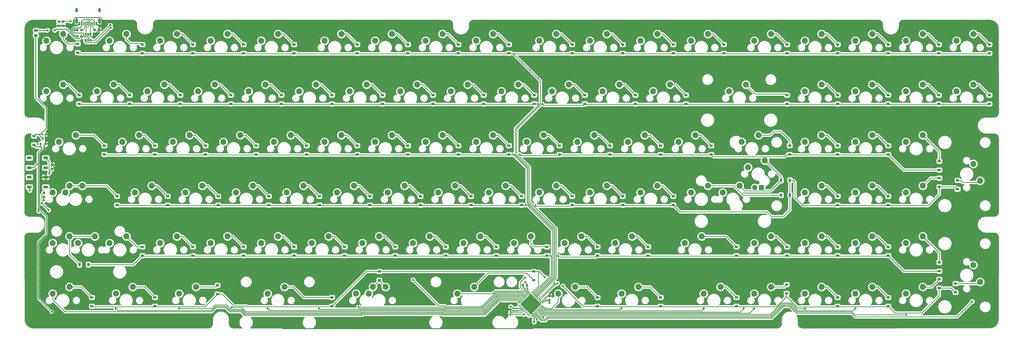
<source format=gbr>
G04 #@! TF.GenerationSoftware,KiCad,Pcbnew,(5.1.7)-1*
G04 #@! TF.CreationDate,2020-12-09T11:44:14-08:00*
G04 #@! TF.ProjectId,PCBV3,50434256-332e-46b6-9963-61645f706362,rev?*
G04 #@! TF.SameCoordinates,Original*
G04 #@! TF.FileFunction,Copper,L2,Bot*
G04 #@! TF.FilePolarity,Positive*
%FSLAX46Y46*%
G04 Gerber Fmt 4.6, Leading zero omitted, Abs format (unit mm)*
G04 Created by KiCad (PCBNEW (5.1.7)-1) date 2020-12-09 11:44:14*
%MOMM*%
%LPD*%
G01*
G04 APERTURE LIST*
G04 #@! TA.AperFunction,ComponentPad*
%ADD10R,1.905000X1.905000*%
G04 #@! TD*
G04 #@! TA.AperFunction,ComponentPad*
%ADD11C,1.905000*%
G04 #@! TD*
G04 #@! TA.AperFunction,ComponentPad*
%ADD12C,2.250000*%
G04 #@! TD*
G04 #@! TA.AperFunction,SMDPad,CuDef*
%ADD13R,1.800000X1.100000*%
G04 #@! TD*
G04 #@! TA.AperFunction,SMDPad,CuDef*
%ADD14R,0.900000X1.200000*%
G04 #@! TD*
G04 #@! TA.AperFunction,SMDPad,CuDef*
%ADD15R,0.650000X1.060000*%
G04 #@! TD*
G04 #@! TA.AperFunction,SMDPad,CuDef*
%ADD16R,1.200000X0.900000*%
G04 #@! TD*
G04 #@! TA.AperFunction,SMDPad,CuDef*
%ADD17R,0.600000X1.450000*%
G04 #@! TD*
G04 #@! TA.AperFunction,SMDPad,CuDef*
%ADD18R,0.300000X1.450000*%
G04 #@! TD*
G04 #@! TA.AperFunction,ComponentPad*
%ADD19O,1.000000X2.100000*%
G04 #@! TD*
G04 #@! TA.AperFunction,ComponentPad*
%ADD20O,1.000000X1.600000*%
G04 #@! TD*
G04 #@! TA.AperFunction,SMDPad,CuDef*
%ADD21R,0.800000X0.900000*%
G04 #@! TD*
G04 #@! TA.AperFunction,ViaPad*
%ADD22C,0.800000*%
G04 #@! TD*
G04 #@! TA.AperFunction,Conductor*
%ADD23C,0.304800*%
G04 #@! TD*
G04 #@! TA.AperFunction,Conductor*
%ADD24C,0.254000*%
G04 #@! TD*
G04 #@! TA.AperFunction,Conductor*
%ADD25C,0.100000*%
G04 #@! TD*
G04 APERTURE END LIST*
D10*
X364807500Y-144780000D03*
D11*
X362267500Y-144780000D03*
D12*
X359727500Y-137160000D03*
X366077500Y-134620000D03*
D13*
X88975000Y-133659000D03*
X95175000Y-137359000D03*
X88975000Y-137359000D03*
X95175000Y-133659000D03*
X95175000Y-144598000D03*
X88975000Y-140898000D03*
X95175000Y-140898000D03*
X88975000Y-144598000D03*
D12*
X287496250Y-144145000D03*
X281146250Y-146685000D03*
X297021250Y-163195000D03*
X290671250Y-165735000D03*
X256568575Y-182245000D03*
X250218575Y-184785000D03*
X185102500Y-182245000D03*
X178752500Y-184785000D03*
X223202500Y-182245000D03*
X216852500Y-184785000D03*
X104140000Y-163195000D03*
X97790000Y-165735000D03*
X125571250Y-163195000D03*
X119221250Y-165735000D03*
D14*
X107887500Y-173831250D03*
X111187500Y-173831250D03*
D12*
X344646250Y-144145000D03*
X338296250Y-146685000D03*
D14*
X372206250Y-142081250D03*
X375506250Y-142081250D03*
D12*
X104140000Y-144145000D03*
X97790000Y-146685000D03*
X101758750Y-86995000D03*
X95408750Y-89535000D03*
D15*
X111125000Y-87165000D03*
X112075000Y-87165000D03*
X110175000Y-87165000D03*
X110175000Y-89365000D03*
X111125000Y-89365000D03*
X112075000Y-89365000D03*
G04 #@! TA.AperFunction,SMDPad,CuDef*
G36*
G01*
X108173000Y-88140250D02*
X108173000Y-87627750D01*
G75*
G02*
X108391750Y-87409000I218750J0D01*
G01*
X108829250Y-87409000D01*
G75*
G02*
X109048000Y-87627750I0J-218750D01*
G01*
X109048000Y-88140250D01*
G75*
G02*
X108829250Y-88359000I-218750J0D01*
G01*
X108391750Y-88359000D01*
G75*
G02*
X108173000Y-88140250I0J218750D01*
G01*
G37*
G04 #@! TD.AperFunction*
G04 #@! TA.AperFunction,SMDPad,CuDef*
G36*
G01*
X106598000Y-88140250D02*
X106598000Y-87627750D01*
G75*
G02*
X106816750Y-87409000I218750J0D01*
G01*
X107254250Y-87409000D01*
G75*
G02*
X107473000Y-87627750I0J-218750D01*
G01*
X107473000Y-88140250D01*
G75*
G02*
X107254250Y-88359000I-218750J0D01*
G01*
X106816750Y-88359000D01*
G75*
G02*
X106598000Y-88140250I0J218750D01*
G01*
G37*
G04 #@! TD.AperFunction*
G04 #@! TA.AperFunction,SMDPad,CuDef*
G36*
G01*
X114777000Y-85727250D02*
X114777000Y-85214750D01*
G75*
G02*
X114995750Y-84996000I218750J0D01*
G01*
X115433250Y-84996000D01*
G75*
G02*
X115652000Y-85214750I0J-218750D01*
G01*
X115652000Y-85727250D01*
G75*
G02*
X115433250Y-85946000I-218750J0D01*
G01*
X114995750Y-85946000D01*
G75*
G02*
X114777000Y-85727250I0J218750D01*
G01*
G37*
G04 #@! TD.AperFunction*
G04 #@! TA.AperFunction,SMDPad,CuDef*
G36*
G01*
X113202000Y-85727250D02*
X113202000Y-85214750D01*
G75*
G02*
X113420750Y-84996000I218750J0D01*
G01*
X113858250Y-84996000D01*
G75*
G02*
X114077000Y-85214750I0J-218750D01*
G01*
X114077000Y-85727250D01*
G75*
G02*
X113858250Y-85946000I-218750J0D01*
G01*
X113420750Y-85946000D01*
G75*
G02*
X113202000Y-85727250I0J218750D01*
G01*
G37*
G04 #@! TD.AperFunction*
G04 #@! TA.AperFunction,SMDPad,CuDef*
G36*
G01*
X107473000Y-85214750D02*
X107473000Y-85727250D01*
G75*
G02*
X107254250Y-85946000I-218750J0D01*
G01*
X106816750Y-85946000D01*
G75*
G02*
X106598000Y-85727250I0J218750D01*
G01*
X106598000Y-85214750D01*
G75*
G02*
X106816750Y-84996000I218750J0D01*
G01*
X107254250Y-84996000D01*
G75*
G02*
X107473000Y-85214750I0J-218750D01*
G01*
G37*
G04 #@! TD.AperFunction*
G04 #@! TA.AperFunction,SMDPad,CuDef*
G36*
G01*
X109048000Y-85214750D02*
X109048000Y-85727250D01*
G75*
G02*
X108829250Y-85946000I-218750J0D01*
G01*
X108391750Y-85946000D01*
G75*
G02*
X108173000Y-85727250I0J218750D01*
G01*
X108173000Y-85214750D01*
G75*
G02*
X108391750Y-84996000I218750J0D01*
G01*
X108829250Y-84996000D01*
G75*
G02*
X109048000Y-85214750I0J-218750D01*
G01*
G37*
G04 #@! TD.AperFunction*
G04 #@! TA.AperFunction,SMDPad,CuDef*
G36*
G01*
X101464400Y-83458800D02*
X101976900Y-83458800D01*
G75*
G02*
X102195650Y-83677550I0J-218750D01*
G01*
X102195650Y-84115050D01*
G75*
G02*
X101976900Y-84333800I-218750J0D01*
G01*
X101464400Y-84333800D01*
G75*
G02*
X101245650Y-84115050I0J218750D01*
G01*
X101245650Y-83677550D01*
G75*
G02*
X101464400Y-83458800I218750J0D01*
G01*
G37*
G04 #@! TD.AperFunction*
G04 #@! TA.AperFunction,SMDPad,CuDef*
G36*
G01*
X101464400Y-81883800D02*
X101976900Y-81883800D01*
G75*
G02*
X102195650Y-82102550I0J-218750D01*
G01*
X102195650Y-82540050D01*
G75*
G02*
X101976900Y-82758800I-218750J0D01*
G01*
X101464400Y-82758800D01*
G75*
G02*
X101245650Y-82540050I0J218750D01*
G01*
X101245650Y-82102550D01*
G75*
G02*
X101464400Y-81883800I218750J0D01*
G01*
G37*
G04 #@! TD.AperFunction*
G04 #@! TA.AperFunction,SMDPad,CuDef*
G36*
G01*
X100325900Y-82758800D02*
X99813400Y-82758800D01*
G75*
G02*
X99594650Y-82540050I0J218750D01*
G01*
X99594650Y-82102550D01*
G75*
G02*
X99813400Y-81883800I218750J0D01*
G01*
X100325900Y-81883800D01*
G75*
G02*
X100544650Y-82102550I0J-218750D01*
G01*
X100544650Y-82540050D01*
G75*
G02*
X100325900Y-82758800I-218750J0D01*
G01*
G37*
G04 #@! TD.AperFunction*
G04 #@! TA.AperFunction,SMDPad,CuDef*
G36*
G01*
X100325900Y-84333800D02*
X99813400Y-84333800D01*
G75*
G02*
X99594650Y-84115050I0J218750D01*
G01*
X99594650Y-83677550D01*
G75*
G02*
X99813400Y-83458800I218750J0D01*
G01*
X100325900Y-83458800D01*
G75*
G02*
X100544650Y-83677550I0J-218750D01*
G01*
X100544650Y-84115050D01*
G75*
G02*
X100325900Y-84333800I-218750J0D01*
G01*
G37*
G04 #@! TD.AperFunction*
D12*
X125571250Y-86995000D03*
X119221250Y-89535000D03*
D16*
X90773250Y-128713500D03*
X90773250Y-125413500D03*
D12*
X447198750Y-142240000D03*
X444658750Y-135890000D03*
X106521250Y-125095000D03*
X100171250Y-127635000D03*
X339883750Y-125095000D03*
X333533750Y-127635000D03*
X320833750Y-125095000D03*
X314483750Y-127635000D03*
X301783750Y-125095000D03*
X295433750Y-127635000D03*
X282733750Y-125095000D03*
X276383750Y-127635000D03*
X263683750Y-125095000D03*
X257333750Y-127635000D03*
X244633750Y-125095000D03*
X238283750Y-127635000D03*
X225583750Y-125095000D03*
X219233750Y-127635000D03*
X206533750Y-125095000D03*
X200183750Y-127635000D03*
X187483750Y-125095000D03*
X181133750Y-127635000D03*
X168433750Y-125095000D03*
X162083750Y-127635000D03*
X149383750Y-125095000D03*
X143033750Y-127635000D03*
X130333750Y-125095000D03*
X123983750Y-127635000D03*
X447198750Y-180340000D03*
X444658750Y-173990000D03*
X425608750Y-182245000D03*
X419258750Y-184785000D03*
X406558750Y-182245000D03*
X400208750Y-184785000D03*
X387508750Y-182245000D03*
X381158750Y-184785000D03*
X368458750Y-182245000D03*
X362108750Y-184785000D03*
X349408750Y-182245000D03*
X343058750Y-184785000D03*
X318452500Y-182245000D03*
X312102500Y-184785000D03*
X294640000Y-182245000D03*
X288290000Y-184785000D03*
X218440000Y-182245000D03*
X212090000Y-184785000D03*
X151765000Y-182245000D03*
X145415000Y-184785000D03*
X127952500Y-182245000D03*
X121602500Y-184785000D03*
X104140000Y-182245000D03*
X97790000Y-184785000D03*
X425608750Y-163195000D03*
X419258750Y-165735000D03*
X406558750Y-163195000D03*
X400208750Y-165735000D03*
X387508750Y-163195000D03*
X381158750Y-165735000D03*
X368458750Y-163195000D03*
X362108750Y-165735000D03*
X342265000Y-163195000D03*
X335915000Y-165735000D03*
X316071250Y-163195000D03*
X309721250Y-165735000D03*
X277971250Y-163195000D03*
X271621250Y-165735000D03*
X258921250Y-163195000D03*
X252571250Y-165735000D03*
X239871250Y-163195000D03*
X233521250Y-165735000D03*
X220821250Y-163195000D03*
X214471250Y-165735000D03*
X201771250Y-163195000D03*
X195421250Y-165735000D03*
X182721250Y-163195000D03*
X176371250Y-165735000D03*
X163671250Y-163195000D03*
X157321250Y-165735000D03*
X144621250Y-163195000D03*
X138271250Y-165735000D03*
X113665000Y-163195000D03*
X107315000Y-165735000D03*
X425608750Y-144145000D03*
X419258750Y-146685000D03*
X406558750Y-144145000D03*
X400208750Y-146685000D03*
X387508750Y-144145000D03*
X381158750Y-146685000D03*
X356552500Y-144145000D03*
X350202500Y-146685000D03*
X325596250Y-144145000D03*
X319246250Y-146685000D03*
X306546250Y-144145000D03*
X300196250Y-146685000D03*
X268446250Y-144145000D03*
X262096250Y-146685000D03*
X249396250Y-144145000D03*
X243046250Y-146685000D03*
X230346250Y-144145000D03*
X223996250Y-146685000D03*
X211296250Y-144145000D03*
X204946250Y-146685000D03*
X192246250Y-144145000D03*
X185896250Y-146685000D03*
X173196250Y-144145000D03*
X166846250Y-146685000D03*
X154146250Y-144145000D03*
X147796250Y-146685000D03*
X135096250Y-144145000D03*
X128746250Y-146685000D03*
X108902500Y-144145000D03*
X102552500Y-146685000D03*
X425608750Y-125095000D03*
X419258750Y-127635000D03*
X406558750Y-125095000D03*
X400208750Y-127635000D03*
X387508750Y-125095000D03*
X381158750Y-127635000D03*
X363696250Y-125095000D03*
X357346250Y-127635000D03*
X444658750Y-106045000D03*
X438308750Y-108585000D03*
X425608750Y-106045000D03*
X419258750Y-108585000D03*
X406558750Y-106045000D03*
X400208750Y-108585000D03*
X387508750Y-106045000D03*
X381158750Y-108585000D03*
X358933750Y-106045000D03*
X352583750Y-108585000D03*
X330358750Y-106045000D03*
X324008750Y-108585000D03*
X311308750Y-106045000D03*
X304958750Y-108585000D03*
X292258750Y-106045000D03*
X285908750Y-108585000D03*
X273208750Y-106045000D03*
X266858750Y-108585000D03*
X254158750Y-106045000D03*
X247808750Y-108585000D03*
X235108750Y-106045000D03*
X228758750Y-108585000D03*
X216058750Y-106045000D03*
X209708750Y-108585000D03*
X197008750Y-106045000D03*
X190658750Y-108585000D03*
X177958750Y-106045000D03*
X171608750Y-108585000D03*
X158908750Y-106045000D03*
X152558750Y-108585000D03*
X139858750Y-106045000D03*
X133508750Y-108585000D03*
X120808750Y-106045000D03*
X114458750Y-108585000D03*
X101758750Y-106045000D03*
X95408750Y-108585000D03*
X444658750Y-86995000D03*
X438308750Y-89535000D03*
X425608750Y-86995000D03*
X419258750Y-89535000D03*
X406558750Y-86995000D03*
X400208750Y-89535000D03*
X387508750Y-86995000D03*
X381158750Y-89535000D03*
X368458750Y-86995000D03*
X362108750Y-89535000D03*
X344646250Y-86995000D03*
X338296250Y-89535000D03*
X325596250Y-86995000D03*
X319246250Y-89535000D03*
X306546250Y-86995000D03*
X300196250Y-89535000D03*
X287496250Y-86995000D03*
X281146250Y-89535000D03*
X263683750Y-86995000D03*
X257333750Y-89535000D03*
X244633750Y-86995000D03*
X238283750Y-89535000D03*
X225583750Y-86995000D03*
X219233750Y-89535000D03*
X206533750Y-86995000D03*
X200183750Y-89535000D03*
X182721250Y-86995000D03*
X176371250Y-89535000D03*
X163671250Y-86995000D03*
X157321250Y-89535000D03*
X144621250Y-86995000D03*
X138271250Y-89535000D03*
D17*
X114350000Y-83101250D03*
X107900000Y-83101250D03*
X113575000Y-83101250D03*
X108675000Y-83101250D03*
D18*
X109375000Y-83101250D03*
X112875000Y-83101250D03*
X109875000Y-83101250D03*
X112375000Y-83101250D03*
X110375000Y-83101250D03*
X111875000Y-83101250D03*
X111375000Y-83101250D03*
X110875000Y-83101250D03*
D19*
X106805000Y-82186250D03*
X115445000Y-82186250D03*
D20*
X106805000Y-78006250D03*
X115445000Y-78006250D03*
D21*
X94126050Y-126355600D03*
X93176050Y-128355600D03*
X95076050Y-128355600D03*
G04 #@! TA.AperFunction,SMDPad,CuDef*
G36*
G01*
X278571314Y-193449475D02*
X278040984Y-192919145D01*
G75*
G02*
X278040984Y-192830757I44194J44194D01*
G01*
X278129372Y-192742369D01*
G75*
G02*
X278217760Y-192742369I44194J-44194D01*
G01*
X278748090Y-193272699D01*
G75*
G02*
X278748090Y-193361087I-44194J-44194D01*
G01*
X278659702Y-193449475D01*
G75*
G02*
X278571314Y-193449475I-44194J44194D01*
G01*
G37*
G04 #@! TD.AperFunction*
G04 #@! TA.AperFunction,SMDPad,CuDef*
G36*
G01*
X278924867Y-193095922D02*
X278394537Y-192565592D01*
G75*
G02*
X278394537Y-192477204I44194J44194D01*
G01*
X278482925Y-192388816D01*
G75*
G02*
X278571313Y-192388816I44194J-44194D01*
G01*
X279101643Y-192919146D01*
G75*
G02*
X279101643Y-193007534I-44194J-44194D01*
G01*
X279013255Y-193095922D01*
G75*
G02*
X278924867Y-193095922I-44194J44194D01*
G01*
G37*
G04 #@! TD.AperFunction*
G04 #@! TA.AperFunction,SMDPad,CuDef*
G36*
G01*
X279278421Y-192742368D02*
X278748091Y-192212038D01*
G75*
G02*
X278748091Y-192123650I44194J44194D01*
G01*
X278836479Y-192035262D01*
G75*
G02*
X278924867Y-192035262I44194J-44194D01*
G01*
X279455197Y-192565592D01*
G75*
G02*
X279455197Y-192653980I-44194J-44194D01*
G01*
X279366809Y-192742368D01*
G75*
G02*
X279278421Y-192742368I-44194J44194D01*
G01*
G37*
G04 #@! TD.AperFunction*
G04 #@! TA.AperFunction,SMDPad,CuDef*
G36*
G01*
X279631974Y-192388815D02*
X279101644Y-191858485D01*
G75*
G02*
X279101644Y-191770097I44194J44194D01*
G01*
X279190032Y-191681709D01*
G75*
G02*
X279278420Y-191681709I44194J-44194D01*
G01*
X279808750Y-192212039D01*
G75*
G02*
X279808750Y-192300427I-44194J-44194D01*
G01*
X279720362Y-192388815D01*
G75*
G02*
X279631974Y-192388815I-44194J44194D01*
G01*
G37*
G04 #@! TD.AperFunction*
G04 #@! TA.AperFunction,SMDPad,CuDef*
G36*
G01*
X279985527Y-192035262D02*
X279455197Y-191504932D01*
G75*
G02*
X279455197Y-191416544I44194J44194D01*
G01*
X279543585Y-191328156D01*
G75*
G02*
X279631973Y-191328156I44194J-44194D01*
G01*
X280162303Y-191858486D01*
G75*
G02*
X280162303Y-191946874I-44194J-44194D01*
G01*
X280073915Y-192035262D01*
G75*
G02*
X279985527Y-192035262I-44194J44194D01*
G01*
G37*
G04 #@! TD.AperFunction*
G04 #@! TA.AperFunction,SMDPad,CuDef*
G36*
G01*
X280339081Y-191681708D02*
X279808751Y-191151378D01*
G75*
G02*
X279808751Y-191062990I44194J44194D01*
G01*
X279897139Y-190974602D01*
G75*
G02*
X279985527Y-190974602I44194J-44194D01*
G01*
X280515857Y-191504932D01*
G75*
G02*
X280515857Y-191593320I-44194J-44194D01*
G01*
X280427469Y-191681708D01*
G75*
G02*
X280339081Y-191681708I-44194J44194D01*
G01*
G37*
G04 #@! TD.AperFunction*
G04 #@! TA.AperFunction,SMDPad,CuDef*
G36*
G01*
X280692634Y-191328155D02*
X280162304Y-190797825D01*
G75*
G02*
X280162304Y-190709437I44194J44194D01*
G01*
X280250692Y-190621049D01*
G75*
G02*
X280339080Y-190621049I44194J-44194D01*
G01*
X280869410Y-191151379D01*
G75*
G02*
X280869410Y-191239767I-44194J-44194D01*
G01*
X280781022Y-191328155D01*
G75*
G02*
X280692634Y-191328155I-44194J44194D01*
G01*
G37*
G04 #@! TD.AperFunction*
G04 #@! TA.AperFunction,SMDPad,CuDef*
G36*
G01*
X281046188Y-190974601D02*
X280515858Y-190444271D01*
G75*
G02*
X280515858Y-190355883I44194J44194D01*
G01*
X280604246Y-190267495D01*
G75*
G02*
X280692634Y-190267495I44194J-44194D01*
G01*
X281222964Y-190797825D01*
G75*
G02*
X281222964Y-190886213I-44194J-44194D01*
G01*
X281134576Y-190974601D01*
G75*
G02*
X281046188Y-190974601I-44194J44194D01*
G01*
G37*
G04 #@! TD.AperFunction*
G04 #@! TA.AperFunction,SMDPad,CuDef*
G36*
G01*
X281399741Y-190621048D02*
X280869411Y-190090718D01*
G75*
G02*
X280869411Y-190002330I44194J44194D01*
G01*
X280957799Y-189913942D01*
G75*
G02*
X281046187Y-189913942I44194J-44194D01*
G01*
X281576517Y-190444272D01*
G75*
G02*
X281576517Y-190532660I-44194J-44194D01*
G01*
X281488129Y-190621048D01*
G75*
G02*
X281399741Y-190621048I-44194J44194D01*
G01*
G37*
G04 #@! TD.AperFunction*
G04 #@! TA.AperFunction,SMDPad,CuDef*
G36*
G01*
X281753294Y-190267495D02*
X281222964Y-189737165D01*
G75*
G02*
X281222964Y-189648777I44194J44194D01*
G01*
X281311352Y-189560389D01*
G75*
G02*
X281399740Y-189560389I44194J-44194D01*
G01*
X281930070Y-190090719D01*
G75*
G02*
X281930070Y-190179107I-44194J-44194D01*
G01*
X281841682Y-190267495D01*
G75*
G02*
X281753294Y-190267495I-44194J44194D01*
G01*
G37*
G04 #@! TD.AperFunction*
G04 #@! TA.AperFunction,SMDPad,CuDef*
G36*
G01*
X282106848Y-189913941D02*
X281576518Y-189383611D01*
G75*
G02*
X281576518Y-189295223I44194J44194D01*
G01*
X281664906Y-189206835D01*
G75*
G02*
X281753294Y-189206835I44194J-44194D01*
G01*
X282283624Y-189737165D01*
G75*
G02*
X282283624Y-189825553I-44194J-44194D01*
G01*
X282195236Y-189913941D01*
G75*
G02*
X282106848Y-189913941I-44194J44194D01*
G01*
G37*
G04 #@! TD.AperFunction*
G04 #@! TA.AperFunction,SMDPad,CuDef*
G36*
G01*
X282460401Y-189560388D02*
X281930071Y-189030058D01*
G75*
G02*
X281930071Y-188941670I44194J44194D01*
G01*
X282018459Y-188853282D01*
G75*
G02*
X282106847Y-188853282I44194J-44194D01*
G01*
X282637177Y-189383612D01*
G75*
G02*
X282637177Y-189472000I-44194J-44194D01*
G01*
X282548789Y-189560388D01*
G75*
G02*
X282460401Y-189560388I-44194J44194D01*
G01*
G37*
G04 #@! TD.AperFunction*
G04 #@! TA.AperFunction,SMDPad,CuDef*
G36*
G01*
X282018459Y-188588116D02*
X281930071Y-188499728D01*
G75*
G02*
X281930071Y-188411340I44194J44194D01*
G01*
X282460401Y-187881010D01*
G75*
G02*
X282548789Y-187881010I44194J-44194D01*
G01*
X282637177Y-187969398D01*
G75*
G02*
X282637177Y-188057786I-44194J-44194D01*
G01*
X282106847Y-188588116D01*
G75*
G02*
X282018459Y-188588116I-44194J44194D01*
G01*
G37*
G04 #@! TD.AperFunction*
G04 #@! TA.AperFunction,SMDPad,CuDef*
G36*
G01*
X281664906Y-188234563D02*
X281576518Y-188146175D01*
G75*
G02*
X281576518Y-188057787I44194J44194D01*
G01*
X282106848Y-187527457D01*
G75*
G02*
X282195236Y-187527457I44194J-44194D01*
G01*
X282283624Y-187615845D01*
G75*
G02*
X282283624Y-187704233I-44194J-44194D01*
G01*
X281753294Y-188234563D01*
G75*
G02*
X281664906Y-188234563I-44194J44194D01*
G01*
G37*
G04 #@! TD.AperFunction*
G04 #@! TA.AperFunction,SMDPad,CuDef*
G36*
G01*
X281311352Y-187881009D02*
X281222964Y-187792621D01*
G75*
G02*
X281222964Y-187704233I44194J44194D01*
G01*
X281753294Y-187173903D01*
G75*
G02*
X281841682Y-187173903I44194J-44194D01*
G01*
X281930070Y-187262291D01*
G75*
G02*
X281930070Y-187350679I-44194J-44194D01*
G01*
X281399740Y-187881009D01*
G75*
G02*
X281311352Y-187881009I-44194J44194D01*
G01*
G37*
G04 #@! TD.AperFunction*
G04 #@! TA.AperFunction,SMDPad,CuDef*
G36*
G01*
X280957799Y-187527456D02*
X280869411Y-187439068D01*
G75*
G02*
X280869411Y-187350680I44194J44194D01*
G01*
X281399741Y-186820350D01*
G75*
G02*
X281488129Y-186820350I44194J-44194D01*
G01*
X281576517Y-186908738D01*
G75*
G02*
X281576517Y-186997126I-44194J-44194D01*
G01*
X281046187Y-187527456D01*
G75*
G02*
X280957799Y-187527456I-44194J44194D01*
G01*
G37*
G04 #@! TD.AperFunction*
G04 #@! TA.AperFunction,SMDPad,CuDef*
G36*
G01*
X280604246Y-187173903D02*
X280515858Y-187085515D01*
G75*
G02*
X280515858Y-186997127I44194J44194D01*
G01*
X281046188Y-186466797D01*
G75*
G02*
X281134576Y-186466797I44194J-44194D01*
G01*
X281222964Y-186555185D01*
G75*
G02*
X281222964Y-186643573I-44194J-44194D01*
G01*
X280692634Y-187173903D01*
G75*
G02*
X280604246Y-187173903I-44194J44194D01*
G01*
G37*
G04 #@! TD.AperFunction*
G04 #@! TA.AperFunction,SMDPad,CuDef*
G36*
G01*
X280250692Y-186820349D02*
X280162304Y-186731961D01*
G75*
G02*
X280162304Y-186643573I44194J44194D01*
G01*
X280692634Y-186113243D01*
G75*
G02*
X280781022Y-186113243I44194J-44194D01*
G01*
X280869410Y-186201631D01*
G75*
G02*
X280869410Y-186290019I-44194J-44194D01*
G01*
X280339080Y-186820349D01*
G75*
G02*
X280250692Y-186820349I-44194J44194D01*
G01*
G37*
G04 #@! TD.AperFunction*
G04 #@! TA.AperFunction,SMDPad,CuDef*
G36*
G01*
X279897139Y-186466796D02*
X279808751Y-186378408D01*
G75*
G02*
X279808751Y-186290020I44194J44194D01*
G01*
X280339081Y-185759690D01*
G75*
G02*
X280427469Y-185759690I44194J-44194D01*
G01*
X280515857Y-185848078D01*
G75*
G02*
X280515857Y-185936466I-44194J-44194D01*
G01*
X279985527Y-186466796D01*
G75*
G02*
X279897139Y-186466796I-44194J44194D01*
G01*
G37*
G04 #@! TD.AperFunction*
G04 #@! TA.AperFunction,SMDPad,CuDef*
G36*
G01*
X279543585Y-186113242D02*
X279455197Y-186024854D01*
G75*
G02*
X279455197Y-185936466I44194J44194D01*
G01*
X279985527Y-185406136D01*
G75*
G02*
X280073915Y-185406136I44194J-44194D01*
G01*
X280162303Y-185494524D01*
G75*
G02*
X280162303Y-185582912I-44194J-44194D01*
G01*
X279631973Y-186113242D01*
G75*
G02*
X279543585Y-186113242I-44194J44194D01*
G01*
G37*
G04 #@! TD.AperFunction*
G04 #@! TA.AperFunction,SMDPad,CuDef*
G36*
G01*
X279190032Y-185759689D02*
X279101644Y-185671301D01*
G75*
G02*
X279101644Y-185582913I44194J44194D01*
G01*
X279631974Y-185052583D01*
G75*
G02*
X279720362Y-185052583I44194J-44194D01*
G01*
X279808750Y-185140971D01*
G75*
G02*
X279808750Y-185229359I-44194J-44194D01*
G01*
X279278420Y-185759689D01*
G75*
G02*
X279190032Y-185759689I-44194J44194D01*
G01*
G37*
G04 #@! TD.AperFunction*
G04 #@! TA.AperFunction,SMDPad,CuDef*
G36*
G01*
X278836479Y-185406136D02*
X278748091Y-185317748D01*
G75*
G02*
X278748091Y-185229360I44194J44194D01*
G01*
X279278421Y-184699030D01*
G75*
G02*
X279366809Y-184699030I44194J-44194D01*
G01*
X279455197Y-184787418D01*
G75*
G02*
X279455197Y-184875806I-44194J-44194D01*
G01*
X278924867Y-185406136D01*
G75*
G02*
X278836479Y-185406136I-44194J44194D01*
G01*
G37*
G04 #@! TD.AperFunction*
G04 #@! TA.AperFunction,SMDPad,CuDef*
G36*
G01*
X278482925Y-185052582D02*
X278394537Y-184964194D01*
G75*
G02*
X278394537Y-184875806I44194J44194D01*
G01*
X278924867Y-184345476D01*
G75*
G02*
X279013255Y-184345476I44194J-44194D01*
G01*
X279101643Y-184433864D01*
G75*
G02*
X279101643Y-184522252I-44194J-44194D01*
G01*
X278571313Y-185052582D01*
G75*
G02*
X278482925Y-185052582I-44194J44194D01*
G01*
G37*
G04 #@! TD.AperFunction*
G04 #@! TA.AperFunction,SMDPad,CuDef*
G36*
G01*
X278129372Y-184699029D02*
X278040984Y-184610641D01*
G75*
G02*
X278040984Y-184522253I44194J44194D01*
G01*
X278571314Y-183991923D01*
G75*
G02*
X278659702Y-183991923I44194J-44194D01*
G01*
X278748090Y-184080311D01*
G75*
G02*
X278748090Y-184168699I-44194J-44194D01*
G01*
X278217760Y-184699029D01*
G75*
G02*
X278129372Y-184699029I-44194J44194D01*
G01*
G37*
G04 #@! TD.AperFunction*
G04 #@! TA.AperFunction,SMDPad,CuDef*
G36*
G01*
X277599042Y-184699029D02*
X277068712Y-184168699D01*
G75*
G02*
X277068712Y-184080311I44194J44194D01*
G01*
X277157100Y-183991923D01*
G75*
G02*
X277245488Y-183991923I44194J-44194D01*
G01*
X277775818Y-184522253D01*
G75*
G02*
X277775818Y-184610641I-44194J-44194D01*
G01*
X277687430Y-184699029D01*
G75*
G02*
X277599042Y-184699029I-44194J44194D01*
G01*
G37*
G04 #@! TD.AperFunction*
G04 #@! TA.AperFunction,SMDPad,CuDef*
G36*
G01*
X277245489Y-185052582D02*
X276715159Y-184522252D01*
G75*
G02*
X276715159Y-184433864I44194J44194D01*
G01*
X276803547Y-184345476D01*
G75*
G02*
X276891935Y-184345476I44194J-44194D01*
G01*
X277422265Y-184875806D01*
G75*
G02*
X277422265Y-184964194I-44194J-44194D01*
G01*
X277333877Y-185052582D01*
G75*
G02*
X277245489Y-185052582I-44194J44194D01*
G01*
G37*
G04 #@! TD.AperFunction*
G04 #@! TA.AperFunction,SMDPad,CuDef*
G36*
G01*
X276891935Y-185406136D02*
X276361605Y-184875806D01*
G75*
G02*
X276361605Y-184787418I44194J44194D01*
G01*
X276449993Y-184699030D01*
G75*
G02*
X276538381Y-184699030I44194J-44194D01*
G01*
X277068711Y-185229360D01*
G75*
G02*
X277068711Y-185317748I-44194J-44194D01*
G01*
X276980323Y-185406136D01*
G75*
G02*
X276891935Y-185406136I-44194J44194D01*
G01*
G37*
G04 #@! TD.AperFunction*
G04 #@! TA.AperFunction,SMDPad,CuDef*
G36*
G01*
X276538382Y-185759689D02*
X276008052Y-185229359D01*
G75*
G02*
X276008052Y-185140971I44194J44194D01*
G01*
X276096440Y-185052583D01*
G75*
G02*
X276184828Y-185052583I44194J-44194D01*
G01*
X276715158Y-185582913D01*
G75*
G02*
X276715158Y-185671301I-44194J-44194D01*
G01*
X276626770Y-185759689D01*
G75*
G02*
X276538382Y-185759689I-44194J44194D01*
G01*
G37*
G04 #@! TD.AperFunction*
G04 #@! TA.AperFunction,SMDPad,CuDef*
G36*
G01*
X276184829Y-186113242D02*
X275654499Y-185582912D01*
G75*
G02*
X275654499Y-185494524I44194J44194D01*
G01*
X275742887Y-185406136D01*
G75*
G02*
X275831275Y-185406136I44194J-44194D01*
G01*
X276361605Y-185936466D01*
G75*
G02*
X276361605Y-186024854I-44194J-44194D01*
G01*
X276273217Y-186113242D01*
G75*
G02*
X276184829Y-186113242I-44194J44194D01*
G01*
G37*
G04 #@! TD.AperFunction*
G04 #@! TA.AperFunction,SMDPad,CuDef*
G36*
G01*
X275831275Y-186466796D02*
X275300945Y-185936466D01*
G75*
G02*
X275300945Y-185848078I44194J44194D01*
G01*
X275389333Y-185759690D01*
G75*
G02*
X275477721Y-185759690I44194J-44194D01*
G01*
X276008051Y-186290020D01*
G75*
G02*
X276008051Y-186378408I-44194J-44194D01*
G01*
X275919663Y-186466796D01*
G75*
G02*
X275831275Y-186466796I-44194J44194D01*
G01*
G37*
G04 #@! TD.AperFunction*
G04 #@! TA.AperFunction,SMDPad,CuDef*
G36*
G01*
X275477722Y-186820349D02*
X274947392Y-186290019D01*
G75*
G02*
X274947392Y-186201631I44194J44194D01*
G01*
X275035780Y-186113243D01*
G75*
G02*
X275124168Y-186113243I44194J-44194D01*
G01*
X275654498Y-186643573D01*
G75*
G02*
X275654498Y-186731961I-44194J-44194D01*
G01*
X275566110Y-186820349D01*
G75*
G02*
X275477722Y-186820349I-44194J44194D01*
G01*
G37*
G04 #@! TD.AperFunction*
G04 #@! TA.AperFunction,SMDPad,CuDef*
G36*
G01*
X275124168Y-187173903D02*
X274593838Y-186643573D01*
G75*
G02*
X274593838Y-186555185I44194J44194D01*
G01*
X274682226Y-186466797D01*
G75*
G02*
X274770614Y-186466797I44194J-44194D01*
G01*
X275300944Y-186997127D01*
G75*
G02*
X275300944Y-187085515I-44194J-44194D01*
G01*
X275212556Y-187173903D01*
G75*
G02*
X275124168Y-187173903I-44194J44194D01*
G01*
G37*
G04 #@! TD.AperFunction*
G04 #@! TA.AperFunction,SMDPad,CuDef*
G36*
G01*
X274770615Y-187527456D02*
X274240285Y-186997126D01*
G75*
G02*
X274240285Y-186908738I44194J44194D01*
G01*
X274328673Y-186820350D01*
G75*
G02*
X274417061Y-186820350I44194J-44194D01*
G01*
X274947391Y-187350680D01*
G75*
G02*
X274947391Y-187439068I-44194J-44194D01*
G01*
X274859003Y-187527456D01*
G75*
G02*
X274770615Y-187527456I-44194J44194D01*
G01*
G37*
G04 #@! TD.AperFunction*
G04 #@! TA.AperFunction,SMDPad,CuDef*
G36*
G01*
X274417062Y-187881009D02*
X273886732Y-187350679D01*
G75*
G02*
X273886732Y-187262291I44194J44194D01*
G01*
X273975120Y-187173903D01*
G75*
G02*
X274063508Y-187173903I44194J-44194D01*
G01*
X274593838Y-187704233D01*
G75*
G02*
X274593838Y-187792621I-44194J-44194D01*
G01*
X274505450Y-187881009D01*
G75*
G02*
X274417062Y-187881009I-44194J44194D01*
G01*
G37*
G04 #@! TD.AperFunction*
G04 #@! TA.AperFunction,SMDPad,CuDef*
G36*
G01*
X274063508Y-188234563D02*
X273533178Y-187704233D01*
G75*
G02*
X273533178Y-187615845I44194J44194D01*
G01*
X273621566Y-187527457D01*
G75*
G02*
X273709954Y-187527457I44194J-44194D01*
G01*
X274240284Y-188057787D01*
G75*
G02*
X274240284Y-188146175I-44194J-44194D01*
G01*
X274151896Y-188234563D01*
G75*
G02*
X274063508Y-188234563I-44194J44194D01*
G01*
G37*
G04 #@! TD.AperFunction*
G04 #@! TA.AperFunction,SMDPad,CuDef*
G36*
G01*
X273709955Y-188588116D02*
X273179625Y-188057786D01*
G75*
G02*
X273179625Y-187969398I44194J44194D01*
G01*
X273268013Y-187881010D01*
G75*
G02*
X273356401Y-187881010I44194J-44194D01*
G01*
X273886731Y-188411340D01*
G75*
G02*
X273886731Y-188499728I-44194J-44194D01*
G01*
X273798343Y-188588116D01*
G75*
G02*
X273709955Y-188588116I-44194J44194D01*
G01*
G37*
G04 #@! TD.AperFunction*
G04 #@! TA.AperFunction,SMDPad,CuDef*
G36*
G01*
X273268013Y-189560388D02*
X273179625Y-189472000D01*
G75*
G02*
X273179625Y-189383612I44194J44194D01*
G01*
X273709955Y-188853282D01*
G75*
G02*
X273798343Y-188853282I44194J-44194D01*
G01*
X273886731Y-188941670D01*
G75*
G02*
X273886731Y-189030058I-44194J-44194D01*
G01*
X273356401Y-189560388D01*
G75*
G02*
X273268013Y-189560388I-44194J44194D01*
G01*
G37*
G04 #@! TD.AperFunction*
G04 #@! TA.AperFunction,SMDPad,CuDef*
G36*
G01*
X273621566Y-189913941D02*
X273533178Y-189825553D01*
G75*
G02*
X273533178Y-189737165I44194J44194D01*
G01*
X274063508Y-189206835D01*
G75*
G02*
X274151896Y-189206835I44194J-44194D01*
G01*
X274240284Y-189295223D01*
G75*
G02*
X274240284Y-189383611I-44194J-44194D01*
G01*
X273709954Y-189913941D01*
G75*
G02*
X273621566Y-189913941I-44194J44194D01*
G01*
G37*
G04 #@! TD.AperFunction*
G04 #@! TA.AperFunction,SMDPad,CuDef*
G36*
G01*
X273975120Y-190267495D02*
X273886732Y-190179107D01*
G75*
G02*
X273886732Y-190090719I44194J44194D01*
G01*
X274417062Y-189560389D01*
G75*
G02*
X274505450Y-189560389I44194J-44194D01*
G01*
X274593838Y-189648777D01*
G75*
G02*
X274593838Y-189737165I-44194J-44194D01*
G01*
X274063508Y-190267495D01*
G75*
G02*
X273975120Y-190267495I-44194J44194D01*
G01*
G37*
G04 #@! TD.AperFunction*
G04 #@! TA.AperFunction,SMDPad,CuDef*
G36*
G01*
X274328673Y-190621048D02*
X274240285Y-190532660D01*
G75*
G02*
X274240285Y-190444272I44194J44194D01*
G01*
X274770615Y-189913942D01*
G75*
G02*
X274859003Y-189913942I44194J-44194D01*
G01*
X274947391Y-190002330D01*
G75*
G02*
X274947391Y-190090718I-44194J-44194D01*
G01*
X274417061Y-190621048D01*
G75*
G02*
X274328673Y-190621048I-44194J44194D01*
G01*
G37*
G04 #@! TD.AperFunction*
G04 #@! TA.AperFunction,SMDPad,CuDef*
G36*
G01*
X274682226Y-190974601D02*
X274593838Y-190886213D01*
G75*
G02*
X274593838Y-190797825I44194J44194D01*
G01*
X275124168Y-190267495D01*
G75*
G02*
X275212556Y-190267495I44194J-44194D01*
G01*
X275300944Y-190355883D01*
G75*
G02*
X275300944Y-190444271I-44194J-44194D01*
G01*
X274770614Y-190974601D01*
G75*
G02*
X274682226Y-190974601I-44194J44194D01*
G01*
G37*
G04 #@! TD.AperFunction*
G04 #@! TA.AperFunction,SMDPad,CuDef*
G36*
G01*
X275035780Y-191328155D02*
X274947392Y-191239767D01*
G75*
G02*
X274947392Y-191151379I44194J44194D01*
G01*
X275477722Y-190621049D01*
G75*
G02*
X275566110Y-190621049I44194J-44194D01*
G01*
X275654498Y-190709437D01*
G75*
G02*
X275654498Y-190797825I-44194J-44194D01*
G01*
X275124168Y-191328155D01*
G75*
G02*
X275035780Y-191328155I-44194J44194D01*
G01*
G37*
G04 #@! TD.AperFunction*
G04 #@! TA.AperFunction,SMDPad,CuDef*
G36*
G01*
X275389333Y-191681708D02*
X275300945Y-191593320D01*
G75*
G02*
X275300945Y-191504932I44194J44194D01*
G01*
X275831275Y-190974602D01*
G75*
G02*
X275919663Y-190974602I44194J-44194D01*
G01*
X276008051Y-191062990D01*
G75*
G02*
X276008051Y-191151378I-44194J-44194D01*
G01*
X275477721Y-191681708D01*
G75*
G02*
X275389333Y-191681708I-44194J44194D01*
G01*
G37*
G04 #@! TD.AperFunction*
G04 #@! TA.AperFunction,SMDPad,CuDef*
G36*
G01*
X275742887Y-192035262D02*
X275654499Y-191946874D01*
G75*
G02*
X275654499Y-191858486I44194J44194D01*
G01*
X276184829Y-191328156D01*
G75*
G02*
X276273217Y-191328156I44194J-44194D01*
G01*
X276361605Y-191416544D01*
G75*
G02*
X276361605Y-191504932I-44194J-44194D01*
G01*
X275831275Y-192035262D01*
G75*
G02*
X275742887Y-192035262I-44194J44194D01*
G01*
G37*
G04 #@! TD.AperFunction*
G04 #@! TA.AperFunction,SMDPad,CuDef*
G36*
G01*
X276096440Y-192388815D02*
X276008052Y-192300427D01*
G75*
G02*
X276008052Y-192212039I44194J44194D01*
G01*
X276538382Y-191681709D01*
G75*
G02*
X276626770Y-191681709I44194J-44194D01*
G01*
X276715158Y-191770097D01*
G75*
G02*
X276715158Y-191858485I-44194J-44194D01*
G01*
X276184828Y-192388815D01*
G75*
G02*
X276096440Y-192388815I-44194J44194D01*
G01*
G37*
G04 #@! TD.AperFunction*
G04 #@! TA.AperFunction,SMDPad,CuDef*
G36*
G01*
X276449993Y-192742368D02*
X276361605Y-192653980D01*
G75*
G02*
X276361605Y-192565592I44194J44194D01*
G01*
X276891935Y-192035262D01*
G75*
G02*
X276980323Y-192035262I44194J-44194D01*
G01*
X277068711Y-192123650D01*
G75*
G02*
X277068711Y-192212038I-44194J-44194D01*
G01*
X276538381Y-192742368D01*
G75*
G02*
X276449993Y-192742368I-44194J44194D01*
G01*
G37*
G04 #@! TD.AperFunction*
G04 #@! TA.AperFunction,SMDPad,CuDef*
G36*
G01*
X276803547Y-193095922D02*
X276715159Y-193007534D01*
G75*
G02*
X276715159Y-192919146I44194J44194D01*
G01*
X277245489Y-192388816D01*
G75*
G02*
X277333877Y-192388816I44194J-44194D01*
G01*
X277422265Y-192477204D01*
G75*
G02*
X277422265Y-192565592I-44194J-44194D01*
G01*
X276891935Y-193095922D01*
G75*
G02*
X276803547Y-193095922I-44194J44194D01*
G01*
G37*
G04 #@! TD.AperFunction*
G04 #@! TA.AperFunction,SMDPad,CuDef*
G36*
G01*
X277157100Y-193449475D02*
X277068712Y-193361087D01*
G75*
G02*
X277068712Y-193272699I44194J44194D01*
G01*
X277599042Y-192742369D01*
G75*
G02*
X277687430Y-192742369I44194J-44194D01*
G01*
X277775818Y-192830757D01*
G75*
G02*
X277775818Y-192919145I-44194J-44194D01*
G01*
X277245488Y-193449475D01*
G75*
G02*
X277157100Y-193449475I-44194J44194D01*
G01*
G37*
G04 #@! TD.AperFunction*
G04 #@! TA.AperFunction,SMDPad,CuDef*
G36*
G01*
X277731625Y-192503721D02*
X274125379Y-188897475D01*
G75*
G02*
X274125379Y-188543923I176776J176776D01*
G01*
X277731625Y-184937677D01*
G75*
G02*
X278085177Y-184937677I176776J-176776D01*
G01*
X281691423Y-188543923D01*
G75*
G02*
X281691423Y-188897475I-176776J-176776D01*
G01*
X278085177Y-192503721D01*
G75*
G02*
X277731625Y-192503721I-176776J176776D01*
G01*
G37*
G04 #@! TD.AperFunction*
G04 #@! TA.AperFunction,SMDPad,CuDef*
G36*
G01*
X97792250Y-136683000D02*
X97279750Y-136683000D01*
G75*
G02*
X97061000Y-136464250I0J218750D01*
G01*
X97061000Y-136026750D01*
G75*
G02*
X97279750Y-135808000I218750J0D01*
G01*
X97792250Y-135808000D01*
G75*
G02*
X98011000Y-136026750I0J-218750D01*
G01*
X98011000Y-136464250D01*
G75*
G02*
X97792250Y-136683000I-218750J0D01*
G01*
G37*
G04 #@! TD.AperFunction*
G04 #@! TA.AperFunction,SMDPad,CuDef*
G36*
G01*
X97792250Y-138258000D02*
X97279750Y-138258000D01*
G75*
G02*
X97061000Y-138039250I0J218750D01*
G01*
X97061000Y-137601750D01*
G75*
G02*
X97279750Y-137383000I218750J0D01*
G01*
X97792250Y-137383000D01*
G75*
G02*
X98011000Y-137601750I0J-218750D01*
G01*
X98011000Y-138039250D01*
G75*
G02*
X97792250Y-138258000I-218750J0D01*
G01*
G37*
G04 #@! TD.AperFunction*
G04 #@! TA.AperFunction,SMDPad,CuDef*
G36*
G01*
X94744250Y-147224000D02*
X94231750Y-147224000D01*
G75*
G02*
X94013000Y-147005250I0J218750D01*
G01*
X94013000Y-146567750D01*
G75*
G02*
X94231750Y-146349000I218750J0D01*
G01*
X94744250Y-146349000D01*
G75*
G02*
X94963000Y-146567750I0J-218750D01*
G01*
X94963000Y-147005250D01*
G75*
G02*
X94744250Y-147224000I-218750J0D01*
G01*
G37*
G04 #@! TD.AperFunction*
G04 #@! TA.AperFunction,SMDPad,CuDef*
G36*
G01*
X94744250Y-148799000D02*
X94231750Y-148799000D01*
G75*
G02*
X94013000Y-148580250I0J218750D01*
G01*
X94013000Y-148142750D01*
G75*
G02*
X94231750Y-147924000I218750J0D01*
G01*
X94744250Y-147924000D01*
G75*
G02*
X94963000Y-148142750I0J-218750D01*
G01*
X94963000Y-148580250D01*
G75*
G02*
X94744250Y-148799000I-218750J0D01*
G01*
G37*
G04 #@! TD.AperFunction*
G04 #@! TA.AperFunction,SMDPad,CuDef*
G36*
G01*
X91896250Y-86164000D02*
X90983750Y-86164000D01*
G75*
G02*
X90740000Y-85920250I0J243750D01*
G01*
X90740000Y-85432750D01*
G75*
G02*
X90983750Y-85189000I243750J0D01*
G01*
X91896250Y-85189000D01*
G75*
G02*
X92140000Y-85432750I0J-243750D01*
G01*
X92140000Y-85920250D01*
G75*
G02*
X91896250Y-86164000I-243750J0D01*
G01*
G37*
G04 #@! TD.AperFunction*
G04 #@! TA.AperFunction,SMDPad,CuDef*
G36*
G01*
X91896250Y-88039000D02*
X90983750Y-88039000D01*
G75*
G02*
X90740000Y-87795250I0J243750D01*
G01*
X90740000Y-87307750D01*
G75*
G02*
X90983750Y-87064000I243750J0D01*
G01*
X91896250Y-87064000D01*
G75*
G02*
X92140000Y-87307750I0J-243750D01*
G01*
X92140000Y-87795250D01*
G75*
G02*
X91896250Y-88039000I-243750J0D01*
G01*
G37*
G04 #@! TD.AperFunction*
G04 #@! TA.AperFunction,SMDPad,CuDef*
G36*
G01*
X94265250Y-130093500D02*
X94265250Y-129748500D01*
G75*
G02*
X94412750Y-129601000I147500J0D01*
G01*
X94707750Y-129601000D01*
G75*
G02*
X94855250Y-129748500I0J-147500D01*
G01*
X94855250Y-130093500D01*
G75*
G02*
X94707750Y-130241000I-147500J0D01*
G01*
X94412750Y-130241000D01*
G75*
G02*
X94265250Y-130093500I0J147500D01*
G01*
G37*
G04 #@! TD.AperFunction*
G04 #@! TA.AperFunction,SMDPad,CuDef*
G36*
G01*
X93295250Y-130093500D02*
X93295250Y-129748500D01*
G75*
G02*
X93442750Y-129601000I147500J0D01*
G01*
X93737750Y-129601000D01*
G75*
G02*
X93885250Y-129748500I0J-147500D01*
G01*
X93885250Y-130093500D01*
G75*
G02*
X93737750Y-130241000I-147500J0D01*
G01*
X93442750Y-130241000D01*
G75*
G02*
X93295250Y-130093500I0J147500D01*
G01*
G37*
G04 #@! TD.AperFunction*
G04 #@! TA.AperFunction,SMDPad,CuDef*
G36*
G01*
X94773250Y-125013500D02*
X94773250Y-124668500D01*
G75*
G02*
X94920750Y-124521000I147500J0D01*
G01*
X95215750Y-124521000D01*
G75*
G02*
X95363250Y-124668500I0J-147500D01*
G01*
X95363250Y-125013500D01*
G75*
G02*
X95215750Y-125161000I-147500J0D01*
G01*
X94920750Y-125161000D01*
G75*
G02*
X94773250Y-125013500I0J147500D01*
G01*
G37*
G04 #@! TD.AperFunction*
G04 #@! TA.AperFunction,SMDPad,CuDef*
G36*
G01*
X93803250Y-125013500D02*
X93803250Y-124668500D01*
G75*
G02*
X93950750Y-124521000I147500J0D01*
G01*
X94245750Y-124521000D01*
G75*
G02*
X94393250Y-124668500I0J-147500D01*
G01*
X94393250Y-125013500D01*
G75*
G02*
X94245750Y-125161000I-147500J0D01*
G01*
X93950750Y-125161000D01*
G75*
G02*
X93803250Y-125013500I0J147500D01*
G01*
G37*
G04 #@! TD.AperFunction*
G04 #@! TA.AperFunction,SMDPad,CuDef*
G36*
G01*
X272452050Y-191020200D02*
X272797050Y-191020200D01*
G75*
G02*
X272944550Y-191167700I0J-147500D01*
G01*
X272944550Y-191462700D01*
G75*
G02*
X272797050Y-191610200I-147500J0D01*
G01*
X272452050Y-191610200D01*
G75*
G02*
X272304550Y-191462700I0J147500D01*
G01*
X272304550Y-191167700D01*
G75*
G02*
X272452050Y-191020200I147500J0D01*
G01*
G37*
G04 #@! TD.AperFunction*
G04 #@! TA.AperFunction,SMDPad,CuDef*
G36*
G01*
X272452050Y-190050200D02*
X272797050Y-190050200D01*
G75*
G02*
X272944550Y-190197700I0J-147500D01*
G01*
X272944550Y-190492700D01*
G75*
G02*
X272797050Y-190640200I-147500J0D01*
G01*
X272452050Y-190640200D01*
G75*
G02*
X272304550Y-190492700I0J147500D01*
G01*
X272304550Y-190197700D01*
G75*
G02*
X272452050Y-190050200I147500J0D01*
G01*
G37*
G04 #@! TD.AperFunction*
G04 #@! TA.AperFunction,SMDPad,CuDef*
G36*
G01*
X275367000Y-181353750D02*
X275367000Y-181866250D01*
G75*
G02*
X275148250Y-182085000I-218750J0D01*
G01*
X274710750Y-182085000D01*
G75*
G02*
X274492000Y-181866250I0J218750D01*
G01*
X274492000Y-181353750D01*
G75*
G02*
X274710750Y-181135000I218750J0D01*
G01*
X275148250Y-181135000D01*
G75*
G02*
X275367000Y-181353750I0J-218750D01*
G01*
G37*
G04 #@! TD.AperFunction*
G04 #@! TA.AperFunction,SMDPad,CuDef*
G36*
G01*
X276942000Y-181353750D02*
X276942000Y-181866250D01*
G75*
G02*
X276723250Y-182085000I-218750J0D01*
G01*
X276285750Y-182085000D01*
G75*
G02*
X276067000Y-181866250I0J218750D01*
G01*
X276067000Y-181353750D01*
G75*
G02*
X276285750Y-181135000I218750J0D01*
G01*
X276723250Y-181135000D01*
G75*
G02*
X276942000Y-181353750I0J-218750D01*
G01*
G37*
G04 #@! TD.AperFunction*
G04 #@! TA.AperFunction,SMDPad,CuDef*
G36*
G01*
X271258250Y-191020200D02*
X271603250Y-191020200D01*
G75*
G02*
X271750750Y-191167700I0J-147500D01*
G01*
X271750750Y-191462700D01*
G75*
G02*
X271603250Y-191610200I-147500J0D01*
G01*
X271258250Y-191610200D01*
G75*
G02*
X271110750Y-191462700I0J147500D01*
G01*
X271110750Y-191167700D01*
G75*
G02*
X271258250Y-191020200I147500J0D01*
G01*
G37*
G04 #@! TD.AperFunction*
G04 #@! TA.AperFunction,SMDPad,CuDef*
G36*
G01*
X271258250Y-190050200D02*
X271603250Y-190050200D01*
G75*
G02*
X271750750Y-190197700I0J-147500D01*
G01*
X271750750Y-190492700D01*
G75*
G02*
X271603250Y-190640200I-147500J0D01*
G01*
X271258250Y-190640200D01*
G75*
G02*
X271110750Y-190492700I0J147500D01*
G01*
X271110750Y-190197700D01*
G75*
G02*
X271258250Y-190050200I147500J0D01*
G01*
G37*
G04 #@! TD.AperFunction*
G04 #@! TA.AperFunction,SMDPad,CuDef*
G36*
G01*
X279875750Y-194609500D02*
X279875750Y-194264500D01*
G75*
G02*
X280023250Y-194117000I147500J0D01*
G01*
X280318250Y-194117000D01*
G75*
G02*
X280465750Y-194264500I0J-147500D01*
G01*
X280465750Y-194609500D01*
G75*
G02*
X280318250Y-194757000I-147500J0D01*
G01*
X280023250Y-194757000D01*
G75*
G02*
X279875750Y-194609500I0J147500D01*
G01*
G37*
G04 #@! TD.AperFunction*
G04 #@! TA.AperFunction,SMDPad,CuDef*
G36*
G01*
X278905750Y-194609500D02*
X278905750Y-194264500D01*
G75*
G02*
X279053250Y-194117000I147500J0D01*
G01*
X279348250Y-194117000D01*
G75*
G02*
X279495750Y-194264500I0J-147500D01*
G01*
X279495750Y-194609500D01*
G75*
G02*
X279348250Y-194757000I-147500J0D01*
G01*
X279053250Y-194757000D01*
G75*
G02*
X278905750Y-194609500I0J147500D01*
G01*
G37*
G04 #@! TD.AperFunction*
G04 #@! TA.AperFunction,SMDPad,CuDef*
G36*
G01*
X283693650Y-186779400D02*
X283348650Y-186779400D01*
G75*
G02*
X283201150Y-186631900I0J147500D01*
G01*
X283201150Y-186336900D01*
G75*
G02*
X283348650Y-186189400I147500J0D01*
G01*
X283693650Y-186189400D01*
G75*
G02*
X283841150Y-186336900I0J-147500D01*
G01*
X283841150Y-186631900D01*
G75*
G02*
X283693650Y-186779400I-147500J0D01*
G01*
G37*
G04 #@! TD.AperFunction*
G04 #@! TA.AperFunction,SMDPad,CuDef*
G36*
G01*
X283693650Y-187749400D02*
X283348650Y-187749400D01*
G75*
G02*
X283201150Y-187601900I0J147500D01*
G01*
X283201150Y-187306900D01*
G75*
G02*
X283348650Y-187159400I147500J0D01*
G01*
X283693650Y-187159400D01*
G75*
G02*
X283841150Y-187306900I0J-147500D01*
G01*
X283841150Y-187601900D01*
G75*
G02*
X283693650Y-187749400I-147500J0D01*
G01*
G37*
G04 #@! TD.AperFunction*
G04 #@! TA.AperFunction,SMDPad,CuDef*
G36*
G01*
X285149000Y-186086000D02*
X284636500Y-186086000D01*
G75*
G02*
X284417750Y-185867250I0J218750D01*
G01*
X284417750Y-185429750D01*
G75*
G02*
X284636500Y-185211000I218750J0D01*
G01*
X285149000Y-185211000D01*
G75*
G02*
X285367750Y-185429750I0J-218750D01*
G01*
X285367750Y-185867250D01*
G75*
G02*
X285149000Y-186086000I-218750J0D01*
G01*
G37*
G04 #@! TD.AperFunction*
G04 #@! TA.AperFunction,SMDPad,CuDef*
G36*
G01*
X285149000Y-187661000D02*
X284636500Y-187661000D01*
G75*
G02*
X284417750Y-187442250I0J218750D01*
G01*
X284417750Y-187004750D01*
G75*
G02*
X284636500Y-186786000I218750J0D01*
G01*
X285149000Y-186786000D01*
G75*
G02*
X285367750Y-187004750I0J-218750D01*
G01*
X285367750Y-187442250D01*
G75*
G02*
X285149000Y-187661000I-218750J0D01*
G01*
G37*
G04 #@! TD.AperFunction*
G04 #@! TA.AperFunction,SMDPad,CuDef*
G36*
G01*
X276041350Y-182885300D02*
X276041350Y-183230300D01*
G75*
G02*
X275893850Y-183377800I-147500J0D01*
G01*
X275598850Y-183377800D01*
G75*
G02*
X275451350Y-183230300I0J147500D01*
G01*
X275451350Y-182885300D01*
G75*
G02*
X275598850Y-182737800I147500J0D01*
G01*
X275893850Y-182737800D01*
G75*
G02*
X276041350Y-182885300I0J-147500D01*
G01*
G37*
G04 #@! TD.AperFunction*
G04 #@! TA.AperFunction,SMDPad,CuDef*
G36*
G01*
X277011350Y-182885300D02*
X277011350Y-183230300D01*
G75*
G02*
X276863850Y-183377800I-147500J0D01*
G01*
X276568850Y-183377800D01*
G75*
G02*
X276421350Y-183230300I0J147500D01*
G01*
X276421350Y-182885300D01*
G75*
G02*
X276568850Y-182737800I147500J0D01*
G01*
X276863850Y-182737800D01*
G75*
G02*
X277011350Y-182885300I0J-147500D01*
G01*
G37*
G04 #@! TD.AperFunction*
D16*
X107188000Y-90679000D03*
X107188000Y-93979000D03*
X131556250Y-90925000D03*
X131556250Y-94225000D03*
X150606250Y-90925000D03*
X150606250Y-94225000D03*
X169656250Y-90925000D03*
X169656250Y-94225000D03*
X188706250Y-90925000D03*
X188706250Y-94225000D03*
X212518750Y-90925000D03*
X212518750Y-94225000D03*
X231568750Y-90925000D03*
X231568750Y-94225000D03*
X250618750Y-90925000D03*
X250618750Y-94225000D03*
X269668750Y-90925000D03*
X269668750Y-94225000D03*
X293481250Y-90925000D03*
X293481250Y-94225000D03*
X312531250Y-90925000D03*
X312531250Y-94225000D03*
X331581250Y-90925000D03*
X331581250Y-94225000D03*
X350631250Y-90925000D03*
X350631250Y-94225000D03*
X374443750Y-90925000D03*
X374443750Y-94225000D03*
X393493750Y-90925000D03*
X393493750Y-94225000D03*
X412543750Y-90925000D03*
X412543750Y-94225000D03*
X431593750Y-90925000D03*
X431593750Y-94225000D03*
X450643750Y-90925000D03*
X450643750Y-94225000D03*
X107743750Y-109975000D03*
X107743750Y-113275000D03*
X126793750Y-109975000D03*
X126793750Y-113275000D03*
X145843750Y-109975000D03*
X145843750Y-113275000D03*
X164893750Y-109975000D03*
X164893750Y-113275000D03*
X183943750Y-109975000D03*
X183943750Y-113275000D03*
X202993750Y-109975000D03*
X202993750Y-113275000D03*
X222043750Y-109975000D03*
X222043750Y-113275000D03*
X241093750Y-109975000D03*
X241093750Y-113275000D03*
X260143750Y-109975000D03*
X260143750Y-113275000D03*
X279193750Y-109975000D03*
X279193750Y-113275000D03*
X298243750Y-109975000D03*
X298243750Y-113275000D03*
X317293750Y-109975000D03*
X317293750Y-113275000D03*
X336343750Y-109975000D03*
X336343750Y-113275000D03*
X374443750Y-109975000D03*
X374443750Y-113275000D03*
X393493750Y-109975000D03*
X393493750Y-113275000D03*
X412543750Y-109975000D03*
X412543750Y-113275000D03*
X431593750Y-109975000D03*
X431593750Y-113275000D03*
X450643750Y-109975000D03*
X450643750Y-113275000D03*
X117268750Y-129025000D03*
X117268750Y-132325000D03*
X136318750Y-129025000D03*
X136318750Y-132325000D03*
X155368750Y-129025000D03*
X155368750Y-132325000D03*
X174418750Y-129025000D03*
X174418750Y-132325000D03*
X193468750Y-129025000D03*
X193468750Y-132325000D03*
X212518750Y-129025000D03*
X212518750Y-132325000D03*
X231568750Y-129025000D03*
X231568750Y-132325000D03*
X250618750Y-129025000D03*
X250618750Y-132325000D03*
X269668750Y-129025000D03*
X269668750Y-132325000D03*
X288718750Y-129025000D03*
X288718750Y-132325000D03*
X307768750Y-129025000D03*
X307768750Y-132325000D03*
X326818750Y-129025000D03*
X326818750Y-132325000D03*
X345868750Y-129025000D03*
X345868750Y-132325000D03*
X375443750Y-129025000D03*
X375443750Y-132325000D03*
X393493750Y-129025000D03*
X393493750Y-132325000D03*
X412543750Y-129025000D03*
X412543750Y-132325000D03*
X431800000Y-134875000D03*
X431800000Y-138175000D03*
X122031250Y-148075000D03*
X122031250Y-151375000D03*
X141081250Y-148075000D03*
X141081250Y-151375000D03*
X160131250Y-148075000D03*
X160131250Y-151375000D03*
X179181250Y-148075000D03*
X179181250Y-151375000D03*
X198231250Y-148075000D03*
X198231250Y-151375000D03*
X217281250Y-148075000D03*
X217281250Y-151375000D03*
X236331250Y-148075000D03*
X236331250Y-151375000D03*
X255381250Y-148075000D03*
X255381250Y-151375000D03*
X274431250Y-148075000D03*
X274431250Y-151375000D03*
X293481250Y-148075000D03*
X293481250Y-151375000D03*
X312531250Y-148075000D03*
X312531250Y-151375000D03*
X331581250Y-148075000D03*
X331581250Y-151375000D03*
D14*
X372206250Y-147637500D03*
X375506250Y-147637500D03*
D16*
X393493750Y-148075000D03*
X393493750Y-151375000D03*
X412543750Y-148075000D03*
X412543750Y-151375000D03*
X431800000Y-141225000D03*
X431800000Y-144525000D03*
X438658000Y-142114000D03*
X438658000Y-145414000D03*
X131556250Y-167125000D03*
X131556250Y-170425000D03*
X150606250Y-167125000D03*
X150606250Y-170425000D03*
X169656250Y-167125000D03*
X169656250Y-170425000D03*
X188706250Y-167125000D03*
X188706250Y-170425000D03*
X207756250Y-167125000D03*
X207756250Y-170425000D03*
X226806250Y-167125000D03*
X226806250Y-170425000D03*
X245856250Y-167125000D03*
X245856250Y-170425000D03*
X264906250Y-167125000D03*
X264906250Y-170425000D03*
X283956250Y-167125000D03*
X283956250Y-170425000D03*
X303006250Y-167125000D03*
X303006250Y-170425000D03*
X322056250Y-167125000D03*
X322056250Y-170425000D03*
X355393750Y-167125000D03*
X355393750Y-170425000D03*
X374443750Y-167125000D03*
X374443750Y-170425000D03*
X393493750Y-167125000D03*
X393493750Y-170425000D03*
X412543750Y-167125000D03*
X412543750Y-170425000D03*
X431800000Y-172975000D03*
X431800000Y-176275000D03*
X112506250Y-186175000D03*
X112506250Y-189475000D03*
X136318750Y-186175000D03*
X136318750Y-189475000D03*
X159893000Y-181611000D03*
X159893000Y-184911000D03*
X202993750Y-186175000D03*
X202993750Y-189475000D03*
X220853000Y-179704000D03*
X220853000Y-176404000D03*
X279019000Y-179704000D03*
X279019000Y-176404000D03*
X303006250Y-186175000D03*
X303006250Y-189475000D03*
X326818750Y-186175000D03*
X326818750Y-189475000D03*
X355393750Y-186175000D03*
X355393750Y-189475000D03*
X374269000Y-181357000D03*
X374269000Y-184657000D03*
X393493750Y-186175000D03*
X393493750Y-189475000D03*
X412543750Y-186175000D03*
X412543750Y-189475000D03*
X431800000Y-179325000D03*
X431800000Y-182625000D03*
X437896000Y-180976000D03*
X437896000Y-184276000D03*
D22*
X97684035Y-192597619D03*
X270256000Y-190658994D03*
X105918000Y-85471000D03*
X105665432Y-83891190D03*
X111125000Y-91281250D03*
X139954000Y-82423000D03*
X93599000Y-176911000D03*
X95758000Y-182753000D03*
X281051000Y-195580000D03*
X266700000Y-188341000D03*
X261239000Y-182245000D03*
X218186000Y-195834000D03*
X182372000Y-195834000D03*
X121539000Y-190372901D03*
X145415000Y-190372901D03*
X165260013Y-189885879D03*
X178816000Y-190372901D03*
X198120000Y-190373000D03*
X212979000Y-189865000D03*
X233553000Y-179578000D03*
X275717000Y-178689000D03*
X312039000Y-190372901D03*
X343027000Y-190372901D03*
X358140000Y-190372901D03*
X362077000Y-190373000D03*
X381254000Y-190465000D03*
X400177000Y-190372901D03*
X419354000Y-192754151D03*
X444246000Y-187706000D03*
X280797000Y-113411000D03*
X282251001Y-113411000D03*
X271399000Y-132461000D03*
X273754567Y-132391433D03*
X276098000Y-151384000D03*
X279704860Y-151460140D03*
X285369000Y-170561000D03*
X288185127Y-170561000D03*
X283210000Y-178562000D03*
X289941000Y-181864000D03*
X279146000Y-195453000D03*
X284988000Y-188341000D03*
X275844000Y-180467000D03*
X97575472Y-191603528D03*
X270256000Y-189658991D03*
X92456000Y-153670000D03*
X94488000Y-149606000D03*
X104521000Y-82169000D03*
X270256000Y-191658997D03*
X96266000Y-153289000D03*
X93685990Y-150708990D03*
X89154000Y-145923000D03*
X282575000Y-193769951D03*
X270256000Y-192659000D03*
X275336000Y-192659000D03*
X96520000Y-139446000D03*
X287909000Y-180848000D03*
X119507000Y-83566000D03*
X286893000Y-180848000D03*
X119648421Y-84555952D03*
X95885000Y-85598000D03*
X98552000Y-85598000D03*
D23*
X115798079Y-83588660D02*
X114837410Y-83588660D01*
X106451921Y-80783840D02*
X115798079Y-80783840D01*
X116297410Y-83089329D02*
X115798079Y-83588660D01*
X115798079Y-80783840D02*
X116297410Y-81283171D01*
X105952590Y-81283171D02*
X106451921Y-80783840D01*
X105952590Y-83089329D02*
X105952590Y-81283171D01*
X116297410Y-81283171D02*
X116297410Y-83089329D01*
X106451921Y-83588660D02*
X105952590Y-83089329D01*
X107158079Y-83588660D02*
X106451921Y-83588660D01*
X107645489Y-83101250D02*
X107158079Y-83588660D01*
X114837410Y-83588660D02*
X114350000Y-83101250D01*
X107900000Y-83101250D02*
X107645489Y-83101250D01*
X115214500Y-83965750D02*
X114350000Y-83101250D01*
X115214500Y-85471000D02*
X115214500Y-83965750D01*
X101720650Y-83896300D02*
X100069650Y-83896300D01*
X107104950Y-83896300D02*
X107900000Y-83101250D01*
X92911349Y-111714153D02*
X95878196Y-114681000D01*
X92911349Y-89845847D02*
X92911349Y-111714153D01*
X98860896Y-83896300D02*
X92911349Y-89845847D01*
X100069650Y-83896300D02*
X98860896Y-83896300D01*
X95878196Y-124031054D02*
X95068250Y-124841000D01*
X95878196Y-114681000D02*
X95878196Y-124031054D01*
X95068250Y-128347800D02*
X95076050Y-128355600D01*
X95068250Y-124841000D02*
X95068250Y-128347800D01*
X94560250Y-128871400D02*
X95076050Y-128355600D01*
X94560250Y-129921000D02*
X94560250Y-128871400D01*
X97536000Y-132896750D02*
X94560250Y-129921000D01*
X112638099Y-88047401D02*
X115214500Y-85471000D01*
X111903277Y-88047401D02*
X112638099Y-88047401D01*
X111125000Y-88825678D02*
X111903277Y-88047401D01*
X111125000Y-89365000D02*
X111125000Y-88825678D01*
X98327873Y-191953781D02*
X97684035Y-192597619D01*
X98327873Y-191291873D02*
X98327873Y-191953781D01*
X274253239Y-191315200D02*
X274947391Y-190621048D01*
X272624550Y-191315200D02*
X274253239Y-191315200D01*
X271430750Y-191315200D02*
X272624550Y-191315200D01*
X284357050Y-185648500D02*
X283521150Y-186484400D01*
X284892750Y-185648500D02*
X284357050Y-185648500D01*
X283326681Y-186484400D02*
X281930071Y-187881010D01*
X283521150Y-186484400D02*
X283326681Y-186484400D01*
X275746350Y-183376667D02*
X277068712Y-184699029D01*
X275746350Y-183057800D02*
X275746350Y-183376667D01*
X274929500Y-182240950D02*
X275746350Y-183057800D01*
X274929500Y-181610000D02*
X274929500Y-182240950D01*
X276847740Y-188720699D02*
X277908401Y-188720699D01*
X274947391Y-190621048D02*
X276847740Y-188720699D01*
X277908401Y-191895878D02*
X277908401Y-188720699D01*
X280170750Y-194158226D02*
X277908401Y-191895878D01*
X280170750Y-194437000D02*
X280170750Y-194158226D01*
X281058434Y-188720699D02*
X277908401Y-188720699D01*
X281898123Y-187881010D02*
X281058434Y-188720699D01*
X281930071Y-187881010D02*
X281898123Y-187881010D01*
X277908401Y-185506772D02*
X277908401Y-188720699D01*
X277248513Y-184846884D02*
X277908401Y-185506772D01*
X277216567Y-184846884D02*
X277248513Y-184846884D01*
X277068712Y-184699029D02*
X277216567Y-184846884D01*
X270352195Y-190658994D02*
X270256000Y-190658994D01*
X271008401Y-191315200D02*
X270352195Y-190658994D01*
X271430750Y-191315200D02*
X271008401Y-191315200D01*
X107035500Y-85471000D02*
X105918000Y-85471000D01*
X104660789Y-86078125D02*
X106466664Y-87884000D01*
X104660789Y-84900748D02*
X104660789Y-86078125D01*
X106466664Y-87884000D02*
X107035500Y-87884000D01*
X105994300Y-83896300D02*
X105665238Y-83896300D01*
X105665238Y-83896300D02*
X104660789Y-84900748D01*
X101720650Y-83896300D02*
X105994300Y-83896300D01*
X105994300Y-83896300D02*
X107104950Y-83896300D01*
X105665238Y-83891384D02*
X105665432Y-83891190D01*
X105665238Y-83896300D02*
X105665238Y-83891384D01*
X116573140Y-82813599D02*
X125612599Y-82813599D01*
X116297410Y-83089329D02*
X116573140Y-82813599D01*
X125612599Y-82813599D02*
X130937000Y-88138000D01*
X134239000Y-88138000D02*
X139954000Y-82423000D01*
X130937000Y-88138000D02*
X134239000Y-88138000D01*
X97790000Y-190754000D02*
X98327873Y-191291873D01*
X97439852Y-190754000D02*
X92706810Y-186020958D01*
X97790000Y-190754000D02*
X97439852Y-190754000D01*
X92706810Y-176018810D02*
X93599000Y-176911000D01*
X92706810Y-175009190D02*
X92706810Y-176018810D01*
X92840190Y-179835190D02*
X95758000Y-182753000D01*
X92706810Y-179835190D02*
X92840190Y-179835190D01*
X92706810Y-186020958D02*
X92706810Y-179835190D01*
X92706810Y-179835190D02*
X92706810Y-175009190D01*
X280170750Y-194437000D02*
X280170750Y-194699750D01*
X280170750Y-194699750D02*
X280543000Y-195072000D01*
X280543000Y-195072000D02*
X281051000Y-195580000D01*
X269017994Y-190658994D02*
X266700000Y-188341000D01*
X270256000Y-190658994D02*
X269017994Y-190658994D01*
X278704699Y-197926301D02*
X220278301Y-197926301D01*
X220278301Y-197926301D02*
X218186000Y-195834000D01*
X281051000Y-195580000D02*
X278704699Y-197926301D01*
X184464301Y-197926301D02*
X182372000Y-195834000D01*
X220278301Y-197926301D02*
X184464301Y-197926301D01*
X97536000Y-132896750D02*
X97536000Y-136245500D01*
X96379800Y-140898000D02*
X95075000Y-140898000D01*
X98363410Y-137072910D02*
X98363410Y-138914390D01*
X98363410Y-138914390D02*
X96379800Y-140898000D01*
X97536000Y-136245500D02*
X98363410Y-137072910D01*
X92706810Y-165823388D02*
X92706810Y-175009190D01*
X96032855Y-162497343D02*
X92706810Y-165823388D01*
X96032855Y-155468856D02*
X96032855Y-162497343D01*
X92898590Y-152334590D02*
X96032855Y-155468856D01*
X92898590Y-132018410D02*
X92898590Y-152334590D01*
X94560250Y-130356750D02*
X92898590Y-132018410D01*
X94560250Y-129921000D02*
X94560250Y-130356750D01*
X94908856Y-159934642D02*
X94908856Y-156821356D01*
X91697190Y-163146308D02*
X94908856Y-159934642D01*
X91697190Y-187176459D02*
X91697190Y-163146308D01*
X97118350Y-192597619D02*
X91697190Y-187176459D01*
X97684035Y-192597619D02*
X97118350Y-192597619D01*
X94908856Y-156821356D02*
X93662500Y-155575000D01*
D24*
X273533178Y-188169523D02*
X273533178Y-188234563D01*
X266089731Y-187349731D02*
X272713385Y-187349731D01*
X260615493Y-192823971D02*
X266089731Y-187349731D01*
X214274227Y-192916041D02*
X214601208Y-192589060D01*
X272713385Y-187349731D02*
X273533178Y-188169523D01*
X97790000Y-186949934D02*
X102393978Y-191553912D01*
X164488780Y-191553912D02*
X168672714Y-191553912D01*
X102393978Y-191553912D02*
X157716198Y-191553912D01*
X97790000Y-184785000D02*
X97790000Y-186949934D01*
X170034842Y-192916041D02*
X214274227Y-192916041D01*
X159332100Y-189938010D02*
X162872878Y-189938010D01*
X162872878Y-189938010D02*
X164488780Y-191553912D01*
X244355591Y-192589060D02*
X244590502Y-192823971D01*
X168672714Y-191553912D02*
X170034842Y-192916041D01*
X157716198Y-191553912D02*
X159332100Y-189938010D01*
X214601208Y-192589060D02*
X244355591Y-192589060D01*
X244590502Y-192823971D02*
X260615493Y-192823971D01*
X272936360Y-186930640D02*
X273886731Y-187881010D01*
X170222899Y-192462031D02*
X214086170Y-192462031D01*
X157528141Y-191099902D02*
X159144043Y-189484000D01*
X244543648Y-192135050D02*
X244778559Y-192369961D01*
X159144043Y-189484000D02*
X163060934Y-189484000D01*
X163060934Y-189484000D02*
X164676836Y-191099902D01*
X272901442Y-186895722D02*
X272936360Y-186930640D01*
X164676836Y-191099902D02*
X168860770Y-191099902D01*
X265901674Y-186895722D02*
X272901442Y-186895722D01*
X121539000Y-190372901D02*
X122266001Y-191099902D01*
X214086170Y-192462031D02*
X214413151Y-192135050D01*
X214413151Y-192135050D02*
X244543648Y-192135050D01*
X122266001Y-191099902D02*
X157528141Y-191099902D01*
X244778559Y-192369961D02*
X260427435Y-192369961D01*
X168860770Y-191099902D02*
X170222899Y-192462031D01*
X260427435Y-192369961D02*
X265901674Y-186895722D01*
X273416915Y-186704085D02*
X274240285Y-187527456D01*
X273154543Y-186441713D02*
X273416915Y-186704085D01*
X214225094Y-191681040D02*
X244731705Y-191681040D01*
X157607099Y-190372901D02*
X159004000Y-188976000D01*
X159004000Y-188976000D02*
X163322000Y-188976000D01*
X163322000Y-188976000D02*
X164991892Y-190645892D01*
X244731705Y-191681040D02*
X244966616Y-191915951D01*
X164991892Y-190645892D02*
X169048824Y-190645892D01*
X213898113Y-192008021D02*
X214225094Y-191681040D01*
X145415000Y-190372901D02*
X157607099Y-190372901D01*
X265713617Y-186441713D02*
X273154543Y-186441713D01*
X170410954Y-192008021D02*
X213898113Y-192008021D01*
X244966616Y-191915951D02*
X260239379Y-191915951D01*
X169048824Y-190645892D02*
X170410954Y-192008021D01*
X260239379Y-191915951D02*
X265713617Y-186441713D01*
X273407637Y-185987703D02*
X273833967Y-186414033D01*
X265525560Y-185987703D02*
X273407637Y-185987703D01*
X260051323Y-191461941D02*
X265525560Y-185987703D01*
X245154673Y-191461941D02*
X260051323Y-191461941D01*
X244919762Y-191227030D02*
X245154673Y-191461941D01*
X273833967Y-186414033D02*
X274593838Y-187173903D01*
X214037037Y-191227030D02*
X244919762Y-191227030D01*
X170599011Y-191554011D02*
X213710056Y-191554011D01*
X168930879Y-189885879D02*
X170599011Y-191554011D01*
X213710056Y-191554011D02*
X214037037Y-191227030D01*
X165260013Y-189885879D02*
X168930879Y-189885879D01*
X274060521Y-185933479D02*
X274947391Y-186820350D01*
X273660735Y-185533693D02*
X274060521Y-185933479D01*
X259863267Y-191007931D02*
X265337503Y-185533693D01*
X245342730Y-191007931D02*
X259863267Y-191007931D01*
X245107819Y-190773020D02*
X245342730Y-191007931D01*
X265337503Y-185533693D02*
X273660735Y-185533693D01*
X213848980Y-190773020D02*
X245107819Y-190773020D01*
X213521999Y-191100001D02*
X213848980Y-190773020D01*
X179543100Y-191100001D02*
X213521999Y-191100001D01*
X178816000Y-190372901D02*
X179543100Y-191100001D01*
X198339001Y-190592001D02*
X198120000Y-190373000D01*
X213327961Y-190592001D02*
X198339001Y-190592001D01*
X213600952Y-190319010D02*
X213327961Y-190592001D01*
X226768010Y-190319010D02*
X226762034Y-190313034D01*
X245295876Y-190319010D02*
X226768010Y-190319010D01*
X245530787Y-190553921D02*
X245295876Y-190319010D01*
X259675211Y-190553921D02*
X245530787Y-190553921D01*
X226756057Y-190319010D02*
X213600952Y-190319010D01*
X226762034Y-190313034D02*
X226756057Y-190319010D01*
X273913831Y-185079683D02*
X274096574Y-185262426D01*
X264802066Y-185427066D02*
X265149446Y-185079683D01*
X275300945Y-186466796D02*
X274096574Y-185262426D01*
X265149446Y-185079683D02*
X273913831Y-185079683D01*
X264802066Y-185427066D02*
X259675211Y-190553921D01*
X245718844Y-190099911D02*
X259487155Y-190099911D01*
X237109000Y-189865000D02*
X245483933Y-189865000D01*
X245483933Y-189865000D02*
X245718844Y-190099911D01*
X212979000Y-189865000D02*
X226568000Y-189865000D01*
X237103025Y-189859025D02*
X237109000Y-189865000D01*
X226573977Y-189859025D02*
X237103025Y-189859025D01*
X226568000Y-189865000D02*
X226573977Y-189859025D01*
X274166927Y-184625673D02*
X274513627Y-184972373D01*
X264961389Y-184625673D02*
X274166927Y-184625673D01*
X264544533Y-185042533D02*
X264961389Y-184625673D01*
X274513627Y-184972373D02*
X275654498Y-186113243D01*
X259487155Y-190099911D02*
X264544533Y-185042533D01*
X245906901Y-189645901D02*
X259299099Y-189645901D01*
X274420025Y-184171663D02*
X274740181Y-184491819D01*
X264773332Y-184171663D02*
X274420025Y-184171663D01*
X264413999Y-184530999D02*
X264773332Y-184171663D01*
X274740181Y-184491819D02*
X276008052Y-185759689D01*
X259299099Y-189645901D02*
X264413999Y-184530999D01*
X233553000Y-179578000D02*
X243205000Y-189230000D01*
X245491000Y-189230000D02*
X245906901Y-189645901D01*
X243205000Y-189230000D02*
X245491000Y-189230000D01*
X274712734Y-183757266D02*
X276361605Y-185406136D01*
X274673121Y-183717653D02*
X274712734Y-183757266D01*
X264585275Y-183717653D02*
X274673121Y-183717653D01*
X263517934Y-184785000D02*
X264585275Y-183717653D01*
X250218575Y-184785000D02*
X263517934Y-184785000D01*
X276715158Y-185052583D02*
X273939000Y-182276425D01*
X273939000Y-180467000D02*
X273939000Y-182276425D01*
X275717000Y-178689000D02*
X273939000Y-180467000D01*
X282283624Y-189271875D02*
X282283624Y-189206835D01*
X283330639Y-190318890D02*
X282283624Y-189271875D01*
X285805072Y-190318890D02*
X283330639Y-190318890D01*
X288290000Y-187833962D02*
X285805072Y-190318890D01*
X288290000Y-184785000D02*
X288290000Y-187833962D01*
X312039000Y-190372901D02*
X311639001Y-190772900D01*
X283142583Y-190772900D02*
X281930071Y-189560388D01*
X311639001Y-190772900D02*
X283142583Y-190772900D01*
X342172991Y-191226910D02*
X343027000Y-190372901D01*
X282954527Y-191226910D02*
X342172991Y-191226910D01*
X281641559Y-189913942D02*
X282954527Y-191226910D01*
X281576517Y-189913942D02*
X281641559Y-189913942D01*
X282636389Y-191680920D02*
X281222964Y-190267495D01*
X356831981Y-191680920D02*
X282636389Y-191680920D01*
X358140000Y-190372901D02*
X356831981Y-191680920D01*
X282383293Y-192134930D02*
X280869411Y-190621048D01*
X360315070Y-192134930D02*
X282383293Y-192134930D01*
X362077000Y-190373000D02*
X360315070Y-192134930D01*
X381254000Y-190465000D02*
X378258222Y-190465000D01*
X376007222Y-188214000D02*
X372530778Y-188214000D01*
X378258222Y-190465000D02*
X376007222Y-188214000D01*
X372530778Y-188214000D02*
X368155838Y-192588940D01*
X280580898Y-190974602D02*
X280515857Y-190974602D01*
X282195236Y-192588940D02*
X280580898Y-190974602D01*
X368155838Y-192588940D02*
X282195236Y-192588940D01*
X378343157Y-191192001D02*
X399357900Y-191192001D01*
X399357900Y-191192001D02*
X400177000Y-190372901D01*
X368343895Y-193042950D02*
X372718834Y-188668010D01*
X282007180Y-193042950D02*
X368343895Y-193042950D01*
X372718834Y-188668010D02*
X375819166Y-188668010D01*
X281019615Y-192055385D02*
X282007180Y-193042950D01*
X375819166Y-188668010D02*
X378343157Y-191192001D01*
X280889534Y-192055385D02*
X281019615Y-192055385D01*
X280162304Y-191328155D02*
X280889534Y-192055385D01*
X281916886Y-194496951D02*
X279455197Y-192035262D01*
X283277049Y-194496951D02*
X281916886Y-194496951D01*
X368480912Y-193548000D02*
X284226000Y-193548000D01*
X375631109Y-189122020D02*
X372906891Y-189122020D01*
X378155100Y-191646011D02*
X375631109Y-189122020D01*
X284226000Y-193548000D02*
X283277049Y-194496951D01*
X372906891Y-189122020D02*
X368480912Y-193548000D01*
X398910011Y-191646011D02*
X378155100Y-191646011D01*
X400018151Y-192754151D02*
X398910011Y-191646011D01*
X419354000Y-192754151D02*
X400018151Y-192754151D01*
X281728829Y-194950961D02*
X279166683Y-192388815D01*
X279166683Y-192388815D02*
X279101644Y-192388815D01*
X283465106Y-194950961D02*
X281728829Y-194950961D01*
X284414056Y-194002010D02*
X283465106Y-194950961D01*
X368668969Y-194002010D02*
X284414056Y-194002010D01*
X373094948Y-189576030D02*
X368668969Y-194002010D01*
X377967043Y-192100021D02*
X375443052Y-189576030D01*
X375443052Y-189576030D02*
X373094948Y-189576030D01*
X398721955Y-192100021D02*
X377967043Y-192100021D01*
X400103086Y-193481152D02*
X398721955Y-192100021D01*
X438470848Y-193481152D02*
X400103086Y-193481152D01*
X444246000Y-187706000D02*
X438470848Y-193481152D01*
X212518750Y-94225000D02*
X212689651Y-94395901D01*
X231397849Y-94395901D02*
X231568750Y-94225000D01*
X212689651Y-94395901D02*
X231397849Y-94395901D01*
X312531250Y-94225000D02*
X312702151Y-94395901D01*
X312702151Y-94395901D02*
X331410349Y-94395901D01*
X331410349Y-94395901D02*
X331581250Y-94225000D01*
X169485349Y-94395901D02*
X169656250Y-94225000D01*
X150606250Y-94225000D02*
X150777151Y-94395901D01*
X150777151Y-94395901D02*
X169485349Y-94395901D01*
X297307000Y-94430802D02*
X297341901Y-94395901D01*
X293652151Y-94395901D02*
X297341901Y-94395901D01*
X297341901Y-94395901D02*
X312360349Y-94395901D01*
X188706250Y-94225000D02*
X188877151Y-94395901D01*
X188877151Y-94395901D02*
X212347849Y-94395901D01*
X293481250Y-94225000D02*
X293652151Y-94395901D01*
X312360349Y-94395901D02*
X312531250Y-94225000D01*
X212347849Y-94395901D02*
X212518750Y-94225000D01*
X131727151Y-94395901D02*
X150435349Y-94395901D01*
X131556250Y-94225000D02*
X131727151Y-94395901D01*
X150435349Y-94395901D02*
X150606250Y-94225000D01*
X393664651Y-94395901D02*
X412372849Y-94395901D01*
X393493750Y-94225000D02*
X393664651Y-94395901D01*
X412372849Y-94395901D02*
X412543750Y-94225000D01*
X431593750Y-94225000D02*
X431764651Y-94395901D01*
X431764651Y-94395901D02*
X450472849Y-94395901D01*
X450472849Y-94395901D02*
X450643750Y-94225000D01*
X250618750Y-94225000D02*
X250789651Y-94395901D01*
X250789651Y-94395901D02*
X269497849Y-94395901D01*
X269497849Y-94395901D02*
X269668750Y-94225000D01*
X393322849Y-94395901D02*
X393493750Y-94225000D01*
X350631250Y-94225000D02*
X350802151Y-94395901D01*
X412543750Y-94225000D02*
X412714651Y-94395901D01*
X374272849Y-94395901D02*
X374443750Y-94225000D01*
X374443750Y-94225000D02*
X374614651Y-94395901D01*
X350802151Y-94395901D02*
X374272849Y-94395901D01*
X412714651Y-94395901D02*
X431422849Y-94395901D01*
X374614651Y-94395901D02*
X393322849Y-94395901D01*
X431422849Y-94395901D02*
X431593750Y-94225000D01*
X269668750Y-94225000D02*
X269839651Y-94395901D01*
X231739651Y-94395901D02*
X250447849Y-94395901D01*
X250447849Y-94395901D02*
X250618750Y-94225000D01*
X231568750Y-94225000D02*
X231739651Y-94395901D01*
X169656250Y-94225000D02*
X169827151Y-94395901D01*
X169827151Y-94395901D02*
X188535349Y-94395901D01*
X188535349Y-94395901D02*
X188706250Y-94225000D01*
X331581250Y-94225000D02*
X331752151Y-94395901D01*
X331752151Y-94395901D02*
X350460349Y-94395901D01*
X350460349Y-94395901D02*
X350631250Y-94225000D01*
X131385349Y-94395901D02*
X131556250Y-94225000D01*
X107188000Y-93979000D02*
X107604901Y-94395901D01*
X107604901Y-94395901D02*
X131385349Y-94395901D01*
X271136000Y-94225000D02*
X271399000Y-94488000D01*
X269668750Y-94225000D02*
X271136000Y-94225000D01*
X281524001Y-113759961D02*
X281524001Y-104613001D01*
X281524001Y-104613001D02*
X271399000Y-94488000D01*
X272580011Y-132245011D02*
X272580011Y-122703951D01*
X277387020Y-137052020D02*
X272580011Y-132245011D01*
X277387020Y-150170434D02*
X277387020Y-137052020D01*
X287458127Y-178820246D02*
X287458127Y-160241541D01*
X287458127Y-160241541D02*
X277387020Y-150170434D01*
X280165131Y-186113243D02*
X287458127Y-178820246D01*
X272580011Y-122703951D02*
X281524001Y-113759961D01*
X280162304Y-186113243D02*
X280165131Y-186113243D01*
X293310349Y-94395901D02*
X293481250Y-94225000D01*
X271306901Y-94395901D02*
X293310349Y-94395901D01*
X271136000Y-94225000D02*
X271306901Y-94395901D01*
X374443750Y-113275000D02*
X374614651Y-113445901D01*
X374614651Y-113445901D02*
X393322849Y-113445901D01*
X393322849Y-113445901D02*
X393493750Y-113275000D01*
X184114651Y-113445901D02*
X202822849Y-113445901D01*
X222043750Y-113275000D02*
X222214651Y-113445901D01*
X222214651Y-113445901D02*
X240922849Y-113445901D01*
X240922849Y-113445901D02*
X241093750Y-113275000D01*
X431764651Y-113445901D02*
X450472849Y-113445901D01*
X450472849Y-113445901D02*
X450643750Y-113275000D01*
X183943750Y-113275000D02*
X184114651Y-113445901D01*
X202822849Y-113445901D02*
X202993750Y-113275000D01*
X431593750Y-113275000D02*
X431764651Y-113445901D01*
X145672849Y-113445901D02*
X145843750Y-113275000D01*
X126793750Y-113275000D02*
X126964651Y-113445901D01*
X126964651Y-113445901D02*
X145672849Y-113445901D01*
X126622849Y-113445901D02*
X126793750Y-113275000D01*
X107914651Y-113445901D02*
X126622849Y-113445901D01*
X107743750Y-113275000D02*
X107914651Y-113445901D01*
X336514651Y-113445901D02*
X374272849Y-113445901D01*
X336343750Y-113275000D02*
X336514651Y-113445901D01*
X374272849Y-113445901D02*
X374443750Y-113275000D01*
X412714651Y-113445901D02*
X431422849Y-113445901D01*
X431422849Y-113445901D02*
X431593750Y-113275000D01*
X412543750Y-113275000D02*
X412714651Y-113445901D01*
X298414651Y-113445901D02*
X317122849Y-113445901D01*
X317122849Y-113445901D02*
X317293750Y-113275000D01*
X145843750Y-113275000D02*
X146014651Y-113445901D01*
X298243750Y-113275000D02*
X298414651Y-113445901D01*
X279022849Y-113445901D02*
X279193750Y-113275000D01*
X164722849Y-113445901D02*
X164893750Y-113275000D01*
X260143750Y-113275000D02*
X260314651Y-113445901D01*
X260314651Y-113445901D02*
X279022849Y-113445901D01*
X146014651Y-113445901D02*
X164722849Y-113445901D01*
X393664651Y-113445901D02*
X412372849Y-113445901D01*
X412372849Y-113445901D02*
X412543750Y-113275000D01*
X393493750Y-113275000D02*
X393664651Y-113445901D01*
X165064651Y-113445901D02*
X183772849Y-113445901D01*
X298072849Y-113445901D02*
X298243750Y-113275000D01*
X183772849Y-113445901D02*
X183943750Y-113275000D01*
X279193750Y-113275000D02*
X279364651Y-113445901D01*
X164893750Y-113275000D02*
X165064651Y-113445901D01*
X241093750Y-113275000D02*
X241264651Y-113445901D01*
X241264651Y-113445901D02*
X259972849Y-113445901D01*
X259972849Y-113445901D02*
X260143750Y-113275000D01*
X317464651Y-113445901D02*
X336172849Y-113445901D01*
X221872849Y-113445901D02*
X222043750Y-113275000D01*
X317293750Y-113275000D02*
X317464651Y-113445901D01*
X202993750Y-113275000D02*
X203164651Y-113445901D01*
X203164651Y-113445901D02*
X221872849Y-113445901D01*
X336172849Y-113445901D02*
X336343750Y-113275000D01*
X280661000Y-113275000D02*
X280797000Y-113411000D01*
X279193750Y-113275000D02*
X280661000Y-113275000D01*
X280797000Y-113844896D02*
X280797000Y-113411000D01*
X272126001Y-132545935D02*
X272126002Y-122515894D01*
X276933010Y-150433944D02*
X276933010Y-137352943D01*
X276667056Y-137086990D02*
X272126001Y-132545935D01*
X286738067Y-160239001D02*
X276933010Y-150433944D01*
X276933010Y-137352943D02*
X276667056Y-137086990D01*
X287004021Y-160504954D02*
X286738067Y-160239001D01*
X272126002Y-122515894D02*
X280797000Y-113844896D01*
X279876618Y-185759689D02*
X287004021Y-178632286D01*
X287004021Y-178632286D02*
X287004021Y-160504954D01*
X279808750Y-185759689D02*
X279876618Y-185759689D01*
X297707751Y-113810999D02*
X298243750Y-113275000D01*
X282651000Y-113810999D02*
X297707751Y-113810999D01*
X282251001Y-113411000D02*
X282651000Y-113810999D01*
X307768750Y-132325000D02*
X307939651Y-132495901D01*
X326647849Y-132495901D02*
X326818750Y-132325000D01*
X307939651Y-132495901D02*
X326647849Y-132495901D01*
X269497849Y-132495901D02*
X269668750Y-132325000D01*
X250618750Y-132325000D02*
X250789651Y-132495901D01*
X250789651Y-132495901D02*
X269497849Y-132495901D01*
X231397849Y-132495901D02*
X231568750Y-132325000D01*
X212689651Y-132495901D02*
X231397849Y-132495901D01*
X212518750Y-132325000D02*
X212689651Y-132495901D01*
X174418750Y-132325000D02*
X174589651Y-132495901D01*
X174589651Y-132495901D02*
X193297849Y-132495901D01*
X193297849Y-132495901D02*
X193468750Y-132325000D01*
X155368750Y-132325000D02*
X155197849Y-132495901D01*
X155197849Y-132495901D02*
X136489651Y-132495901D01*
X136489651Y-132495901D02*
X136318750Y-132325000D01*
X412543750Y-132325000D02*
X418393750Y-138175000D01*
X418393750Y-138175000D02*
X431800000Y-138175000D01*
X288889651Y-132495901D02*
X307597849Y-132495901D01*
X117268750Y-132325000D02*
X117439651Y-132495901D01*
X288718750Y-132325000D02*
X288889651Y-132495901D01*
X155539651Y-132495901D02*
X174247849Y-132495901D01*
X136147849Y-132495901D02*
X136318750Y-132325000D01*
X117439651Y-132495901D02*
X136147849Y-132495901D01*
X307597849Y-132495901D02*
X307768750Y-132325000D01*
X174247849Y-132495901D02*
X174418750Y-132325000D01*
X193468750Y-132325000D02*
X193639651Y-132495901D01*
X193639651Y-132495901D02*
X212347849Y-132495901D01*
X212347849Y-132495901D02*
X212518750Y-132325000D01*
X155368750Y-132325000D02*
X155539651Y-132495901D01*
X346711749Y-133167999D02*
X373600751Y-133167999D01*
X373600751Y-133167999D02*
X374443750Y-132325000D01*
X250447849Y-132495901D02*
X250618750Y-132325000D01*
X231568750Y-132325000D02*
X231739651Y-132495901D01*
X231739651Y-132495901D02*
X250447849Y-132495901D01*
X345868750Y-132325000D02*
X346711749Y-133167999D01*
X326818750Y-132325000D02*
X326989651Y-132495901D01*
X326989651Y-132495901D02*
X345697849Y-132495901D01*
X345697849Y-132495901D02*
X345868750Y-132325000D01*
X393664651Y-132495901D02*
X412372849Y-132495901D01*
X393493750Y-132325000D02*
X393664651Y-132495901D01*
X412372849Y-132495901D02*
X412543750Y-132325000D01*
X288547849Y-132495901D02*
X288718750Y-132325000D01*
X269668750Y-132325000D02*
X269839651Y-132495901D01*
X271263000Y-132325000D02*
X271399000Y-132461000D01*
X269668750Y-132325000D02*
X271263000Y-132325000D01*
X276479000Y-137541000D02*
X271399000Y-132461000D01*
X286550011Y-160693011D02*
X276479000Y-150622000D01*
X286550011Y-178379188D02*
X286550011Y-160693011D01*
X279523063Y-185406136D02*
X286550011Y-178379188D01*
X276479000Y-150622000D02*
X276479000Y-137541000D01*
X279455197Y-185406136D02*
X279523063Y-185406136D01*
X288252318Y-132791432D02*
X288718750Y-132325000D01*
X274154566Y-132791432D02*
X288252318Y-132791432D01*
X273754567Y-132391433D02*
X274154566Y-132791432D01*
X374443750Y-132325000D02*
X375443750Y-132325000D01*
X393322849Y-132495901D02*
X393493750Y-132325000D01*
X375614651Y-132495901D02*
X393322849Y-132495901D01*
X375443750Y-132325000D02*
X375614651Y-132495901D01*
X293481250Y-151399750D02*
X293481250Y-151375000D01*
X141252151Y-151545901D02*
X159960349Y-151545901D01*
X141081250Y-151375000D02*
X141252151Y-151545901D01*
X159960349Y-151545901D02*
X160131250Y-151375000D01*
X375506250Y-147637500D02*
X375506250Y-142081250D01*
X312702151Y-151545901D02*
X331410349Y-151545901D01*
X331410349Y-151545901D02*
X331581250Y-151375000D01*
X312531250Y-151375000D02*
X312702151Y-151545901D01*
X431800000Y-144525000D02*
X437769000Y-144525000D01*
X122031250Y-151375000D02*
X122202151Y-151545901D01*
X437769000Y-144525000D02*
X438658000Y-145414000D01*
X122202151Y-151545901D02*
X140910349Y-151545901D01*
X140910349Y-151545901D02*
X141081250Y-151375000D01*
X179010349Y-151545901D02*
X179181250Y-151375000D01*
X160302151Y-151545901D02*
X179010349Y-151545901D01*
X160131250Y-151375000D02*
X160302151Y-151545901D01*
X179181250Y-151375000D02*
X179352151Y-151545901D01*
X179352151Y-151545901D02*
X198060349Y-151545901D01*
X198060349Y-151545901D02*
X198231250Y-151375000D01*
X217452151Y-151545901D02*
X236160349Y-151545901D01*
X236160349Y-151545901D02*
X236331250Y-151375000D01*
X217281250Y-151375000D02*
X217452151Y-151545901D01*
X375506250Y-142081250D02*
X376777250Y-142081250D01*
X377444000Y-142748000D02*
X377444000Y-148559212D01*
X377444000Y-148559212D02*
X380430689Y-151545901D01*
X376777250Y-142081250D02*
X377444000Y-142748000D01*
X393322849Y-151545901D02*
X393493750Y-151375000D01*
X380430689Y-151545901D02*
X393322849Y-151545901D01*
X198402151Y-151545901D02*
X217110349Y-151545901D01*
X198231250Y-151375000D02*
X198402151Y-151545901D01*
X217110349Y-151545901D02*
X217281250Y-151375000D01*
X255210349Y-151545901D02*
X255381250Y-151375000D01*
X236502151Y-151545901D02*
X255210349Y-151545901D01*
X236331250Y-151375000D02*
X236502151Y-151545901D01*
X293652151Y-151545901D02*
X312360349Y-151545901D01*
X312360349Y-151545901D02*
X312531250Y-151375000D01*
X255552151Y-151545901D02*
X274260349Y-151545901D01*
X274260349Y-151545901D02*
X274431250Y-151375000D01*
X293481250Y-151375000D02*
X293652151Y-151545901D01*
X255381250Y-151375000D02*
X255552151Y-151545901D01*
X393493750Y-151375000D02*
X393664651Y-151545901D01*
X393664651Y-151545901D02*
X412372849Y-151545901D01*
X412372849Y-151545901D02*
X412543750Y-151375000D01*
X427606811Y-151545901D02*
X431800000Y-147352712D01*
X431800000Y-147352712D02*
X431800000Y-144525000D01*
X412714651Y-151545901D02*
X427606811Y-151545901D01*
X412543750Y-151375000D02*
X412714651Y-151545901D01*
X293310349Y-151545901D02*
X293481250Y-151375000D01*
X274431250Y-151375000D02*
X274602151Y-151545901D01*
X276089000Y-151375000D02*
X276098000Y-151384000D01*
X274431250Y-151375000D02*
X276089000Y-151375000D01*
X276598934Y-151384000D02*
X276098000Y-151384000D01*
X286096001Y-160881067D02*
X276598934Y-151384000D01*
X286096001Y-178126092D02*
X286096001Y-160881067D01*
X279169510Y-185052583D02*
X286096001Y-178126092D01*
X279101644Y-185052583D02*
X279169510Y-185052583D01*
X292996111Y-151860139D02*
X293481250Y-151375000D01*
X280104859Y-151860139D02*
X292996111Y-151860139D01*
X279704860Y-151460140D02*
X280104859Y-151860139D01*
X375506250Y-153194750D02*
X375506250Y-147637500D01*
X372999000Y-155702000D02*
X375506250Y-153194750D01*
X368554000Y-155702000D02*
X372999000Y-155702000D01*
X366810901Y-153958901D02*
X368554000Y-155702000D01*
X334165151Y-153958901D02*
X366810901Y-153958901D01*
X331581250Y-151375000D02*
X334165151Y-153958901D01*
X150435349Y-170595901D02*
X150606250Y-170425000D01*
X131556250Y-170425000D02*
X131727151Y-170595901D01*
X131727151Y-170595901D02*
X150435349Y-170595901D01*
X374614651Y-170595901D02*
X393322849Y-170595901D01*
X355222849Y-170595901D02*
X355393750Y-170425000D01*
X322227151Y-170595901D02*
X355222849Y-170595901D01*
X374443750Y-170425000D02*
X374614651Y-170595901D01*
X393322849Y-170595901D02*
X393493750Y-170425000D01*
X322056250Y-170425000D02*
X322227151Y-170595901D01*
X374272849Y-170595901D02*
X374443750Y-170425000D01*
X412372849Y-170595901D02*
X412543750Y-170425000D01*
X393493750Y-170425000D02*
X393664651Y-170595901D01*
X355393750Y-170425000D02*
X355564651Y-170595901D01*
X393664651Y-170595901D02*
X412372849Y-170595901D01*
X355564651Y-170595901D02*
X374272849Y-170595901D01*
X226977151Y-170595901D02*
X245685349Y-170595901D01*
X245685349Y-170595901D02*
X245856250Y-170425000D01*
X226806250Y-170425000D02*
X226977151Y-170595901D01*
X418393750Y-176275000D02*
X431800000Y-176275000D01*
X226635349Y-170595901D02*
X207927151Y-170595901D01*
X226806250Y-170425000D02*
X226635349Y-170595901D01*
X412543750Y-170425000D02*
X418393750Y-176275000D01*
X207927151Y-170595901D02*
X207756250Y-170425000D01*
X245856250Y-170425000D02*
X246027151Y-170595901D01*
X264735349Y-170595901D02*
X264906250Y-170425000D01*
X246027151Y-170595901D02*
X264735349Y-170595901D01*
X283785349Y-170595901D02*
X283956250Y-170425000D01*
X264906250Y-170425000D02*
X265077151Y-170595901D01*
X188877151Y-170595901D02*
X207585349Y-170595901D01*
X188706250Y-170425000D02*
X188877151Y-170595901D01*
X207585349Y-170595901D02*
X207756250Y-170425000D01*
X303006250Y-170425000D02*
X303177151Y-170595901D01*
X321885349Y-170595901D02*
X322056250Y-170425000D01*
X303177151Y-170595901D02*
X321885349Y-170595901D01*
X169656250Y-170425000D02*
X169485349Y-170595901D01*
X169485349Y-170595901D02*
X150777151Y-170595901D01*
X150777151Y-170595901D02*
X150606250Y-170425000D01*
X169827151Y-170595901D02*
X188535349Y-170595901D01*
X188535349Y-170595901D02*
X188706250Y-170425000D01*
X169656250Y-170425000D02*
X169827151Y-170595901D01*
X128150000Y-173831250D02*
X131556250Y-170425000D01*
X111187500Y-173831250D02*
X128150000Y-173831250D01*
X281432000Y-170630802D02*
X281397099Y-170595901D01*
X281397099Y-170595901D02*
X283785349Y-170595901D01*
X265077151Y-170595901D02*
X281397099Y-170595901D01*
X302835349Y-170595901D02*
X303006250Y-170425000D01*
X283956250Y-170425000D02*
X284127151Y-170595901D01*
X285233000Y-170425000D02*
X285369000Y-170561000D01*
X283956250Y-170425000D02*
X285233000Y-170425000D01*
X302997250Y-170434000D02*
X303006250Y-170425000D01*
X278748090Y-184674910D02*
X285641991Y-177781009D01*
X278748090Y-184699029D02*
X278748090Y-184674910D01*
X285641991Y-170833991D02*
X285369000Y-170561000D01*
X285641991Y-177781009D02*
X285641991Y-170833991D01*
X302470251Y-170960999D02*
X303006250Y-170425000D01*
X288585126Y-170960999D02*
X302470251Y-170960999D01*
X288185127Y-170561000D02*
X288585126Y-170960999D01*
X136147849Y-189645901D02*
X136318750Y-189475000D01*
X112677151Y-189645901D02*
X136147849Y-189645901D01*
X112506250Y-189475000D02*
X112677151Y-189645901D01*
X155158099Y-189645901D02*
X159893000Y-184911000D01*
X136489651Y-189645901D02*
X155158099Y-189645901D01*
X136318750Y-189475000D02*
X136489651Y-189645901D01*
X202822849Y-189645901D02*
X202993750Y-189475000D01*
X171103901Y-189645901D02*
X202822849Y-189645901D01*
X216064750Y-176404000D02*
X220853000Y-176404000D01*
X202993750Y-189475000D02*
X216064750Y-176404000D01*
X220853000Y-176404000D02*
X279019000Y-176404000D01*
X326647849Y-189645901D02*
X326818750Y-189475000D01*
X303177151Y-189645901D02*
X326647849Y-189645901D01*
X303006250Y-189475000D02*
X303177151Y-189645901D01*
X355222849Y-189645901D02*
X355393750Y-189475000D01*
X326989651Y-189645901D02*
X355222849Y-189645901D01*
X326818750Y-189475000D02*
X326989651Y-189645901D01*
X370456811Y-189645901D02*
X374269000Y-185833712D01*
X355564651Y-189645901D02*
X370456811Y-189645901D01*
X374269000Y-185833712D02*
X374269000Y-184657000D01*
X355393750Y-189475000D02*
X355564651Y-189645901D01*
X374269000Y-185833712D02*
X378173288Y-189738000D01*
X393230750Y-189738000D02*
X393493750Y-189475000D01*
X378173288Y-189738000D02*
X393230750Y-189738000D01*
X393664651Y-189645901D02*
X412372849Y-189645901D01*
X412372849Y-189645901D02*
X412543750Y-189475000D01*
X393493750Y-189475000D02*
X393664651Y-189645901D01*
X431800000Y-185452712D02*
X431800000Y-182625000D01*
X425225561Y-192027151D02*
X431800000Y-185452712D01*
X415095901Y-192027151D02*
X425225561Y-192027151D01*
X412543750Y-189475000D02*
X415095901Y-192027151D01*
X436245000Y-182625000D02*
X437896000Y-184276000D01*
X431800000Y-182625000D02*
X436245000Y-182625000D01*
X279019000Y-176404000D02*
X280796000Y-176404000D01*
X280796000Y-181944013D02*
X280796000Y-176404000D01*
X278394537Y-184345476D02*
X280796000Y-181944013D01*
X281052000Y-176404000D02*
X283210000Y-178562000D01*
X280796000Y-176404000D02*
X281052000Y-176404000D01*
X291655019Y-183578981D02*
X297551038Y-189475000D01*
X297551038Y-189475000D02*
X303006250Y-189475000D01*
X291655019Y-183578019D02*
X291655019Y-183578981D01*
X289941000Y-181864000D02*
X291655019Y-183578019D01*
X159893000Y-184911000D02*
X161595131Y-184911000D01*
X170889869Y-189431869D02*
X171103901Y-189645901D01*
X166116000Y-189431869D02*
X170889869Y-189431869D01*
X161595131Y-184911000D02*
X166116000Y-189431869D01*
X101758750Y-86995000D02*
X101758750Y-89058750D01*
X103379000Y-90679000D02*
X107188000Y-90679000D01*
X101758750Y-89058750D02*
X103379000Y-90679000D01*
X125571250Y-86995000D02*
X125571250Y-89058750D01*
X125571250Y-89058750D02*
X127000000Y-90487500D01*
X131118750Y-90487500D02*
X131556250Y-90925000D01*
X127000000Y-90487500D02*
X131118750Y-90487500D01*
X146676250Y-86995000D02*
X150606250Y-90925000D01*
X144621250Y-86995000D02*
X146676250Y-86995000D01*
X165726250Y-86995000D02*
X169656250Y-90925000D01*
X163671250Y-86995000D02*
X165726250Y-86995000D01*
X184776250Y-86995000D02*
X188706250Y-90925000D01*
X182721250Y-86995000D02*
X184776250Y-86995000D01*
X208588750Y-86995000D02*
X212518750Y-90925000D01*
X206533750Y-86995000D02*
X208588750Y-86995000D01*
X227638750Y-86995000D02*
X231568750Y-90925000D01*
X225583750Y-86995000D02*
X227638750Y-86995000D01*
X246688750Y-86995000D02*
X250618750Y-90925000D01*
X244633750Y-86995000D02*
X246688750Y-86995000D01*
X265738750Y-86995000D02*
X269668750Y-90925000D01*
X263683750Y-86995000D02*
X265738750Y-86995000D01*
X289551250Y-86995000D02*
X293481250Y-90925000D01*
X287496250Y-86995000D02*
X289551250Y-86995000D01*
X308601250Y-86995000D02*
X312531250Y-90925000D01*
X306546250Y-86995000D02*
X308601250Y-86995000D01*
X327651250Y-86995000D02*
X331581250Y-90925000D01*
X325596250Y-86995000D02*
X327651250Y-86995000D01*
X346701250Y-86995000D02*
X350631250Y-90925000D01*
X344646250Y-86995000D02*
X346701250Y-86995000D01*
X370513750Y-86995000D02*
X374443750Y-90925000D01*
X368458750Y-86995000D02*
X370513750Y-86995000D01*
X389563750Y-86995000D02*
X393493750Y-90925000D01*
X387508750Y-86995000D02*
X389563750Y-86995000D01*
X408613750Y-86995000D02*
X412543750Y-90925000D01*
X406558750Y-86995000D02*
X408613750Y-86995000D01*
X427663750Y-86995000D02*
X431593750Y-90925000D01*
X425608750Y-86995000D02*
X427663750Y-86995000D01*
X446713750Y-86995000D02*
X450643750Y-90925000D01*
X444658750Y-86995000D02*
X446713750Y-86995000D01*
X103813750Y-106045000D02*
X107743750Y-109975000D01*
X101758750Y-106045000D02*
X103813750Y-106045000D01*
X122863750Y-106045000D02*
X126793750Y-109975000D01*
X120808750Y-106045000D02*
X122863750Y-106045000D01*
X141913750Y-106045000D02*
X145843750Y-109975000D01*
X139858750Y-106045000D02*
X141913750Y-106045000D01*
X160963750Y-106045000D02*
X164893750Y-109975000D01*
X158908750Y-106045000D02*
X160963750Y-106045000D01*
X180013750Y-106045000D02*
X183943750Y-109975000D01*
X177958750Y-106045000D02*
X180013750Y-106045000D01*
X199063750Y-106045000D02*
X202993750Y-109975000D01*
X197008750Y-106045000D02*
X199063750Y-106045000D01*
X218113750Y-106045000D02*
X222043750Y-109975000D01*
X216058750Y-106045000D02*
X218113750Y-106045000D01*
X237163750Y-106045000D02*
X241093750Y-109975000D01*
X235108750Y-106045000D02*
X237163750Y-106045000D01*
X256213750Y-106045000D02*
X260143750Y-109975000D01*
X254158750Y-106045000D02*
X256213750Y-106045000D01*
X275263750Y-106045000D02*
X279193750Y-109975000D01*
X273208750Y-106045000D02*
X275263750Y-106045000D01*
X294313750Y-106045000D02*
X298243750Y-109975000D01*
X292258750Y-106045000D02*
X294313750Y-106045000D01*
X313363750Y-106045000D02*
X317293750Y-109975000D01*
X311308750Y-106045000D02*
X313363750Y-106045000D01*
X332413750Y-106045000D02*
X336343750Y-109975000D01*
X330358750Y-106045000D02*
X332413750Y-106045000D01*
X358933750Y-106045000D02*
X362426250Y-109537500D01*
X374006250Y-109537500D02*
X374443750Y-109975000D01*
X362426250Y-109537500D02*
X374006250Y-109537500D01*
X389563750Y-106045000D02*
X393493750Y-109975000D01*
X387508750Y-106045000D02*
X389563750Y-106045000D01*
X408613750Y-106045000D02*
X412543750Y-109975000D01*
X406558750Y-106045000D02*
X408613750Y-106045000D01*
X427663750Y-106045000D02*
X431593750Y-109975000D01*
X425608750Y-106045000D02*
X427663750Y-106045000D01*
X446713750Y-106045000D02*
X450643750Y-109975000D01*
X444658750Y-106045000D02*
X446713750Y-106045000D01*
X113338750Y-125095000D02*
X117268750Y-129025000D01*
X106521250Y-125095000D02*
X113338750Y-125095000D01*
X132388750Y-125095000D02*
X136318750Y-129025000D01*
X130333750Y-125095000D02*
X132388750Y-125095000D01*
X151438750Y-125095000D02*
X155368750Y-129025000D01*
X149383750Y-125095000D02*
X151438750Y-125095000D01*
X170488750Y-125095000D02*
X174418750Y-129025000D01*
X168433750Y-125095000D02*
X170488750Y-125095000D01*
X189538750Y-125095000D02*
X193468750Y-129025000D01*
X187483750Y-125095000D02*
X189538750Y-125095000D01*
X208588750Y-125095000D02*
X212518750Y-129025000D01*
X206533750Y-125095000D02*
X208588750Y-125095000D01*
X227638750Y-125095000D02*
X231568750Y-129025000D01*
X225583750Y-125095000D02*
X227638750Y-125095000D01*
X246688750Y-125095000D02*
X250618750Y-129025000D01*
X244633750Y-125095000D02*
X246688750Y-125095000D01*
X265738750Y-125095000D02*
X269668750Y-129025000D01*
X263683750Y-125095000D02*
X265738750Y-125095000D01*
X284788750Y-125095000D02*
X288718750Y-129025000D01*
X282733750Y-125095000D02*
X284788750Y-125095000D01*
X303838750Y-125095000D02*
X307768750Y-129025000D01*
X301783750Y-125095000D02*
X303838750Y-125095000D01*
X322888750Y-125095000D02*
X326818750Y-129025000D01*
X320833750Y-125095000D02*
X322888750Y-125095000D01*
X341938750Y-125095000D02*
X345868750Y-129025000D01*
X339883750Y-125095000D02*
X341938750Y-125095000D01*
X375443750Y-127000000D02*
X375443750Y-129025000D01*
X372141750Y-123698000D02*
X375443750Y-127000000D01*
X369443000Y-123698000D02*
X372141750Y-123698000D01*
X368046000Y-125095000D02*
X369443000Y-123698000D01*
X363696250Y-125095000D02*
X368046000Y-125095000D01*
X389563750Y-125095000D02*
X393493750Y-129025000D01*
X387508750Y-125095000D02*
X389563750Y-125095000D01*
X408613750Y-125095000D02*
X412543750Y-129025000D01*
X406558750Y-125095000D02*
X408613750Y-125095000D01*
X431800000Y-131286250D02*
X431800000Y-134875000D01*
X425608750Y-125095000D02*
X431800000Y-131286250D01*
X118101250Y-144145000D02*
X122031250Y-148075000D01*
X108902500Y-144145000D02*
X118101250Y-144145000D01*
X104140000Y-144145000D02*
X108902500Y-144145000D01*
X137151250Y-144145000D02*
X141081250Y-148075000D01*
X135096250Y-144145000D02*
X137151250Y-144145000D01*
X156201250Y-144145000D02*
X160131250Y-148075000D01*
X154146250Y-144145000D02*
X156201250Y-144145000D01*
X175251250Y-144145000D02*
X179181250Y-148075000D01*
X173196250Y-144145000D02*
X175251250Y-144145000D01*
X194301250Y-144145000D02*
X198231250Y-148075000D01*
X192246250Y-144145000D02*
X194301250Y-144145000D01*
X213351250Y-144145000D02*
X217281250Y-148075000D01*
X211296250Y-144145000D02*
X213351250Y-144145000D01*
X232401250Y-144145000D02*
X236331250Y-148075000D01*
X230346250Y-144145000D02*
X232401250Y-144145000D01*
X251451250Y-144145000D02*
X255381250Y-148075000D01*
X249396250Y-144145000D02*
X251451250Y-144145000D01*
X270501250Y-144145000D02*
X274431250Y-148075000D01*
X268446250Y-144145000D02*
X270501250Y-144145000D01*
X289551250Y-144145000D02*
X293481250Y-148075000D01*
X287496250Y-144145000D02*
X289551250Y-144145000D01*
X308601250Y-144145000D02*
X312531250Y-148075000D01*
X306546250Y-144145000D02*
X308601250Y-144145000D01*
X327651250Y-144145000D02*
X331581250Y-148075000D01*
X325596250Y-144145000D02*
X327651250Y-144145000D01*
X357896038Y-147637500D02*
X372206250Y-147637500D01*
X354403538Y-144145000D02*
X357896038Y-147637500D01*
X344646250Y-144145000D02*
X354403538Y-144145000D01*
X389563750Y-144145000D02*
X393493750Y-148075000D01*
X387508750Y-144145000D02*
X389563750Y-144145000D01*
X408613750Y-144145000D02*
X412543750Y-148075000D01*
X406558750Y-144145000D02*
X408613750Y-144145000D01*
X428528750Y-141225000D02*
X425608750Y-144145000D01*
X431800000Y-141225000D02*
X428528750Y-141225000D01*
X438658000Y-142114000D02*
X439770250Y-142114000D01*
X439770250Y-142114000D02*
X440531250Y-142875000D01*
X446563750Y-142875000D02*
X447198750Y-142240000D01*
X440531250Y-142875000D02*
X446563750Y-142875000D01*
X131556250Y-167125000D02*
X129501250Y-167125000D01*
X127635000Y-165258750D02*
X125571250Y-163195000D01*
X129501250Y-167125000D02*
X127635000Y-165258750D01*
X146676250Y-163195000D02*
X150606250Y-167125000D01*
X144621250Y-163195000D02*
X146676250Y-163195000D01*
X165726250Y-163195000D02*
X169656250Y-167125000D01*
X163671250Y-163195000D02*
X165726250Y-163195000D01*
X184776250Y-163195000D02*
X188706250Y-167125000D01*
X182721250Y-163195000D02*
X184776250Y-163195000D01*
X203826250Y-163195000D02*
X207756250Y-167125000D01*
X201771250Y-163195000D02*
X203826250Y-163195000D01*
X222876250Y-163195000D02*
X226806250Y-167125000D01*
X220821250Y-163195000D02*
X222876250Y-163195000D01*
X241926250Y-163195000D02*
X245856250Y-167125000D01*
X239871250Y-163195000D02*
X241926250Y-163195000D01*
X260976250Y-163195000D02*
X264906250Y-167125000D01*
X258921250Y-163195000D02*
X260976250Y-163195000D01*
X277971250Y-163195000D02*
X277971250Y-165957250D01*
X277971250Y-165957250D02*
X279086999Y-167072999D01*
X283904249Y-167072999D02*
X283956250Y-167125000D01*
X279086999Y-167072999D02*
X283904249Y-167072999D01*
X299076250Y-163195000D02*
X303006250Y-167125000D01*
X297021250Y-163195000D02*
X299076250Y-163195000D01*
X318126250Y-163195000D02*
X322056250Y-167125000D01*
X316071250Y-163195000D02*
X318126250Y-163195000D01*
X351463750Y-163195000D02*
X355393750Y-167125000D01*
X342265000Y-163195000D02*
X351463750Y-163195000D01*
X370513750Y-163195000D02*
X374443750Y-167125000D01*
X368458750Y-163195000D02*
X370513750Y-163195000D01*
X389563750Y-163195000D02*
X393493750Y-167125000D01*
X387508750Y-163195000D02*
X389563750Y-163195000D01*
X408613750Y-163195000D02*
X412543750Y-167125000D01*
X406558750Y-163195000D02*
X408613750Y-163195000D01*
X431800000Y-169386250D02*
X431800000Y-172975000D01*
X425608750Y-163195000D02*
X431800000Y-169386250D01*
X108576250Y-182245000D02*
X112506250Y-186175000D01*
X104140000Y-182245000D02*
X108576250Y-182245000D01*
X132388750Y-182245000D02*
X136318750Y-186175000D01*
X127952500Y-182245000D02*
X132388750Y-182245000D01*
X159259000Y-182245000D02*
X159893000Y-181611000D01*
X151765000Y-182245000D02*
X159259000Y-182245000D01*
X185102500Y-182245000D02*
X188468000Y-182245000D01*
X192398000Y-186175000D02*
X202993750Y-186175000D01*
X188468000Y-182245000D02*
X192398000Y-186175000D01*
X279019000Y-179704000D02*
X278922750Y-179704000D01*
X278922750Y-179704000D02*
X276225000Y-177006250D01*
X261807325Y-177006250D02*
X256568575Y-182245000D01*
X276225000Y-177006250D02*
X261807325Y-177006250D01*
X299076250Y-182245000D02*
X303006250Y-186175000D01*
X294640000Y-182245000D02*
X299076250Y-182245000D01*
X322888750Y-182245000D02*
X326818750Y-186175000D01*
X318452500Y-182245000D02*
X322888750Y-182245000D01*
X351463750Y-182245000D02*
X355393750Y-186175000D01*
X349408750Y-182245000D02*
X351463750Y-182245000D01*
X373381000Y-182245000D02*
X374269000Y-181357000D01*
X368458750Y-182245000D02*
X373381000Y-182245000D01*
X389563750Y-182245000D02*
X393493750Y-186175000D01*
X387508750Y-182245000D02*
X389563750Y-182245000D01*
X408613750Y-182245000D02*
X412543750Y-186175000D01*
X406558750Y-182245000D02*
X408613750Y-182245000D01*
X428880000Y-182245000D02*
X431800000Y-179325000D01*
X425608750Y-182245000D02*
X428880000Y-182245000D01*
X446562750Y-180976000D02*
X447198750Y-180340000D01*
X437896000Y-180976000D02*
X446562750Y-180976000D01*
D23*
X276504500Y-182845950D02*
X276716350Y-183057800D01*
X276504500Y-181610000D02*
X276504500Y-182845950D01*
X283752050Y-187223500D02*
X283521150Y-187454400D01*
X284892750Y-187223500D02*
X283752050Y-187223500D01*
X279200750Y-193902135D02*
X278394537Y-193095922D01*
X279200750Y-194437000D02*
X279200750Y-193902135D01*
X93176050Y-129506800D02*
X93590250Y-129921000D01*
X93176050Y-128355600D02*
X93176050Y-129506800D01*
X91566550Y-129506800D02*
X90773250Y-128713500D01*
X93176050Y-129506800D02*
X91566550Y-129506800D01*
X279200750Y-195398250D02*
X279146000Y-195453000D01*
X279200750Y-194437000D02*
X279200750Y-195398250D01*
X284892750Y-188245750D02*
X284988000Y-188341000D01*
X284892750Y-187223500D02*
X284892750Y-188245750D01*
X276504500Y-181127500D02*
X275844000Y-180467000D01*
X276504500Y-181610000D02*
X276504500Y-181127500D01*
X276716350Y-183632759D02*
X277425666Y-184342075D01*
X276716350Y-183057800D02*
X276716350Y-183632759D01*
X283070589Y-187454400D02*
X282287025Y-188237964D01*
X283521150Y-187454400D02*
X283070589Y-187454400D01*
X93590250Y-130564750D02*
X92393780Y-131761220D01*
X93590250Y-129921000D02*
X93590250Y-130564750D01*
X271430750Y-190345200D02*
X272624550Y-190345200D01*
X274216320Y-190638211D02*
X274590437Y-190264094D01*
X273847452Y-190638211D02*
X274216320Y-190638211D01*
X273554441Y-190345200D02*
X273847452Y-190638211D01*
X272624550Y-190345200D02*
X273554441Y-190345200D01*
X270744541Y-189658991D02*
X270256000Y-189658991D01*
X271430750Y-190345200D02*
X270744541Y-189658991D01*
X90608560Y-137359000D02*
X92393780Y-135573780D01*
X89075000Y-137359000D02*
X90608560Y-137359000D01*
X92393780Y-135573780D02*
X92393780Y-131761220D01*
X92393780Y-152543689D02*
X92393780Y-135573780D01*
X93520090Y-153670000D02*
X93623045Y-153772955D01*
X93623045Y-153772955D02*
X92393780Y-152543689D01*
X94488000Y-148361500D02*
X94488000Y-149606000D01*
X92456000Y-152605909D02*
X92393780Y-152543689D01*
X92456000Y-153670000D02*
X92456000Y-152605909D01*
X92202000Y-165614290D02*
X92202000Y-186230056D01*
X95528045Y-162288245D02*
X92202000Y-165614290D01*
X92202000Y-186230056D02*
X97575472Y-191603528D01*
X95528045Y-155677955D02*
X95528045Y-162288245D01*
X93623045Y-153772955D02*
X95528045Y-155677955D01*
X90773250Y-125413500D02*
X90773250Y-125380750D01*
X94098250Y-126327800D02*
X94126050Y-126355600D01*
X91472750Y-124714000D02*
X90773250Y-125413500D01*
X92710000Y-124714000D02*
X91472750Y-124714000D01*
X92710000Y-124939550D02*
X94126050Y-126355600D01*
X92710000Y-124714000D02*
X92710000Y-124939550D01*
X92710000Y-124714000D02*
X93218000Y-124714000D01*
X95373386Y-114890098D02*
X91440000Y-110956712D01*
X91440000Y-110956712D02*
X91440000Y-87551500D01*
X95373386Y-121027386D02*
X95373386Y-114890098D01*
X92710000Y-124714000D02*
X93726000Y-124714000D01*
X95373386Y-122558614D02*
X95373386Y-121669614D01*
X95373386Y-121669614D02*
X95373386Y-121027386D01*
X93218000Y-124714000D02*
X95373386Y-122558614D01*
X95373386Y-122431614D02*
X95373386Y-121669614D01*
X93853000Y-124841000D02*
X93726000Y-124714000D01*
X94098250Y-124841000D02*
X93853000Y-124841000D01*
D24*
X101720650Y-82321300D02*
X100069650Y-82321300D01*
X101872950Y-82169000D02*
X101720650Y-82321300D01*
X104521000Y-82169000D02*
X101872950Y-82169000D01*
X270534213Y-191937210D02*
X270256000Y-191658997D01*
X274338337Y-191937210D02*
X270534213Y-191937210D01*
X275300945Y-190974602D02*
X274338337Y-191937210D01*
X93685990Y-147588510D02*
X94488000Y-146786500D01*
X93685990Y-150708990D02*
X93685990Y-147588510D01*
X96266000Y-153289000D02*
X93685990Y-150708990D01*
X89154000Y-144677000D02*
X89075000Y-144598000D01*
X89154000Y-145923000D02*
X89154000Y-144677000D01*
X270261210Y-192664210D02*
X270256000Y-192659000D01*
X281896992Y-193769951D02*
X282575000Y-193769951D01*
X275336000Y-192659000D02*
X270256000Y-192659000D01*
X279808750Y-191681709D02*
X281896992Y-193769951D01*
X96520000Y-138836500D02*
X97536000Y-137820500D01*
X96520000Y-139446000D02*
X96520000Y-138836500D01*
X96402001Y-138718501D02*
X96520000Y-138836500D01*
X96402001Y-134986001D02*
X96402001Y-138718501D01*
X95075000Y-133659000D02*
X96402001Y-134986001D01*
X109875000Y-84644000D02*
X109875000Y-83101250D01*
X109048000Y-85471000D02*
X109875000Y-84644000D01*
X108610500Y-85471000D02*
X109048000Y-85471000D01*
X112875000Y-84706500D02*
X112875000Y-83101250D01*
X113639500Y-85471000D02*
X112875000Y-84706500D01*
X113708000Y-89365000D02*
X112075000Y-89365000D01*
X119507000Y-83566000D02*
X113708000Y-89365000D01*
X287241961Y-181575001D02*
X287909000Y-180907962D01*
X287909000Y-180907962D02*
X287909000Y-180848000D01*
X286808065Y-181575001D02*
X287241961Y-181575001D01*
X282534477Y-185848589D02*
X286808065Y-181575001D01*
X282534477Y-185862390D02*
X282534477Y-185848589D01*
X281222964Y-187173903D02*
X282534477Y-185862390D01*
X280920650Y-186820350D02*
X286893000Y-180848000D01*
X280869411Y-186820350D02*
X280920650Y-186820350D01*
X113982372Y-90222001D02*
X119648421Y-84555952D01*
X110175000Y-90149000D02*
X110248001Y-90222001D01*
X110248001Y-90222001D02*
X113982372Y-90222001D01*
X110175000Y-89365000D02*
X110175000Y-90149000D01*
X220853000Y-179832000D02*
X218440000Y-182245000D01*
X220853000Y-179704000D02*
X220853000Y-179832000D01*
X220853000Y-179895500D02*
X223202500Y-182245000D01*
X220853000Y-179704000D02*
X220853000Y-179895500D01*
D23*
X108675000Y-83910572D02*
X108675000Y-83101250D01*
X111125000Y-87999800D02*
X111125000Y-87165000D01*
X111077399Y-88047401D02*
X111125000Y-87999800D01*
X108610500Y-87884000D02*
X108773901Y-88047401D01*
X108675000Y-82291928D02*
X108675000Y-83101250D01*
X109397089Y-81569839D02*
X108675000Y-82291928D01*
X112852911Y-81569839D02*
X109397089Y-81569839D01*
X113575000Y-82291928D02*
X112852911Y-81569839D01*
X113575000Y-83101250D02*
X113575000Y-82291928D01*
X95806500Y-85676500D02*
X95885000Y-85598000D01*
X91440000Y-85676500D02*
X95806500Y-85676500D01*
X107783090Y-88711410D02*
X108610500Y-87884000D01*
X106580166Y-88711410D02*
X107783090Y-88711410D01*
X103066757Y-85198001D02*
X106580166Y-88711410D01*
X98951999Y-85198001D02*
X103066757Y-85198001D01*
X98552000Y-85598000D02*
X98951999Y-85198001D01*
X109474000Y-86614000D02*
X109474000Y-87956802D01*
X105947446Y-86614000D02*
X109474000Y-86614000D01*
X105165599Y-85832153D02*
X105947446Y-86614000D01*
X105165599Y-85109847D02*
X105165599Y-85832153D01*
X108162460Y-84643590D02*
X105631856Y-84643590D01*
X108675000Y-84131050D02*
X108162460Y-84643590D01*
X105631856Y-84643590D02*
X105165599Y-85109847D01*
X108675000Y-83101250D02*
X108675000Y-84131050D01*
X109383401Y-88047401D02*
X111077399Y-88047401D01*
X109474000Y-87956802D02*
X109383401Y-88047401D01*
X108773901Y-88047401D02*
X109383401Y-88047401D01*
D24*
X111875000Y-84080250D02*
X111995750Y-84201000D01*
X111875000Y-83101250D02*
X111875000Y-84080250D01*
X111995750Y-87085750D02*
X112075000Y-87165000D01*
X111995750Y-84201000D02*
X111995750Y-87085750D01*
X111875000Y-82137648D02*
X111875000Y-83101250D01*
X111786601Y-82049249D02*
X111875000Y-82137648D01*
X110963399Y-82049249D02*
X111786601Y-82049249D01*
X110875000Y-82137648D02*
X110963399Y-82049249D01*
X110875000Y-83101250D02*
X110875000Y-82137648D01*
X110375000Y-84062000D02*
X110375000Y-83101250D01*
X111375000Y-84064852D02*
X111177852Y-84262000D01*
X111375000Y-83101250D02*
X111375000Y-84064852D01*
X110424000Y-84262000D02*
X110375000Y-84213000D01*
X111177852Y-84262000D02*
X110424000Y-84262000D01*
X110375000Y-83101250D02*
X110375000Y-84213000D01*
X110375000Y-86965000D02*
X110175000Y-87165000D01*
X110375000Y-84213000D02*
X110375000Y-86965000D01*
X368227999Y-146059501D02*
X372206250Y-142081250D01*
X358467001Y-146059501D02*
X368227999Y-146059501D01*
X356552500Y-144145000D02*
X358467001Y-146059501D01*
X372047500Y-142240000D02*
X372206250Y-142081250D01*
X372206250Y-140748750D02*
X372206250Y-142081250D01*
X366077500Y-134620000D02*
X372206250Y-140748750D01*
X107887500Y-173831250D02*
X107887500Y-173768750D01*
X104140000Y-170021250D02*
X104140000Y-163195000D01*
X107887500Y-173768750D02*
X104140000Y-170021250D01*
X113665000Y-163195000D02*
X104140000Y-163195000D01*
X240446499Y-193538000D02*
X240080325Y-193904174D01*
X239792624Y-194334749D01*
X239594452Y-194813178D01*
X239493425Y-195321076D01*
X239493425Y-195838924D01*
X239594452Y-196346822D01*
X239792624Y-196825251D01*
X240080325Y-197255826D01*
X240446499Y-197622000D01*
X240566976Y-197702500D01*
X196024099Y-197702500D01*
X196144576Y-197622000D01*
X196510750Y-197255826D01*
X196798451Y-196825251D01*
X196996623Y-196346822D01*
X197097650Y-195838924D01*
X197097650Y-195321076D01*
X196996623Y-194813178D01*
X196798451Y-194334749D01*
X196510750Y-193904174D01*
X196284617Y-193678041D01*
X214236804Y-193678041D01*
X214274227Y-193681727D01*
X214311650Y-193678041D01*
X214311653Y-193678041D01*
X214423605Y-193667015D01*
X214567242Y-193623443D01*
X214699619Y-193552686D01*
X214815649Y-193457463D01*
X214839511Y-193428387D01*
X214916838Y-193351060D01*
X240726274Y-193351060D01*
X240446499Y-193538000D01*
G04 #@! TA.AperFunction,Conductor*
D25*
G36*
X240446499Y-193538000D02*
G01*
X240080325Y-193904174D01*
X239792624Y-194334749D01*
X239594452Y-194813178D01*
X239493425Y-195321076D01*
X239493425Y-195838924D01*
X239594452Y-196346822D01*
X239792624Y-196825251D01*
X240080325Y-197255826D01*
X240446499Y-197622000D01*
X240566976Y-197702500D01*
X196024099Y-197702500D01*
X196144576Y-197622000D01*
X196510750Y-197255826D01*
X196798451Y-196825251D01*
X196996623Y-196346822D01*
X197097650Y-195838924D01*
X197097650Y-195321076D01*
X196996623Y-194813178D01*
X196798451Y-194334749D01*
X196510750Y-193904174D01*
X196284617Y-193678041D01*
X214236804Y-193678041D01*
X214274227Y-193681727D01*
X214311650Y-193678041D01*
X214311653Y-193678041D01*
X214423605Y-193667015D01*
X214567242Y-193623443D01*
X214699619Y-193552686D01*
X214815649Y-193457463D01*
X214839511Y-193428387D01*
X214916838Y-193351060D01*
X240726274Y-193351060D01*
X240446499Y-193538000D01*
G37*
G04 #@! TD.AperFunction*
D24*
X94740646Y-161962093D02*
X91672578Y-165030162D01*
X91642531Y-165054821D01*
X91544134Y-165174719D01*
X91471018Y-165311508D01*
X91425994Y-165459934D01*
X91414600Y-165575618D01*
X91414600Y-165575627D01*
X91410792Y-165614290D01*
X91414600Y-165652953D01*
X91414601Y-186191383D01*
X91410792Y-186230056D01*
X91425995Y-186384413D01*
X91471018Y-186532838D01*
X91521925Y-186628076D01*
X91544135Y-186669628D01*
X91642532Y-186789525D01*
X91672573Y-186814179D01*
X96540472Y-191682079D01*
X96540472Y-191705467D01*
X96580246Y-191905426D01*
X96658267Y-192093784D01*
X96771535Y-192263302D01*
X96915698Y-192407465D01*
X97085216Y-192520733D01*
X97273574Y-192598754D01*
X97473533Y-192638528D01*
X97677411Y-192638528D01*
X97877370Y-192598754D01*
X98065728Y-192520733D01*
X98235246Y-192407465D01*
X98379409Y-192263302D01*
X98492677Y-192093784D01*
X98570698Y-191905426D01*
X98610472Y-191705467D01*
X98610472Y-191501589D01*
X98570698Y-191301630D01*
X98492677Y-191113272D01*
X98379409Y-190943754D01*
X98235246Y-190799591D01*
X98065728Y-190686323D01*
X97877370Y-190608302D01*
X97677411Y-190568528D01*
X97654023Y-190568528D01*
X95635655Y-188550161D01*
X95804747Y-188663144D01*
X96079549Y-188776971D01*
X96371278Y-188835000D01*
X96668722Y-188835000D01*
X96960451Y-188776971D01*
X97235253Y-188663144D01*
X97482569Y-188497893D01*
X97692893Y-188287569D01*
X97835932Y-188073496D01*
X101828697Y-192066262D01*
X101852556Y-192095334D01*
X101968586Y-192190557D01*
X102100963Y-192261314D01*
X102244600Y-192304886D01*
X102356552Y-192315912D01*
X102356554Y-192315912D01*
X102393977Y-192319598D01*
X102431400Y-192315912D01*
X157678775Y-192315912D01*
X157716198Y-192319598D01*
X157753621Y-192315912D01*
X157753624Y-192315912D01*
X157865576Y-192304886D01*
X158009213Y-192261314D01*
X158141590Y-192190557D01*
X158257620Y-192095334D01*
X158281482Y-192066258D01*
X159647730Y-190700010D01*
X162557248Y-190700010D01*
X163923496Y-192066258D01*
X163947358Y-192095334D01*
X164013059Y-192149253D01*
X164063387Y-192190557D01*
X164123078Y-192222462D01*
X164195765Y-192261314D01*
X164339402Y-192304886D01*
X164451354Y-192315912D01*
X164451357Y-192315912D01*
X164488780Y-192319598D01*
X164526203Y-192315912D01*
X168357084Y-192315912D01*
X169339346Y-193298176D01*
X168980424Y-193538000D01*
X168614250Y-193904174D01*
X168326549Y-194334749D01*
X168128377Y-194813178D01*
X168027350Y-195321076D01*
X168027350Y-195838924D01*
X168128377Y-196346822D01*
X168326549Y-196825251D01*
X168614250Y-197255826D01*
X168980424Y-197622000D01*
X169100901Y-197702500D01*
X165929697Y-197702500D01*
X165574677Y-197667690D01*
X165267754Y-197575024D01*
X164984680Y-197424511D01*
X164736230Y-197221880D01*
X164531870Y-196974851D01*
X164379380Y-196692827D01*
X164284577Y-196386570D01*
X164247500Y-196033799D01*
X164247500Y-194432645D01*
X164243760Y-194394672D01*
X164243760Y-194363779D01*
X164242687Y-194353573D01*
X164190883Y-193891730D01*
X164177031Y-193826559D01*
X164164093Y-193761221D01*
X164161059Y-193751418D01*
X164020536Y-193308434D01*
X163994292Y-193247203D01*
X163968908Y-193185616D01*
X163964027Y-193176588D01*
X163740138Y-192769334D01*
X163702487Y-192714346D01*
X163665635Y-192658880D01*
X163659094Y-192650972D01*
X163360365Y-192294962D01*
X163312735Y-192248320D01*
X163265829Y-192201085D01*
X163257877Y-192194599D01*
X162895689Y-191903392D01*
X162839924Y-191866901D01*
X162784719Y-191829664D01*
X162775658Y-191824846D01*
X162363805Y-191609534D01*
X162302009Y-191584567D01*
X162240627Y-191558764D01*
X162230803Y-191555797D01*
X161784973Y-191424582D01*
X161719482Y-191412089D01*
X161654280Y-191398705D01*
X161644067Y-191397703D01*
X161181240Y-191355583D01*
X161114626Y-191356048D01*
X161048012Y-191355583D01*
X161037798Y-191356584D01*
X160575605Y-191405162D01*
X160510298Y-191418568D01*
X160444912Y-191431041D01*
X160435095Y-191434005D01*
X160435088Y-191434006D01*
X160435082Y-191434009D01*
X159991133Y-191571434D01*
X159929673Y-191597269D01*
X159867957Y-191622204D01*
X159858895Y-191627021D01*
X159450088Y-191848062D01*
X159394849Y-191885322D01*
X159339118Y-191921791D01*
X159331165Y-191928277D01*
X158973078Y-192224513D01*
X158926117Y-192271803D01*
X158878543Y-192318391D01*
X158872001Y-192326298D01*
X158578273Y-192686443D01*
X158541376Y-192741977D01*
X158503770Y-192796899D01*
X158498893Y-192805918D01*
X158498890Y-192805923D01*
X158498890Y-192805924D01*
X158498889Y-192805926D01*
X158280708Y-193216265D01*
X158255302Y-193277904D01*
X158229080Y-193339085D01*
X158226045Y-193348888D01*
X158091721Y-193793791D01*
X158078773Y-193859183D01*
X158064932Y-193924299D01*
X158063859Y-193934505D01*
X158018508Y-194397026D01*
X158018508Y-194397037D01*
X158015001Y-194432645D01*
X158015000Y-196020303D01*
X157980190Y-196375323D01*
X157887524Y-196682246D01*
X157737011Y-196965320D01*
X157534380Y-197213770D01*
X157287351Y-197418130D01*
X157005327Y-197570620D01*
X156699070Y-197665423D01*
X156346299Y-197702500D01*
X90586946Y-197702500D01*
X89923582Y-197637457D01*
X89320055Y-197455241D01*
X88763419Y-197159272D01*
X88274872Y-196760823D01*
X87873021Y-196275069D01*
X87573176Y-195720514D01*
X87386752Y-195118276D01*
X87317226Y-194456787D01*
X87253823Y-163547699D01*
X87288560Y-163193427D01*
X87381225Y-162886506D01*
X87531739Y-162603429D01*
X87734370Y-162354980D01*
X87981399Y-162150620D01*
X88263423Y-161998130D01*
X88569680Y-161903327D01*
X88922451Y-161866250D01*
X92111105Y-161866250D01*
X92149078Y-161862510D01*
X92179971Y-161862510D01*
X92190177Y-161861437D01*
X92652019Y-161809633D01*
X92717176Y-161795784D01*
X92782529Y-161782843D01*
X92792332Y-161779809D01*
X93235316Y-161639286D01*
X93296534Y-161613048D01*
X93358135Y-161587658D01*
X93367162Y-161582777D01*
X93774416Y-161358888D01*
X93829394Y-161321244D01*
X93884871Y-161284385D01*
X93892778Y-161277844D01*
X94248788Y-160979115D01*
X94295411Y-160931505D01*
X94342665Y-160884580D01*
X94349151Y-160876627D01*
X94640358Y-160514439D01*
X94676849Y-160458674D01*
X94714086Y-160403469D01*
X94718904Y-160394408D01*
X94740646Y-160352820D01*
X94740646Y-161962093D01*
G04 #@! TA.AperFunction,Conductor*
D25*
G36*
X94740646Y-161962093D02*
G01*
X91672578Y-165030162D01*
X91642531Y-165054821D01*
X91544134Y-165174719D01*
X91471018Y-165311508D01*
X91425994Y-165459934D01*
X91414600Y-165575618D01*
X91414600Y-165575627D01*
X91410792Y-165614290D01*
X91414600Y-165652953D01*
X91414601Y-186191383D01*
X91410792Y-186230056D01*
X91425995Y-186384413D01*
X91471018Y-186532838D01*
X91521925Y-186628076D01*
X91544135Y-186669628D01*
X91642532Y-186789525D01*
X91672573Y-186814179D01*
X96540472Y-191682079D01*
X96540472Y-191705467D01*
X96580246Y-191905426D01*
X96658267Y-192093784D01*
X96771535Y-192263302D01*
X96915698Y-192407465D01*
X97085216Y-192520733D01*
X97273574Y-192598754D01*
X97473533Y-192638528D01*
X97677411Y-192638528D01*
X97877370Y-192598754D01*
X98065728Y-192520733D01*
X98235246Y-192407465D01*
X98379409Y-192263302D01*
X98492677Y-192093784D01*
X98570698Y-191905426D01*
X98610472Y-191705467D01*
X98610472Y-191501589D01*
X98570698Y-191301630D01*
X98492677Y-191113272D01*
X98379409Y-190943754D01*
X98235246Y-190799591D01*
X98065728Y-190686323D01*
X97877370Y-190608302D01*
X97677411Y-190568528D01*
X97654023Y-190568528D01*
X95635655Y-188550161D01*
X95804747Y-188663144D01*
X96079549Y-188776971D01*
X96371278Y-188835000D01*
X96668722Y-188835000D01*
X96960451Y-188776971D01*
X97235253Y-188663144D01*
X97482569Y-188497893D01*
X97692893Y-188287569D01*
X97835932Y-188073496D01*
X101828697Y-192066262D01*
X101852556Y-192095334D01*
X101968586Y-192190557D01*
X102100963Y-192261314D01*
X102244600Y-192304886D01*
X102356552Y-192315912D01*
X102356554Y-192315912D01*
X102393977Y-192319598D01*
X102431400Y-192315912D01*
X157678775Y-192315912D01*
X157716198Y-192319598D01*
X157753621Y-192315912D01*
X157753624Y-192315912D01*
X157865576Y-192304886D01*
X158009213Y-192261314D01*
X158141590Y-192190557D01*
X158257620Y-192095334D01*
X158281482Y-192066258D01*
X159647730Y-190700010D01*
X162557248Y-190700010D01*
X163923496Y-192066258D01*
X163947358Y-192095334D01*
X164013059Y-192149253D01*
X164063387Y-192190557D01*
X164123078Y-192222462D01*
X164195765Y-192261314D01*
X164339402Y-192304886D01*
X164451354Y-192315912D01*
X164451357Y-192315912D01*
X164488780Y-192319598D01*
X164526203Y-192315912D01*
X168357084Y-192315912D01*
X169339346Y-193298176D01*
X168980424Y-193538000D01*
X168614250Y-193904174D01*
X168326549Y-194334749D01*
X168128377Y-194813178D01*
X168027350Y-195321076D01*
X168027350Y-195838924D01*
X168128377Y-196346822D01*
X168326549Y-196825251D01*
X168614250Y-197255826D01*
X168980424Y-197622000D01*
X169100901Y-197702500D01*
X165929697Y-197702500D01*
X165574677Y-197667690D01*
X165267754Y-197575024D01*
X164984680Y-197424511D01*
X164736230Y-197221880D01*
X164531870Y-196974851D01*
X164379380Y-196692827D01*
X164284577Y-196386570D01*
X164247500Y-196033799D01*
X164247500Y-194432645D01*
X164243760Y-194394672D01*
X164243760Y-194363779D01*
X164242687Y-194353573D01*
X164190883Y-193891730D01*
X164177031Y-193826559D01*
X164164093Y-193761221D01*
X164161059Y-193751418D01*
X164020536Y-193308434D01*
X163994292Y-193247203D01*
X163968908Y-193185616D01*
X163964027Y-193176588D01*
X163740138Y-192769334D01*
X163702487Y-192714346D01*
X163665635Y-192658880D01*
X163659094Y-192650972D01*
X163360365Y-192294962D01*
X163312735Y-192248320D01*
X163265829Y-192201085D01*
X163257877Y-192194599D01*
X162895689Y-191903392D01*
X162839924Y-191866901D01*
X162784719Y-191829664D01*
X162775658Y-191824846D01*
X162363805Y-191609534D01*
X162302009Y-191584567D01*
X162240627Y-191558764D01*
X162230803Y-191555797D01*
X161784973Y-191424582D01*
X161719482Y-191412089D01*
X161654280Y-191398705D01*
X161644067Y-191397703D01*
X161181240Y-191355583D01*
X161114626Y-191356048D01*
X161048012Y-191355583D01*
X161037798Y-191356584D01*
X160575605Y-191405162D01*
X160510298Y-191418568D01*
X160444912Y-191431041D01*
X160435095Y-191434005D01*
X160435088Y-191434006D01*
X160435082Y-191434009D01*
X159991133Y-191571434D01*
X159929673Y-191597269D01*
X159867957Y-191622204D01*
X159858895Y-191627021D01*
X159450088Y-191848062D01*
X159394849Y-191885322D01*
X159339118Y-191921791D01*
X159331165Y-191928277D01*
X158973078Y-192224513D01*
X158926117Y-192271803D01*
X158878543Y-192318391D01*
X158872001Y-192326298D01*
X158578273Y-192686443D01*
X158541376Y-192741977D01*
X158503770Y-192796899D01*
X158498893Y-192805918D01*
X158498890Y-192805923D01*
X158498890Y-192805924D01*
X158498889Y-192805926D01*
X158280708Y-193216265D01*
X158255302Y-193277904D01*
X158229080Y-193339085D01*
X158226045Y-193348888D01*
X158091721Y-193793791D01*
X158078773Y-193859183D01*
X158064932Y-193924299D01*
X158063859Y-193934505D01*
X158018508Y-194397026D01*
X158018508Y-194397037D01*
X158015001Y-194432645D01*
X158015000Y-196020303D01*
X157980190Y-196375323D01*
X157887524Y-196682246D01*
X157737011Y-196965320D01*
X157534380Y-197213770D01*
X157287351Y-197418130D01*
X157005327Y-197570620D01*
X156699070Y-197665423D01*
X156346299Y-197702500D01*
X90586946Y-197702500D01*
X89923582Y-197637457D01*
X89320055Y-197455241D01*
X88763419Y-197159272D01*
X88274872Y-196760823D01*
X87873021Y-196275069D01*
X87573176Y-195720514D01*
X87386752Y-195118276D01*
X87317226Y-194456787D01*
X87253823Y-163547699D01*
X87288560Y-163193427D01*
X87381225Y-162886506D01*
X87531739Y-162603429D01*
X87734370Y-162354980D01*
X87981399Y-162150620D01*
X88263423Y-161998130D01*
X88569680Y-161903327D01*
X88922451Y-161866250D01*
X92111105Y-161866250D01*
X92149078Y-161862510D01*
X92179971Y-161862510D01*
X92190177Y-161861437D01*
X92652019Y-161809633D01*
X92717176Y-161795784D01*
X92782529Y-161782843D01*
X92792332Y-161779809D01*
X93235316Y-161639286D01*
X93296534Y-161613048D01*
X93358135Y-161587658D01*
X93367162Y-161582777D01*
X93774416Y-161358888D01*
X93829394Y-161321244D01*
X93884871Y-161284385D01*
X93892778Y-161277844D01*
X94248788Y-160979115D01*
X94295411Y-160931505D01*
X94342665Y-160884580D01*
X94349151Y-160876627D01*
X94640358Y-160514439D01*
X94676849Y-160458674D01*
X94714086Y-160403469D01*
X94718904Y-160394408D01*
X94740646Y-160352820D01*
X94740646Y-161962093D01*
G37*
G04 #@! TD.AperFunction*
D24*
X272586751Y-188300727D02*
X272641315Y-188402809D01*
X272728440Y-188508971D01*
X272940168Y-188720699D01*
X272728440Y-188932427D01*
X272641315Y-189038589D01*
X272576575Y-189159709D01*
X272536708Y-189291131D01*
X272524791Y-189412128D01*
X272452050Y-189412128D01*
X272298793Y-189427223D01*
X272151425Y-189471926D01*
X272027650Y-189538085D01*
X271903875Y-189471926D01*
X271756507Y-189427223D01*
X271612100Y-189413000D01*
X271328668Y-189129568D01*
X271304010Y-189099522D01*
X271184113Y-189001125D01*
X271047324Y-188928009D01*
X270963215Y-188902495D01*
X270915774Y-188855054D01*
X270746256Y-188741786D01*
X270557898Y-188663765D01*
X270357939Y-188623991D01*
X270154061Y-188623991D01*
X269954102Y-188663765D01*
X269765744Y-188741786D01*
X269596226Y-188855054D01*
X269452063Y-188999217D01*
X269338795Y-189168735D01*
X269260774Y-189357093D01*
X269221000Y-189557052D01*
X269221000Y-189760930D01*
X269260774Y-189960889D01*
X269338795Y-190149247D01*
X269452063Y-190318765D01*
X269596226Y-190462928D01*
X269765744Y-190576196D01*
X269954102Y-190654217D01*
X269978118Y-190658994D01*
X269954102Y-190663771D01*
X269765744Y-190741792D01*
X269596226Y-190855060D01*
X269452063Y-190999223D01*
X269338795Y-191168741D01*
X269260774Y-191357099D01*
X269221000Y-191557058D01*
X269221000Y-191760936D01*
X269260774Y-191960895D01*
X269338795Y-192149253D01*
X269345307Y-192158999D01*
X269338795Y-192168744D01*
X269260774Y-192357102D01*
X269221000Y-192557061D01*
X269221000Y-192760939D01*
X269260774Y-192960898D01*
X269338795Y-193149256D01*
X269409655Y-193255306D01*
X268986574Y-193538000D01*
X268620400Y-193904174D01*
X268332699Y-194334749D01*
X268298613Y-194417041D01*
X268264526Y-194334749D01*
X267976825Y-193904174D01*
X267610651Y-193538000D01*
X267180076Y-193250299D01*
X266701647Y-193052127D01*
X266193749Y-192951100D01*
X265675901Y-192951100D01*
X265168003Y-193052127D01*
X264689574Y-193250299D01*
X264258999Y-193538000D01*
X263892825Y-193904174D01*
X263605124Y-194334749D01*
X263406952Y-194813178D01*
X263305925Y-195321076D01*
X263305925Y-195838924D01*
X263406952Y-196346822D01*
X263605124Y-196825251D01*
X263892825Y-197255826D01*
X264258999Y-197622000D01*
X264379476Y-197702500D01*
X243677674Y-197702500D01*
X243798151Y-197622000D01*
X244164325Y-197255826D01*
X244452026Y-196825251D01*
X244650198Y-196346822D01*
X244751225Y-195838924D01*
X244751225Y-195321076D01*
X244650198Y-194813178D01*
X244452026Y-194334749D01*
X244164325Y-193904174D01*
X243798151Y-193538000D01*
X243518376Y-193351060D01*
X244037317Y-193351060D01*
X244049080Y-193365393D01*
X244165110Y-193460616D01*
X244297487Y-193531373D01*
X244441124Y-193574945D01*
X244553076Y-193585971D01*
X244553078Y-193585971D01*
X244590501Y-193589657D01*
X244627924Y-193585971D01*
X260578070Y-193585971D01*
X260615493Y-193589657D01*
X260652916Y-193585971D01*
X260652919Y-193585971D01*
X260764871Y-193574945D01*
X260908508Y-193531373D01*
X261040885Y-193460616D01*
X261156915Y-193365393D01*
X261180777Y-193336317D01*
X266405362Y-188111731D01*
X272397755Y-188111731D01*
X272586751Y-188300727D01*
G04 #@! TA.AperFunction,Conductor*
D25*
G36*
X272586751Y-188300727D02*
G01*
X272641315Y-188402809D01*
X272728440Y-188508971D01*
X272940168Y-188720699D01*
X272728440Y-188932427D01*
X272641315Y-189038589D01*
X272576575Y-189159709D01*
X272536708Y-189291131D01*
X272524791Y-189412128D01*
X272452050Y-189412128D01*
X272298793Y-189427223D01*
X272151425Y-189471926D01*
X272027650Y-189538085D01*
X271903875Y-189471926D01*
X271756507Y-189427223D01*
X271612100Y-189413000D01*
X271328668Y-189129568D01*
X271304010Y-189099522D01*
X271184113Y-189001125D01*
X271047324Y-188928009D01*
X270963215Y-188902495D01*
X270915774Y-188855054D01*
X270746256Y-188741786D01*
X270557898Y-188663765D01*
X270357939Y-188623991D01*
X270154061Y-188623991D01*
X269954102Y-188663765D01*
X269765744Y-188741786D01*
X269596226Y-188855054D01*
X269452063Y-188999217D01*
X269338795Y-189168735D01*
X269260774Y-189357093D01*
X269221000Y-189557052D01*
X269221000Y-189760930D01*
X269260774Y-189960889D01*
X269338795Y-190149247D01*
X269452063Y-190318765D01*
X269596226Y-190462928D01*
X269765744Y-190576196D01*
X269954102Y-190654217D01*
X269978118Y-190658994D01*
X269954102Y-190663771D01*
X269765744Y-190741792D01*
X269596226Y-190855060D01*
X269452063Y-190999223D01*
X269338795Y-191168741D01*
X269260774Y-191357099D01*
X269221000Y-191557058D01*
X269221000Y-191760936D01*
X269260774Y-191960895D01*
X269338795Y-192149253D01*
X269345307Y-192158999D01*
X269338795Y-192168744D01*
X269260774Y-192357102D01*
X269221000Y-192557061D01*
X269221000Y-192760939D01*
X269260774Y-192960898D01*
X269338795Y-193149256D01*
X269409655Y-193255306D01*
X268986574Y-193538000D01*
X268620400Y-193904174D01*
X268332699Y-194334749D01*
X268298613Y-194417041D01*
X268264526Y-194334749D01*
X267976825Y-193904174D01*
X267610651Y-193538000D01*
X267180076Y-193250299D01*
X266701647Y-193052127D01*
X266193749Y-192951100D01*
X265675901Y-192951100D01*
X265168003Y-193052127D01*
X264689574Y-193250299D01*
X264258999Y-193538000D01*
X263892825Y-193904174D01*
X263605124Y-194334749D01*
X263406952Y-194813178D01*
X263305925Y-195321076D01*
X263305925Y-195838924D01*
X263406952Y-196346822D01*
X263605124Y-196825251D01*
X263892825Y-197255826D01*
X264258999Y-197622000D01*
X264379476Y-197702500D01*
X243677674Y-197702500D01*
X243798151Y-197622000D01*
X244164325Y-197255826D01*
X244452026Y-196825251D01*
X244650198Y-196346822D01*
X244751225Y-195838924D01*
X244751225Y-195321076D01*
X244650198Y-194813178D01*
X244452026Y-194334749D01*
X244164325Y-193904174D01*
X243798151Y-193538000D01*
X243518376Y-193351060D01*
X244037317Y-193351060D01*
X244049080Y-193365393D01*
X244165110Y-193460616D01*
X244297487Y-193531373D01*
X244441124Y-193574945D01*
X244553076Y-193585971D01*
X244553078Y-193585971D01*
X244590501Y-193589657D01*
X244627924Y-193585971D01*
X260578070Y-193585971D01*
X260615493Y-193589657D01*
X260652916Y-193585971D01*
X260652919Y-193585971D01*
X260764871Y-193574945D01*
X260908508Y-193531373D01*
X261040885Y-193460616D01*
X261156915Y-193365393D01*
X261180777Y-193336317D01*
X266405362Y-188111731D01*
X272397755Y-188111731D01*
X272586751Y-188300727D01*
G37*
G04 #@! TD.AperFunction*
D24*
X192426750Y-193904174D02*
X192139049Y-194334749D01*
X191940877Y-194813178D01*
X191839850Y-195321076D01*
X191839850Y-195838924D01*
X191940877Y-196346822D01*
X192139049Y-196825251D01*
X192426750Y-197255826D01*
X192792924Y-197622000D01*
X192913401Y-197702500D01*
X172217949Y-197702500D01*
X172338426Y-197622000D01*
X172704600Y-197255826D01*
X172992301Y-196825251D01*
X173190473Y-196346822D01*
X173291500Y-195838924D01*
X173291500Y-195321076D01*
X173190473Y-194813178D01*
X172992301Y-194334749D01*
X172704600Y-193904174D01*
X172478467Y-193678041D01*
X192652883Y-193678041D01*
X192426750Y-193904174D01*
G04 #@! TA.AperFunction,Conductor*
D25*
G36*
X192426750Y-193904174D02*
G01*
X192139049Y-194334749D01*
X191940877Y-194813178D01*
X191839850Y-195321076D01*
X191839850Y-195838924D01*
X191940877Y-196346822D01*
X192139049Y-196825251D01*
X192426750Y-197255826D01*
X192792924Y-197622000D01*
X192913401Y-197702500D01*
X172217949Y-197702500D01*
X172338426Y-197622000D01*
X172704600Y-197255826D01*
X172992301Y-196825251D01*
X173190473Y-196346822D01*
X173291500Y-195838924D01*
X173291500Y-195321076D01*
X173190473Y-194813178D01*
X172992301Y-194334749D01*
X172704600Y-193904174D01*
X172478467Y-193678041D01*
X192652883Y-193678041D01*
X192426750Y-193904174D01*
G37*
G04 #@! TD.AperFunction*
D24*
X376262562Y-191473170D02*
X376097473Y-191424582D01*
X376031982Y-191412089D01*
X375966780Y-191398705D01*
X375956567Y-191397703D01*
X375493740Y-191355583D01*
X375427126Y-191356048D01*
X375360512Y-191355583D01*
X375350298Y-191356584D01*
X374888105Y-191405162D01*
X374822798Y-191418568D01*
X374757412Y-191431041D01*
X374747595Y-191434005D01*
X374747588Y-191434006D01*
X374747582Y-191434009D01*
X374303633Y-191571434D01*
X374242173Y-191597269D01*
X374180457Y-191622204D01*
X374171395Y-191627021D01*
X373762588Y-191848062D01*
X373707349Y-191885322D01*
X373651618Y-191921791D01*
X373643665Y-191928277D01*
X373285578Y-192224513D01*
X373238617Y-192271803D01*
X373191043Y-192318391D01*
X373184501Y-192326298D01*
X372890773Y-192686443D01*
X372853876Y-192741977D01*
X372816270Y-192796899D01*
X372811393Y-192805918D01*
X372811390Y-192805923D01*
X372811390Y-192805924D01*
X372811389Y-192805926D01*
X372593208Y-193216265D01*
X372567802Y-193277904D01*
X372541580Y-193339085D01*
X372538545Y-193348888D01*
X372404221Y-193793791D01*
X372391273Y-193859183D01*
X372377432Y-193924299D01*
X372376359Y-193934505D01*
X372331008Y-194397026D01*
X372331008Y-194397037D01*
X372327501Y-194432645D01*
X372327500Y-196020303D01*
X372292690Y-196375323D01*
X372200024Y-196682246D01*
X372049511Y-196965320D01*
X371846880Y-197213770D01*
X371599851Y-197418130D01*
X371317827Y-197570620D01*
X371011570Y-197665423D01*
X370658799Y-197702500D01*
X272217749Y-197702500D01*
X272338226Y-197622000D01*
X272704400Y-197255826D01*
X272992101Y-196825251D01*
X273190273Y-196346822D01*
X273291300Y-195838924D01*
X273291300Y-195321076D01*
X273190273Y-194813178D01*
X272992101Y-194334749D01*
X272704400Y-193904174D01*
X272338226Y-193538000D01*
X272163123Y-193421000D01*
X274634289Y-193421000D01*
X274676226Y-193462937D01*
X274845744Y-193576205D01*
X275034102Y-193654226D01*
X275234061Y-193694000D01*
X275437939Y-193694000D01*
X275637898Y-193654226D01*
X275826256Y-193576205D01*
X275995774Y-193462937D01*
X276139937Y-193318774D01*
X276149491Y-193304475D01*
X276151812Y-193305715D01*
X276176849Y-193352557D01*
X276263974Y-193458719D01*
X276352362Y-193547107D01*
X276458524Y-193634232D01*
X276505365Y-193659269D01*
X276530402Y-193706110D01*
X276617527Y-193812272D01*
X276705915Y-193900660D01*
X276812077Y-193987785D01*
X276933197Y-194052525D01*
X277064619Y-194092392D01*
X277201294Y-194105853D01*
X277337969Y-194092392D01*
X277469391Y-194052525D01*
X277590511Y-193987785D01*
X277696673Y-193900660D01*
X277891199Y-193706134D01*
X278285923Y-194100859D01*
X278282773Y-194111243D01*
X278267678Y-194264500D01*
X278267678Y-194609500D01*
X278282773Y-194762757D01*
X278307642Y-194844741D01*
X278228795Y-194962744D01*
X278150774Y-195151102D01*
X278111000Y-195351061D01*
X278111000Y-195554939D01*
X278150774Y-195754898D01*
X278228795Y-195943256D01*
X278342063Y-196112774D01*
X278486226Y-196256937D01*
X278655744Y-196370205D01*
X278844102Y-196448226D01*
X279044061Y-196488000D01*
X279247939Y-196488000D01*
X279447898Y-196448226D01*
X279636256Y-196370205D01*
X279805774Y-196256937D01*
X279949937Y-196112774D01*
X280063205Y-195943256D01*
X280141226Y-195754898D01*
X280181000Y-195554939D01*
X280181000Y-195392000D01*
X280297752Y-195392000D01*
X280297752Y-195233252D01*
X280456500Y-195392000D01*
X280465750Y-195395072D01*
X280590232Y-195382812D01*
X280709930Y-195346502D01*
X280820244Y-195287537D01*
X280912260Y-195212022D01*
X281163545Y-195463307D01*
X281187407Y-195492383D01*
X281243231Y-195538196D01*
X281303436Y-195587606D01*
X281374193Y-195625426D01*
X281435814Y-195658363D01*
X281579451Y-195701935D01*
X281691403Y-195712961D01*
X281691406Y-195712961D01*
X281728829Y-195716647D01*
X281766252Y-195712961D01*
X283427683Y-195712961D01*
X283465106Y-195716647D01*
X283502529Y-195712961D01*
X283502532Y-195712961D01*
X283614484Y-195701935D01*
X283758121Y-195658363D01*
X283890498Y-195587606D01*
X284006528Y-195492383D01*
X284030390Y-195463307D01*
X284729687Y-194764010D01*
X368631546Y-194764010D01*
X368668969Y-194767696D01*
X368706392Y-194764010D01*
X368706395Y-194764010D01*
X368818347Y-194752984D01*
X368961984Y-194709412D01*
X369094361Y-194638655D01*
X369210391Y-194543432D01*
X369234253Y-194514356D01*
X373410579Y-190338030D01*
X375127422Y-190338030D01*
X376262562Y-191473170D01*
G04 #@! TA.AperFunction,Conductor*
D25*
G36*
X376262562Y-191473170D02*
G01*
X376097473Y-191424582D01*
X376031982Y-191412089D01*
X375966780Y-191398705D01*
X375956567Y-191397703D01*
X375493740Y-191355583D01*
X375427126Y-191356048D01*
X375360512Y-191355583D01*
X375350298Y-191356584D01*
X374888105Y-191405162D01*
X374822798Y-191418568D01*
X374757412Y-191431041D01*
X374747595Y-191434005D01*
X374747588Y-191434006D01*
X374747582Y-191434009D01*
X374303633Y-191571434D01*
X374242173Y-191597269D01*
X374180457Y-191622204D01*
X374171395Y-191627021D01*
X373762588Y-191848062D01*
X373707349Y-191885322D01*
X373651618Y-191921791D01*
X373643665Y-191928277D01*
X373285578Y-192224513D01*
X373238617Y-192271803D01*
X373191043Y-192318391D01*
X373184501Y-192326298D01*
X372890773Y-192686443D01*
X372853876Y-192741977D01*
X372816270Y-192796899D01*
X372811393Y-192805918D01*
X372811390Y-192805923D01*
X372811390Y-192805924D01*
X372811389Y-192805926D01*
X372593208Y-193216265D01*
X372567802Y-193277904D01*
X372541580Y-193339085D01*
X372538545Y-193348888D01*
X372404221Y-193793791D01*
X372391273Y-193859183D01*
X372377432Y-193924299D01*
X372376359Y-193934505D01*
X372331008Y-194397026D01*
X372331008Y-194397037D01*
X372327501Y-194432645D01*
X372327500Y-196020303D01*
X372292690Y-196375323D01*
X372200024Y-196682246D01*
X372049511Y-196965320D01*
X371846880Y-197213770D01*
X371599851Y-197418130D01*
X371317827Y-197570620D01*
X371011570Y-197665423D01*
X370658799Y-197702500D01*
X272217749Y-197702500D01*
X272338226Y-197622000D01*
X272704400Y-197255826D01*
X272992101Y-196825251D01*
X273190273Y-196346822D01*
X273291300Y-195838924D01*
X273291300Y-195321076D01*
X273190273Y-194813178D01*
X272992101Y-194334749D01*
X272704400Y-193904174D01*
X272338226Y-193538000D01*
X272163123Y-193421000D01*
X274634289Y-193421000D01*
X274676226Y-193462937D01*
X274845744Y-193576205D01*
X275034102Y-193654226D01*
X275234061Y-193694000D01*
X275437939Y-193694000D01*
X275637898Y-193654226D01*
X275826256Y-193576205D01*
X275995774Y-193462937D01*
X276139937Y-193318774D01*
X276149491Y-193304475D01*
X276151812Y-193305715D01*
X276176849Y-193352557D01*
X276263974Y-193458719D01*
X276352362Y-193547107D01*
X276458524Y-193634232D01*
X276505365Y-193659269D01*
X276530402Y-193706110D01*
X276617527Y-193812272D01*
X276705915Y-193900660D01*
X276812077Y-193987785D01*
X276933197Y-194052525D01*
X277064619Y-194092392D01*
X277201294Y-194105853D01*
X277337969Y-194092392D01*
X277469391Y-194052525D01*
X277590511Y-193987785D01*
X277696673Y-193900660D01*
X277891199Y-193706134D01*
X278285923Y-194100859D01*
X278282773Y-194111243D01*
X278267678Y-194264500D01*
X278267678Y-194609500D01*
X278282773Y-194762757D01*
X278307642Y-194844741D01*
X278228795Y-194962744D01*
X278150774Y-195151102D01*
X278111000Y-195351061D01*
X278111000Y-195554939D01*
X278150774Y-195754898D01*
X278228795Y-195943256D01*
X278342063Y-196112774D01*
X278486226Y-196256937D01*
X278655744Y-196370205D01*
X278844102Y-196448226D01*
X279044061Y-196488000D01*
X279247939Y-196488000D01*
X279447898Y-196448226D01*
X279636256Y-196370205D01*
X279805774Y-196256937D01*
X279949937Y-196112774D01*
X280063205Y-195943256D01*
X280141226Y-195754898D01*
X280181000Y-195554939D01*
X280181000Y-195392000D01*
X280297752Y-195392000D01*
X280297752Y-195233252D01*
X280456500Y-195392000D01*
X280465750Y-195395072D01*
X280590232Y-195382812D01*
X280709930Y-195346502D01*
X280820244Y-195287537D01*
X280912260Y-195212022D01*
X281163545Y-195463307D01*
X281187407Y-195492383D01*
X281243231Y-195538196D01*
X281303436Y-195587606D01*
X281374193Y-195625426D01*
X281435814Y-195658363D01*
X281579451Y-195701935D01*
X281691403Y-195712961D01*
X281691406Y-195712961D01*
X281728829Y-195716647D01*
X281766252Y-195712961D01*
X283427683Y-195712961D01*
X283465106Y-195716647D01*
X283502529Y-195712961D01*
X283502532Y-195712961D01*
X283614484Y-195701935D01*
X283758121Y-195658363D01*
X283890498Y-195587606D01*
X284006528Y-195492383D01*
X284030390Y-195463307D01*
X284729687Y-194764010D01*
X368631546Y-194764010D01*
X368668969Y-194767696D01*
X368706392Y-194764010D01*
X368706395Y-194764010D01*
X368818347Y-194752984D01*
X368961984Y-194709412D01*
X369094361Y-194638655D01*
X369210391Y-194543432D01*
X369234253Y-194514356D01*
X373410579Y-190338030D01*
X375127422Y-190338030D01*
X376262562Y-191473170D01*
G37*
G04 #@! TD.AperFunction*
D24*
X105670000Y-82792002D02*
X105686423Y-82958749D01*
X105751324Y-83172697D01*
X105856717Y-83369873D01*
X105998552Y-83542699D01*
X106171378Y-83684534D01*
X106368554Y-83789926D01*
X106582502Y-83854827D01*
X106596341Y-83856190D01*
X105670519Y-83856190D01*
X105631856Y-83852382D01*
X105593193Y-83856190D01*
X105593183Y-83856190D01*
X105477499Y-83867584D01*
X105344313Y-83907985D01*
X105329073Y-83912608D01*
X105192283Y-83985724D01*
X105157183Y-84014531D01*
X105072387Y-84084121D01*
X105047728Y-84114168D01*
X104636177Y-84525719D01*
X104606130Y-84550378D01*
X104507733Y-84670276D01*
X104434617Y-84807065D01*
X104389593Y-84955491D01*
X104378199Y-85071175D01*
X104378199Y-85071184D01*
X104374391Y-85109847D01*
X104378199Y-85148510D01*
X104378199Y-85395893D01*
X103650885Y-84668579D01*
X103626226Y-84638532D01*
X103506329Y-84540135D01*
X103369540Y-84467019D01*
X103221114Y-84421995D01*
X103105430Y-84410601D01*
X103105420Y-84410601D01*
X103066757Y-84406793D01*
X103028094Y-84410601D01*
X102826158Y-84410601D01*
X102833722Y-84333800D01*
X102830650Y-84182050D01*
X102671900Y-84023300D01*
X101847650Y-84023300D01*
X101847650Y-84043300D01*
X101593650Y-84043300D01*
X101593650Y-84023300D01*
X100196650Y-84023300D01*
X100196650Y-84043300D01*
X99942650Y-84043300D01*
X99942650Y-84023300D01*
X99118400Y-84023300D01*
X98959650Y-84182050D01*
X98956578Y-84333800D01*
X98963882Y-84407963D01*
X98951998Y-84406793D01*
X98913335Y-84410601D01*
X98913326Y-84410601D01*
X98797642Y-84421995D01*
X98649216Y-84467019D01*
X98512427Y-84540135D01*
X98484566Y-84563000D01*
X98450061Y-84563000D01*
X98250102Y-84602774D01*
X98061744Y-84680795D01*
X97892226Y-84794063D01*
X97748063Y-84938226D01*
X97634795Y-85107744D01*
X97556774Y-85296102D01*
X97517000Y-85496061D01*
X97517000Y-85699939D01*
X97556774Y-85899898D01*
X97634795Y-86088256D01*
X97748063Y-86257774D01*
X97892226Y-86401937D01*
X98061744Y-86515205D01*
X98250102Y-86593226D01*
X98450061Y-86633000D01*
X98653939Y-86633000D01*
X98853898Y-86593226D01*
X99042256Y-86515205D01*
X99211774Y-86401937D01*
X99355937Y-86257774D01*
X99469205Y-86088256D01*
X99511809Y-85985401D01*
X100316608Y-85985401D01*
X100199058Y-86161327D01*
X100066386Y-86481627D01*
X99998750Y-86821655D01*
X99998750Y-87168345D01*
X100066386Y-87508373D01*
X100199058Y-87828673D01*
X100391669Y-88116935D01*
X100636815Y-88362081D01*
X100925077Y-88554692D01*
X100996751Y-88584380D01*
X100996751Y-89021317D01*
X100993064Y-89058750D01*
X101007777Y-89208128D01*
X101051349Y-89351765D01*
X101122105Y-89484142D01*
X101147101Y-89514599D01*
X101217329Y-89600172D01*
X101246399Y-89624029D01*
X102813716Y-91191346D01*
X102837578Y-91220422D01*
X102911219Y-91280857D01*
X102953607Y-91315645D01*
X102980477Y-91330007D01*
X102960606Y-91359747D01*
X102846779Y-91634549D01*
X102788750Y-91926278D01*
X102788750Y-92223722D01*
X102846779Y-92515451D01*
X102960606Y-92790253D01*
X103125857Y-93037569D01*
X103336181Y-93247893D01*
X103583497Y-93413144D01*
X103858299Y-93526971D01*
X104150028Y-93585000D01*
X104447472Y-93585000D01*
X104739201Y-93526971D01*
X105014003Y-93413144D01*
X105261319Y-93247893D01*
X105471643Y-93037569D01*
X105636894Y-92790253D01*
X105750721Y-92515451D01*
X105808750Y-92223722D01*
X105808750Y-91926278D01*
X116441250Y-91926278D01*
X116441250Y-92223722D01*
X116499279Y-92515451D01*
X116613106Y-92790253D01*
X116778357Y-93037569D01*
X116988681Y-93247893D01*
X117235997Y-93413144D01*
X117510799Y-93526971D01*
X117802528Y-93585000D01*
X118099972Y-93585000D01*
X118391701Y-93526971D01*
X118666503Y-93413144D01*
X118913819Y-93247893D01*
X119124143Y-93037569D01*
X119289394Y-92790253D01*
X119403221Y-92515451D01*
X119461250Y-92223722D01*
X119461250Y-91926278D01*
X119403221Y-91634549D01*
X119289394Y-91359747D01*
X119246132Y-91295000D01*
X119394595Y-91295000D01*
X119734623Y-91227364D01*
X120054923Y-91094692D01*
X120343185Y-90902081D01*
X120588331Y-90656935D01*
X120780942Y-90368673D01*
X120913614Y-90048373D01*
X120981250Y-89708345D01*
X120981250Y-89361655D01*
X120913614Y-89021627D01*
X120780942Y-88701327D01*
X120588331Y-88413065D01*
X120343185Y-88167919D01*
X120054923Y-87975308D01*
X119734623Y-87842636D01*
X119394595Y-87775000D01*
X119047905Y-87775000D01*
X118707877Y-87842636D01*
X118387577Y-87975308D01*
X118099315Y-88167919D01*
X117854169Y-88413065D01*
X117661558Y-88701327D01*
X117528886Y-89021627D01*
X117461250Y-89361655D01*
X117461250Y-89708345D01*
X117528886Y-90048373D01*
X117661558Y-90368673D01*
X117793888Y-90566719D01*
X117510799Y-90623029D01*
X117235997Y-90736856D01*
X116988681Y-90902107D01*
X116778357Y-91112431D01*
X116613106Y-91359747D01*
X116499279Y-91634549D01*
X116441250Y-91926278D01*
X105808750Y-91926278D01*
X105750721Y-91634549D01*
X105670550Y-91441000D01*
X106034749Y-91441000D01*
X106057463Y-91483494D01*
X106136815Y-91580185D01*
X106233506Y-91659537D01*
X106343820Y-91718502D01*
X106463518Y-91754812D01*
X106588000Y-91767072D01*
X107788000Y-91767072D01*
X107912482Y-91754812D01*
X108032180Y-91718502D01*
X108142494Y-91659537D01*
X108239185Y-91580185D01*
X108318537Y-91483494D01*
X108377502Y-91373180D01*
X108413812Y-91253482D01*
X108426072Y-91129000D01*
X108426072Y-90229000D01*
X108413812Y-90104518D01*
X108377502Y-89984820D01*
X108318537Y-89874506D01*
X108239185Y-89777815D01*
X108142494Y-89698463D01*
X108032180Y-89639498D01*
X107912482Y-89603188D01*
X107788000Y-89590928D01*
X106588000Y-89590928D01*
X106463518Y-89603188D01*
X106343820Y-89639498D01*
X106233506Y-89698463D01*
X106136815Y-89777815D01*
X106057463Y-89874506D01*
X106034749Y-89917000D01*
X103694630Y-89917000D01*
X102520750Y-88743120D01*
X102520750Y-88584380D01*
X102592423Y-88554692D01*
X102880685Y-88362081D01*
X103125831Y-88116935D01*
X103318442Y-87828673D01*
X103451114Y-87508373D01*
X103518750Y-87168345D01*
X103518750Y-86821655D01*
X103504321Y-86749116D01*
X105996047Y-89240843D01*
X106020697Y-89270879D01*
X106050733Y-89295529D01*
X106050736Y-89295532D01*
X106089780Y-89327574D01*
X106140594Y-89369276D01*
X106277383Y-89442392D01*
X106425809Y-89487416D01*
X106541493Y-89498810D01*
X106541501Y-89498810D01*
X106580166Y-89502618D01*
X106618831Y-89498810D01*
X107744427Y-89498810D01*
X107783090Y-89502618D01*
X107821753Y-89498810D01*
X107821763Y-89498810D01*
X107937447Y-89487416D01*
X108085873Y-89442392D01*
X108222662Y-89369276D01*
X108342559Y-89270879D01*
X108367217Y-89240833D01*
X108610979Y-88997072D01*
X108829250Y-88997072D01*
X108996408Y-88980608D01*
X109157142Y-88931850D01*
X109211928Y-88902566D01*
X109211928Y-89895000D01*
X109224188Y-90019482D01*
X109260498Y-90139180D01*
X109319463Y-90249494D01*
X109398815Y-90346185D01*
X109451693Y-90389580D01*
X109458691Y-90412649D01*
X109467599Y-90442015D01*
X109538355Y-90574392D01*
X109598266Y-90647393D01*
X109633579Y-90690422D01*
X109662649Y-90714279D01*
X109682717Y-90734347D01*
X109706579Y-90763423D01*
X109822609Y-90858646D01*
X109954986Y-90929403D01*
X110098623Y-90972975D01*
X110210575Y-90984001D01*
X110210577Y-90984001D01*
X110248000Y-90987687D01*
X110285423Y-90984001D01*
X113944949Y-90984001D01*
X113982372Y-90987687D01*
X114019795Y-90984001D01*
X114019798Y-90984001D01*
X114131750Y-90972975D01*
X114275387Y-90929403D01*
X114407764Y-90858646D01*
X114523794Y-90763423D01*
X114547656Y-90734347D01*
X118460348Y-86821655D01*
X123811250Y-86821655D01*
X123811250Y-87168345D01*
X123878886Y-87508373D01*
X124011558Y-87828673D01*
X124204169Y-88116935D01*
X124449315Y-88362081D01*
X124737577Y-88554692D01*
X124809251Y-88584380D01*
X124809251Y-89021317D01*
X124805564Y-89058750D01*
X124820277Y-89208128D01*
X124863849Y-89351765D01*
X124934605Y-89484142D01*
X124959601Y-89514599D01*
X125029829Y-89600172D01*
X125058899Y-89624029D01*
X126434716Y-90999846D01*
X126458578Y-91028922D01*
X126513967Y-91074378D01*
X126574607Y-91124145D01*
X126645364Y-91161965D01*
X126706985Y-91194902D01*
X126850622Y-91238474D01*
X126853921Y-91238799D01*
X126773106Y-91359747D01*
X126659279Y-91634549D01*
X126601250Y-91926278D01*
X126601250Y-92223722D01*
X126659279Y-92515451D01*
X126773106Y-92790253D01*
X126938357Y-93037569D01*
X127148681Y-93247893D01*
X127395997Y-93413144D01*
X127670799Y-93526971D01*
X127962528Y-93585000D01*
X128259972Y-93585000D01*
X128551701Y-93526971D01*
X128826503Y-93413144D01*
X129073819Y-93247893D01*
X129284143Y-93037569D01*
X129449394Y-92790253D01*
X129563221Y-92515451D01*
X129621250Y-92223722D01*
X129621250Y-91926278D01*
X129563221Y-91634549D01*
X129449394Y-91359747D01*
X129375729Y-91249500D01*
X130318178Y-91249500D01*
X130318178Y-91375000D01*
X130330438Y-91499482D01*
X130366748Y-91619180D01*
X130425713Y-91729494D01*
X130505065Y-91826185D01*
X130601756Y-91905537D01*
X130712070Y-91964502D01*
X130831768Y-92000812D01*
X130956250Y-92013072D01*
X132156250Y-92013072D01*
X132280732Y-92000812D01*
X132400430Y-91964502D01*
X132471940Y-91926278D01*
X135491250Y-91926278D01*
X135491250Y-92223722D01*
X135549279Y-92515451D01*
X135663106Y-92790253D01*
X135828357Y-93037569D01*
X136038681Y-93247893D01*
X136285997Y-93413144D01*
X136560799Y-93526971D01*
X136852528Y-93585000D01*
X137149972Y-93585000D01*
X137441701Y-93526971D01*
X137716503Y-93413144D01*
X137963819Y-93247893D01*
X138174143Y-93037569D01*
X138339394Y-92790253D01*
X138453221Y-92515451D01*
X138511250Y-92223722D01*
X138511250Y-91926278D01*
X138453221Y-91634549D01*
X138339394Y-91359747D01*
X138296132Y-91295000D01*
X138444595Y-91295000D01*
X138784623Y-91227364D01*
X139104923Y-91094692D01*
X139393185Y-90902081D01*
X139638331Y-90656935D01*
X139830942Y-90368673D01*
X139963614Y-90048373D01*
X140031250Y-89708345D01*
X140031250Y-89361655D01*
X139963614Y-89021627D01*
X139830942Y-88701327D01*
X139638331Y-88413065D01*
X139393185Y-88167919D01*
X139104923Y-87975308D01*
X138784623Y-87842636D01*
X138444595Y-87775000D01*
X138097905Y-87775000D01*
X137757877Y-87842636D01*
X137437577Y-87975308D01*
X137149315Y-88167919D01*
X136904169Y-88413065D01*
X136711558Y-88701327D01*
X136578886Y-89021627D01*
X136511250Y-89361655D01*
X136511250Y-89708345D01*
X136578886Y-90048373D01*
X136711558Y-90368673D01*
X136843888Y-90566719D01*
X136560799Y-90623029D01*
X136285997Y-90736856D01*
X136038681Y-90902107D01*
X135828357Y-91112431D01*
X135663106Y-91359747D01*
X135549279Y-91634549D01*
X135491250Y-91926278D01*
X132471940Y-91926278D01*
X132510744Y-91905537D01*
X132607435Y-91826185D01*
X132686787Y-91729494D01*
X132745752Y-91619180D01*
X132782062Y-91499482D01*
X132794322Y-91375000D01*
X132794322Y-90475000D01*
X132782062Y-90350518D01*
X132745752Y-90230820D01*
X132686787Y-90120506D01*
X132607435Y-90023815D01*
X132510744Y-89944463D01*
X132400430Y-89885498D01*
X132280732Y-89849188D01*
X132156250Y-89836928D01*
X131518086Y-89836928D01*
X131411765Y-89780098D01*
X131268128Y-89736526D01*
X131156176Y-89725500D01*
X131156173Y-89725500D01*
X131118750Y-89721814D01*
X131081327Y-89725500D01*
X127315630Y-89725500D01*
X126333250Y-88743120D01*
X126333250Y-88584380D01*
X126404923Y-88554692D01*
X126693185Y-88362081D01*
X126938331Y-88116935D01*
X127130942Y-87828673D01*
X127263614Y-87508373D01*
X127331250Y-87168345D01*
X127331250Y-86821655D01*
X127263614Y-86481627D01*
X127130942Y-86161327D01*
X126938331Y-85873065D01*
X126693185Y-85627919D01*
X126404923Y-85435308D01*
X126084623Y-85302636D01*
X125744595Y-85235000D01*
X125397905Y-85235000D01*
X125057877Y-85302636D01*
X124737577Y-85435308D01*
X124449315Y-85627919D01*
X124204169Y-85873065D01*
X124011558Y-86161327D01*
X123878886Y-86481627D01*
X123811250Y-86821655D01*
X118460348Y-86821655D01*
X119691052Y-85590952D01*
X119750360Y-85590952D01*
X119950319Y-85551178D01*
X120138677Y-85473157D01*
X120308195Y-85359889D01*
X120452358Y-85215726D01*
X120565626Y-85046208D01*
X120643647Y-84857850D01*
X120683421Y-84657891D01*
X120683421Y-84454013D01*
X120643647Y-84254054D01*
X120565626Y-84065696D01*
X120475911Y-83931428D01*
X120502226Y-83867898D01*
X120542000Y-83667939D01*
X120542000Y-83464061D01*
X120502226Y-83264102D01*
X120424205Y-83075744D01*
X120310937Y-82906226D01*
X120166774Y-82762063D01*
X119997256Y-82648795D01*
X119808898Y-82570774D01*
X119608939Y-82531000D01*
X119405061Y-82531000D01*
X119205102Y-82570774D01*
X119016744Y-82648795D01*
X118847226Y-82762063D01*
X118703063Y-82906226D01*
X118589795Y-83075744D01*
X118511774Y-83264102D01*
X118472000Y-83464061D01*
X118472000Y-83523369D01*
X116262810Y-85732560D01*
X116128250Y-85598000D01*
X115341500Y-85598000D01*
X115341500Y-86422250D01*
X115457310Y-86538060D01*
X113392370Y-88603000D01*
X112993197Y-88603000D01*
X112989502Y-88590820D01*
X112930537Y-88480506D01*
X112851185Y-88383815D01*
X112754494Y-88304463D01*
X112680665Y-88265000D01*
X112754494Y-88225537D01*
X112851185Y-88146185D01*
X112930537Y-88049494D01*
X112989502Y-87939180D01*
X113025812Y-87819482D01*
X113038072Y-87695000D01*
X113038072Y-86635000D01*
X113025812Y-86510518D01*
X113015854Y-86477690D01*
X113092858Y-86518850D01*
X113253592Y-86567608D01*
X113420750Y-86584072D01*
X113858250Y-86584072D01*
X114025408Y-86567608D01*
X114186142Y-86518850D01*
X114334275Y-86439671D01*
X114355930Y-86421900D01*
X114422506Y-86476537D01*
X114532820Y-86535502D01*
X114652518Y-86571812D01*
X114777000Y-86584072D01*
X114928750Y-86581000D01*
X115087500Y-86422250D01*
X115087500Y-85598000D01*
X115067500Y-85598000D01*
X115067500Y-85344000D01*
X115087500Y-85344000D01*
X115087500Y-84519750D01*
X115341500Y-84519750D01*
X115341500Y-85344000D01*
X116128250Y-85344000D01*
X116287000Y-85185250D01*
X116290072Y-84996000D01*
X116277812Y-84871518D01*
X116241502Y-84751820D01*
X116182537Y-84641506D01*
X116103185Y-84544815D01*
X116006494Y-84465463D01*
X115896180Y-84406498D01*
X115776482Y-84370188D01*
X115652000Y-84357928D01*
X115500250Y-84361000D01*
X115341500Y-84519750D01*
X115087500Y-84519750D01*
X114952388Y-84384638D01*
X115004494Y-84356787D01*
X115101185Y-84277435D01*
X115180537Y-84180744D01*
X115239502Y-84070430D01*
X115275812Y-83950732D01*
X115284655Y-83860948D01*
X115445000Y-83876741D01*
X115667499Y-83854827D01*
X115881447Y-83789926D01*
X116078623Y-83684534D01*
X116251449Y-83542699D01*
X116393284Y-83369873D01*
X116498676Y-83172697D01*
X116563577Y-82958749D01*
X116580000Y-82792002D01*
X116580000Y-81646771D01*
X116601783Y-81653315D01*
X116670515Y-81674165D01*
X116671504Y-81674262D01*
X116672448Y-81674546D01*
X116743153Y-81681319D01*
X116778495Y-81684800D01*
X116779490Y-81684800D01*
X116816569Y-81688352D01*
X116851674Y-81684800D01*
X117601895Y-81684800D01*
X127757342Y-81697455D01*
X128112823Y-81732310D01*
X128419744Y-81824975D01*
X128702821Y-81975489D01*
X128951270Y-82178120D01*
X129155630Y-82425149D01*
X129308120Y-82707173D01*
X129402923Y-83013430D01*
X129440000Y-83366201D01*
X129440000Y-84173605D01*
X129443740Y-84211578D01*
X129443740Y-84242471D01*
X129444813Y-84252677D01*
X129496617Y-84714519D01*
X129510466Y-84779676D01*
X129523407Y-84845029D01*
X129526441Y-84854832D01*
X129666964Y-85297816D01*
X129693202Y-85359034D01*
X129718592Y-85420635D01*
X129723473Y-85429662D01*
X129947362Y-85836916D01*
X129985006Y-85891894D01*
X130021865Y-85947371D01*
X130028406Y-85955278D01*
X130327135Y-86311288D01*
X130374745Y-86357911D01*
X130421670Y-86405165D01*
X130429623Y-86411651D01*
X130791811Y-86702858D01*
X130847576Y-86739349D01*
X130902781Y-86776586D01*
X130911842Y-86781404D01*
X131323695Y-86996716D01*
X131385507Y-87021690D01*
X131446873Y-87047486D01*
X131456693Y-87050452D01*
X131456699Y-87050454D01*
X131902527Y-87181668D01*
X131968032Y-87194164D01*
X132033221Y-87207545D01*
X132043430Y-87208547D01*
X132043434Y-87208547D01*
X132506260Y-87250667D01*
X132572874Y-87250202D01*
X132639488Y-87250667D01*
X132649702Y-87249666D01*
X133111895Y-87201088D01*
X133177202Y-87187682D01*
X133242588Y-87175209D01*
X133252405Y-87172245D01*
X133252412Y-87172244D01*
X133252418Y-87172241D01*
X133696367Y-87034816D01*
X133757827Y-87008981D01*
X133819543Y-86984046D01*
X133828605Y-86979229D01*
X134120032Y-86821655D01*
X142861250Y-86821655D01*
X142861250Y-87168345D01*
X142928886Y-87508373D01*
X143061558Y-87828673D01*
X143254169Y-88116935D01*
X143499315Y-88362081D01*
X143787577Y-88554692D01*
X144107877Y-88687364D01*
X144447905Y-88755000D01*
X144794595Y-88755000D01*
X145134623Y-88687364D01*
X145454923Y-88554692D01*
X145743185Y-88362081D01*
X145988331Y-88116935D01*
X146180942Y-87828673D01*
X146210630Y-87757000D01*
X146360620Y-87757000D01*
X149368178Y-90764559D01*
X149368178Y-91375000D01*
X149380438Y-91499482D01*
X149416748Y-91619180D01*
X149475713Y-91729494D01*
X149555065Y-91826185D01*
X149651756Y-91905537D01*
X149762070Y-91964502D01*
X149881768Y-92000812D01*
X150006250Y-92013072D01*
X151206250Y-92013072D01*
X151330732Y-92000812D01*
X151450430Y-91964502D01*
X151521940Y-91926278D01*
X154541250Y-91926278D01*
X154541250Y-92223722D01*
X154599279Y-92515451D01*
X154713106Y-92790253D01*
X154878357Y-93037569D01*
X155088681Y-93247893D01*
X155335997Y-93413144D01*
X155610799Y-93526971D01*
X155902528Y-93585000D01*
X156199972Y-93585000D01*
X156491701Y-93526971D01*
X156766503Y-93413144D01*
X157013819Y-93247893D01*
X157224143Y-93037569D01*
X157389394Y-92790253D01*
X157503221Y-92515451D01*
X157561250Y-92223722D01*
X157561250Y-91926278D01*
X157503221Y-91634549D01*
X157389394Y-91359747D01*
X157346132Y-91295000D01*
X157494595Y-91295000D01*
X157834623Y-91227364D01*
X158154923Y-91094692D01*
X158443185Y-90902081D01*
X158688331Y-90656935D01*
X158880942Y-90368673D01*
X159013614Y-90048373D01*
X159081250Y-89708345D01*
X159081250Y-89361655D01*
X159013614Y-89021627D01*
X158880942Y-88701327D01*
X158688331Y-88413065D01*
X158443185Y-88167919D01*
X158154923Y-87975308D01*
X157834623Y-87842636D01*
X157494595Y-87775000D01*
X157147905Y-87775000D01*
X156807877Y-87842636D01*
X156487577Y-87975308D01*
X156199315Y-88167919D01*
X155954169Y-88413065D01*
X155761558Y-88701327D01*
X155628886Y-89021627D01*
X155561250Y-89361655D01*
X155561250Y-89708345D01*
X155628886Y-90048373D01*
X155761558Y-90368673D01*
X155893888Y-90566719D01*
X155610799Y-90623029D01*
X155335997Y-90736856D01*
X155088681Y-90902107D01*
X154878357Y-91112431D01*
X154713106Y-91359747D01*
X154599279Y-91634549D01*
X154541250Y-91926278D01*
X151521940Y-91926278D01*
X151560744Y-91905537D01*
X151657435Y-91826185D01*
X151736787Y-91729494D01*
X151795752Y-91619180D01*
X151832062Y-91499482D01*
X151844322Y-91375000D01*
X151844322Y-90475000D01*
X151832062Y-90350518D01*
X151795752Y-90230820D01*
X151736787Y-90120506D01*
X151657435Y-90023815D01*
X151560744Y-89944463D01*
X151450430Y-89885498D01*
X151330732Y-89849188D01*
X151206250Y-89836928D01*
X150595809Y-89836928D01*
X147580536Y-86821655D01*
X161911250Y-86821655D01*
X161911250Y-87168345D01*
X161978886Y-87508373D01*
X162111558Y-87828673D01*
X162304169Y-88116935D01*
X162549315Y-88362081D01*
X162837577Y-88554692D01*
X163157877Y-88687364D01*
X163497905Y-88755000D01*
X163844595Y-88755000D01*
X164184623Y-88687364D01*
X164504923Y-88554692D01*
X164793185Y-88362081D01*
X165038331Y-88116935D01*
X165230942Y-87828673D01*
X165260630Y-87757000D01*
X165410620Y-87757000D01*
X168418178Y-90764559D01*
X168418178Y-91375000D01*
X168430438Y-91499482D01*
X168466748Y-91619180D01*
X168525713Y-91729494D01*
X168605065Y-91826185D01*
X168701756Y-91905537D01*
X168812070Y-91964502D01*
X168931768Y-92000812D01*
X169056250Y-92013072D01*
X170256250Y-92013072D01*
X170380732Y-92000812D01*
X170500430Y-91964502D01*
X170571940Y-91926278D01*
X173591250Y-91926278D01*
X173591250Y-92223722D01*
X173649279Y-92515451D01*
X173763106Y-92790253D01*
X173928357Y-93037569D01*
X174138681Y-93247893D01*
X174385997Y-93413144D01*
X174660799Y-93526971D01*
X174952528Y-93585000D01*
X175249972Y-93585000D01*
X175541701Y-93526971D01*
X175816503Y-93413144D01*
X176063819Y-93247893D01*
X176274143Y-93037569D01*
X176439394Y-92790253D01*
X176553221Y-92515451D01*
X176611250Y-92223722D01*
X176611250Y-91926278D01*
X176553221Y-91634549D01*
X176439394Y-91359747D01*
X176396132Y-91295000D01*
X176544595Y-91295000D01*
X176884623Y-91227364D01*
X177204923Y-91094692D01*
X177493185Y-90902081D01*
X177738331Y-90656935D01*
X177930942Y-90368673D01*
X178063614Y-90048373D01*
X178131250Y-89708345D01*
X178131250Y-89361655D01*
X178063614Y-89021627D01*
X177930942Y-88701327D01*
X177738331Y-88413065D01*
X177493185Y-88167919D01*
X177204923Y-87975308D01*
X176884623Y-87842636D01*
X176544595Y-87775000D01*
X176197905Y-87775000D01*
X175857877Y-87842636D01*
X175537577Y-87975308D01*
X175249315Y-88167919D01*
X175004169Y-88413065D01*
X174811558Y-88701327D01*
X174678886Y-89021627D01*
X174611250Y-89361655D01*
X174611250Y-89708345D01*
X174678886Y-90048373D01*
X174811558Y-90368673D01*
X174943888Y-90566719D01*
X174660799Y-90623029D01*
X174385997Y-90736856D01*
X174138681Y-90902107D01*
X173928357Y-91112431D01*
X173763106Y-91359747D01*
X173649279Y-91634549D01*
X173591250Y-91926278D01*
X170571940Y-91926278D01*
X170610744Y-91905537D01*
X170707435Y-91826185D01*
X170786787Y-91729494D01*
X170845752Y-91619180D01*
X170882062Y-91499482D01*
X170894322Y-91375000D01*
X170894322Y-90475000D01*
X170882062Y-90350518D01*
X170845752Y-90230820D01*
X170786787Y-90120506D01*
X170707435Y-90023815D01*
X170610744Y-89944463D01*
X170500430Y-89885498D01*
X170380732Y-89849188D01*
X170256250Y-89836928D01*
X169645809Y-89836928D01*
X166630536Y-86821655D01*
X180961250Y-86821655D01*
X180961250Y-87168345D01*
X181028886Y-87508373D01*
X181161558Y-87828673D01*
X181354169Y-88116935D01*
X181599315Y-88362081D01*
X181887577Y-88554692D01*
X182207877Y-88687364D01*
X182547905Y-88755000D01*
X182894595Y-88755000D01*
X183234623Y-88687364D01*
X183554923Y-88554692D01*
X183843185Y-88362081D01*
X184088331Y-88116935D01*
X184280942Y-87828673D01*
X184310630Y-87757000D01*
X184460620Y-87757000D01*
X187468178Y-90764559D01*
X187468178Y-91375000D01*
X187480438Y-91499482D01*
X187516748Y-91619180D01*
X187575713Y-91729494D01*
X187655065Y-91826185D01*
X187751756Y-91905537D01*
X187862070Y-91964502D01*
X187981768Y-92000812D01*
X188106250Y-92013072D01*
X189306250Y-92013072D01*
X189430732Y-92000812D01*
X189550430Y-91964502D01*
X189621940Y-91926278D01*
X197403750Y-91926278D01*
X197403750Y-92223722D01*
X197461779Y-92515451D01*
X197575606Y-92790253D01*
X197740857Y-93037569D01*
X197951181Y-93247893D01*
X198198497Y-93413144D01*
X198473299Y-93526971D01*
X198765028Y-93585000D01*
X199062472Y-93585000D01*
X199354201Y-93526971D01*
X199629003Y-93413144D01*
X199876319Y-93247893D01*
X200086643Y-93037569D01*
X200251894Y-92790253D01*
X200365721Y-92515451D01*
X200423750Y-92223722D01*
X200423750Y-91926278D01*
X200365721Y-91634549D01*
X200251894Y-91359747D01*
X200208632Y-91295000D01*
X200357095Y-91295000D01*
X200697123Y-91227364D01*
X201017423Y-91094692D01*
X201305685Y-90902081D01*
X201550831Y-90656935D01*
X201743442Y-90368673D01*
X201876114Y-90048373D01*
X201943750Y-89708345D01*
X201943750Y-89361655D01*
X201876114Y-89021627D01*
X201743442Y-88701327D01*
X201550831Y-88413065D01*
X201305685Y-88167919D01*
X201017423Y-87975308D01*
X200697123Y-87842636D01*
X200357095Y-87775000D01*
X200010405Y-87775000D01*
X199670377Y-87842636D01*
X199350077Y-87975308D01*
X199061815Y-88167919D01*
X198816669Y-88413065D01*
X198624058Y-88701327D01*
X198491386Y-89021627D01*
X198423750Y-89361655D01*
X198423750Y-89708345D01*
X198491386Y-90048373D01*
X198624058Y-90368673D01*
X198756388Y-90566719D01*
X198473299Y-90623029D01*
X198198497Y-90736856D01*
X197951181Y-90902107D01*
X197740857Y-91112431D01*
X197575606Y-91359747D01*
X197461779Y-91634549D01*
X197403750Y-91926278D01*
X189621940Y-91926278D01*
X189660744Y-91905537D01*
X189757435Y-91826185D01*
X189836787Y-91729494D01*
X189895752Y-91619180D01*
X189932062Y-91499482D01*
X189944322Y-91375000D01*
X189944322Y-90475000D01*
X189932062Y-90350518D01*
X189895752Y-90230820D01*
X189836787Y-90120506D01*
X189757435Y-90023815D01*
X189660744Y-89944463D01*
X189550430Y-89885498D01*
X189430732Y-89849188D01*
X189306250Y-89836928D01*
X188695809Y-89836928D01*
X185680536Y-86821655D01*
X204773750Y-86821655D01*
X204773750Y-87168345D01*
X204841386Y-87508373D01*
X204974058Y-87828673D01*
X205166669Y-88116935D01*
X205411815Y-88362081D01*
X205700077Y-88554692D01*
X206020377Y-88687364D01*
X206360405Y-88755000D01*
X206707095Y-88755000D01*
X207047123Y-88687364D01*
X207367423Y-88554692D01*
X207655685Y-88362081D01*
X207900831Y-88116935D01*
X208093442Y-87828673D01*
X208123130Y-87757000D01*
X208273120Y-87757000D01*
X211280678Y-90764559D01*
X211280678Y-91375000D01*
X211292938Y-91499482D01*
X211329248Y-91619180D01*
X211388213Y-91729494D01*
X211467565Y-91826185D01*
X211564256Y-91905537D01*
X211674570Y-91964502D01*
X211794268Y-92000812D01*
X211918750Y-92013072D01*
X213118750Y-92013072D01*
X213243232Y-92000812D01*
X213362930Y-91964502D01*
X213434440Y-91926278D01*
X216453750Y-91926278D01*
X216453750Y-92223722D01*
X216511779Y-92515451D01*
X216625606Y-92790253D01*
X216790857Y-93037569D01*
X217001181Y-93247893D01*
X217248497Y-93413144D01*
X217523299Y-93526971D01*
X217815028Y-93585000D01*
X218112472Y-93585000D01*
X218404201Y-93526971D01*
X218679003Y-93413144D01*
X218926319Y-93247893D01*
X219136643Y-93037569D01*
X219301894Y-92790253D01*
X219415721Y-92515451D01*
X219473750Y-92223722D01*
X219473750Y-91926278D01*
X219415721Y-91634549D01*
X219301894Y-91359747D01*
X219258632Y-91295000D01*
X219407095Y-91295000D01*
X219747123Y-91227364D01*
X220067423Y-91094692D01*
X220355685Y-90902081D01*
X220600831Y-90656935D01*
X220793442Y-90368673D01*
X220926114Y-90048373D01*
X220993750Y-89708345D01*
X220993750Y-89361655D01*
X220926114Y-89021627D01*
X220793442Y-88701327D01*
X220600831Y-88413065D01*
X220355685Y-88167919D01*
X220067423Y-87975308D01*
X219747123Y-87842636D01*
X219407095Y-87775000D01*
X219060405Y-87775000D01*
X218720377Y-87842636D01*
X218400077Y-87975308D01*
X218111815Y-88167919D01*
X217866669Y-88413065D01*
X217674058Y-88701327D01*
X217541386Y-89021627D01*
X217473750Y-89361655D01*
X217473750Y-89708345D01*
X217541386Y-90048373D01*
X217674058Y-90368673D01*
X217806388Y-90566719D01*
X217523299Y-90623029D01*
X217248497Y-90736856D01*
X217001181Y-90902107D01*
X216790857Y-91112431D01*
X216625606Y-91359747D01*
X216511779Y-91634549D01*
X216453750Y-91926278D01*
X213434440Y-91926278D01*
X213473244Y-91905537D01*
X213569935Y-91826185D01*
X213649287Y-91729494D01*
X213708252Y-91619180D01*
X213744562Y-91499482D01*
X213756822Y-91375000D01*
X213756822Y-90475000D01*
X213744562Y-90350518D01*
X213708252Y-90230820D01*
X213649287Y-90120506D01*
X213569935Y-90023815D01*
X213473244Y-89944463D01*
X213362930Y-89885498D01*
X213243232Y-89849188D01*
X213118750Y-89836928D01*
X212508309Y-89836928D01*
X209493036Y-86821655D01*
X223823750Y-86821655D01*
X223823750Y-87168345D01*
X223891386Y-87508373D01*
X224024058Y-87828673D01*
X224216669Y-88116935D01*
X224461815Y-88362081D01*
X224750077Y-88554692D01*
X225070377Y-88687364D01*
X225410405Y-88755000D01*
X225757095Y-88755000D01*
X226097123Y-88687364D01*
X226417423Y-88554692D01*
X226705685Y-88362081D01*
X226950831Y-88116935D01*
X227143442Y-87828673D01*
X227173130Y-87757000D01*
X227323120Y-87757000D01*
X230330678Y-90764559D01*
X230330678Y-91375000D01*
X230342938Y-91499482D01*
X230379248Y-91619180D01*
X230438213Y-91729494D01*
X230517565Y-91826185D01*
X230614256Y-91905537D01*
X230724570Y-91964502D01*
X230844268Y-92000812D01*
X230968750Y-92013072D01*
X232168750Y-92013072D01*
X232293232Y-92000812D01*
X232412930Y-91964502D01*
X232484440Y-91926278D01*
X235503750Y-91926278D01*
X235503750Y-92223722D01*
X235561779Y-92515451D01*
X235675606Y-92790253D01*
X235840857Y-93037569D01*
X236051181Y-93247893D01*
X236298497Y-93413144D01*
X236573299Y-93526971D01*
X236865028Y-93585000D01*
X237162472Y-93585000D01*
X237454201Y-93526971D01*
X237729003Y-93413144D01*
X237976319Y-93247893D01*
X238186643Y-93037569D01*
X238351894Y-92790253D01*
X238465721Y-92515451D01*
X238523750Y-92223722D01*
X238523750Y-91926278D01*
X238465721Y-91634549D01*
X238351894Y-91359747D01*
X238308632Y-91295000D01*
X238457095Y-91295000D01*
X238797123Y-91227364D01*
X239117423Y-91094692D01*
X239405685Y-90902081D01*
X239650831Y-90656935D01*
X239843442Y-90368673D01*
X239976114Y-90048373D01*
X240043750Y-89708345D01*
X240043750Y-89361655D01*
X239976114Y-89021627D01*
X239843442Y-88701327D01*
X239650831Y-88413065D01*
X239405685Y-88167919D01*
X239117423Y-87975308D01*
X238797123Y-87842636D01*
X238457095Y-87775000D01*
X238110405Y-87775000D01*
X237770377Y-87842636D01*
X237450077Y-87975308D01*
X237161815Y-88167919D01*
X236916669Y-88413065D01*
X236724058Y-88701327D01*
X236591386Y-89021627D01*
X236523750Y-89361655D01*
X236523750Y-89708345D01*
X236591386Y-90048373D01*
X236724058Y-90368673D01*
X236856388Y-90566719D01*
X236573299Y-90623029D01*
X236298497Y-90736856D01*
X236051181Y-90902107D01*
X235840857Y-91112431D01*
X235675606Y-91359747D01*
X235561779Y-91634549D01*
X235503750Y-91926278D01*
X232484440Y-91926278D01*
X232523244Y-91905537D01*
X232619935Y-91826185D01*
X232699287Y-91729494D01*
X232758252Y-91619180D01*
X232794562Y-91499482D01*
X232806822Y-91375000D01*
X232806822Y-90475000D01*
X232794562Y-90350518D01*
X232758252Y-90230820D01*
X232699287Y-90120506D01*
X232619935Y-90023815D01*
X232523244Y-89944463D01*
X232412930Y-89885498D01*
X232293232Y-89849188D01*
X232168750Y-89836928D01*
X231558309Y-89836928D01*
X228543036Y-86821655D01*
X242873750Y-86821655D01*
X242873750Y-87168345D01*
X242941386Y-87508373D01*
X243074058Y-87828673D01*
X243266669Y-88116935D01*
X243511815Y-88362081D01*
X243800077Y-88554692D01*
X244120377Y-88687364D01*
X244460405Y-88755000D01*
X244807095Y-88755000D01*
X245147123Y-88687364D01*
X245467423Y-88554692D01*
X245755685Y-88362081D01*
X246000831Y-88116935D01*
X246193442Y-87828673D01*
X246223130Y-87757000D01*
X246373120Y-87757000D01*
X249380678Y-90764559D01*
X249380678Y-91375000D01*
X249392938Y-91499482D01*
X249429248Y-91619180D01*
X249488213Y-91729494D01*
X249567565Y-91826185D01*
X249664256Y-91905537D01*
X249774570Y-91964502D01*
X249894268Y-92000812D01*
X250018750Y-92013072D01*
X251218750Y-92013072D01*
X251343232Y-92000812D01*
X251462930Y-91964502D01*
X251534440Y-91926278D01*
X254553750Y-91926278D01*
X254553750Y-92223722D01*
X254611779Y-92515451D01*
X254725606Y-92790253D01*
X254890857Y-93037569D01*
X255101181Y-93247893D01*
X255348497Y-93413144D01*
X255623299Y-93526971D01*
X255915028Y-93585000D01*
X256212472Y-93585000D01*
X256504201Y-93526971D01*
X256779003Y-93413144D01*
X257026319Y-93247893D01*
X257236643Y-93037569D01*
X257401894Y-92790253D01*
X257515721Y-92515451D01*
X257573750Y-92223722D01*
X257573750Y-91926278D01*
X257515721Y-91634549D01*
X257401894Y-91359747D01*
X257358632Y-91295000D01*
X257507095Y-91295000D01*
X257847123Y-91227364D01*
X258167423Y-91094692D01*
X258455685Y-90902081D01*
X258700831Y-90656935D01*
X258893442Y-90368673D01*
X259026114Y-90048373D01*
X259093750Y-89708345D01*
X259093750Y-89361655D01*
X259026114Y-89021627D01*
X258893442Y-88701327D01*
X258700831Y-88413065D01*
X258455685Y-88167919D01*
X258167423Y-87975308D01*
X257847123Y-87842636D01*
X257507095Y-87775000D01*
X257160405Y-87775000D01*
X256820377Y-87842636D01*
X256500077Y-87975308D01*
X256211815Y-88167919D01*
X255966669Y-88413065D01*
X255774058Y-88701327D01*
X255641386Y-89021627D01*
X255573750Y-89361655D01*
X255573750Y-89708345D01*
X255641386Y-90048373D01*
X255774058Y-90368673D01*
X255906388Y-90566719D01*
X255623299Y-90623029D01*
X255348497Y-90736856D01*
X255101181Y-90902107D01*
X254890857Y-91112431D01*
X254725606Y-91359747D01*
X254611779Y-91634549D01*
X254553750Y-91926278D01*
X251534440Y-91926278D01*
X251573244Y-91905537D01*
X251669935Y-91826185D01*
X251749287Y-91729494D01*
X251808252Y-91619180D01*
X251844562Y-91499482D01*
X251856822Y-91375000D01*
X251856822Y-90475000D01*
X251844562Y-90350518D01*
X251808252Y-90230820D01*
X251749287Y-90120506D01*
X251669935Y-90023815D01*
X251573244Y-89944463D01*
X251462930Y-89885498D01*
X251343232Y-89849188D01*
X251218750Y-89836928D01*
X250608309Y-89836928D01*
X247254034Y-86482654D01*
X247230172Y-86453578D01*
X247114142Y-86358355D01*
X246981765Y-86287598D01*
X246838128Y-86244026D01*
X246726176Y-86233000D01*
X246726173Y-86233000D01*
X246688750Y-86229314D01*
X246651327Y-86233000D01*
X246223130Y-86233000D01*
X246193442Y-86161327D01*
X246000831Y-85873065D01*
X245755685Y-85627919D01*
X245467423Y-85435308D01*
X245147123Y-85302636D01*
X244807095Y-85235000D01*
X244460405Y-85235000D01*
X244120377Y-85302636D01*
X243800077Y-85435308D01*
X243511815Y-85627919D01*
X243266669Y-85873065D01*
X243074058Y-86161327D01*
X242941386Y-86481627D01*
X242873750Y-86821655D01*
X228543036Y-86821655D01*
X228204034Y-86482654D01*
X228180172Y-86453578D01*
X228064142Y-86358355D01*
X227931765Y-86287598D01*
X227788128Y-86244026D01*
X227676176Y-86233000D01*
X227676173Y-86233000D01*
X227638750Y-86229314D01*
X227601327Y-86233000D01*
X227173130Y-86233000D01*
X227143442Y-86161327D01*
X226950831Y-85873065D01*
X226705685Y-85627919D01*
X226417423Y-85435308D01*
X226097123Y-85302636D01*
X225757095Y-85235000D01*
X225410405Y-85235000D01*
X225070377Y-85302636D01*
X224750077Y-85435308D01*
X224461815Y-85627919D01*
X224216669Y-85873065D01*
X224024058Y-86161327D01*
X223891386Y-86481627D01*
X223823750Y-86821655D01*
X209493036Y-86821655D01*
X209154034Y-86482654D01*
X209130172Y-86453578D01*
X209014142Y-86358355D01*
X208881765Y-86287598D01*
X208738128Y-86244026D01*
X208626176Y-86233000D01*
X208626173Y-86233000D01*
X208588750Y-86229314D01*
X208551327Y-86233000D01*
X208123130Y-86233000D01*
X208093442Y-86161327D01*
X207900831Y-85873065D01*
X207655685Y-85627919D01*
X207367423Y-85435308D01*
X207047123Y-85302636D01*
X206707095Y-85235000D01*
X206360405Y-85235000D01*
X206020377Y-85302636D01*
X205700077Y-85435308D01*
X205411815Y-85627919D01*
X205166669Y-85873065D01*
X204974058Y-86161327D01*
X204841386Y-86481627D01*
X204773750Y-86821655D01*
X185680536Y-86821655D01*
X185341534Y-86482654D01*
X185317672Y-86453578D01*
X185201642Y-86358355D01*
X185069265Y-86287598D01*
X184925628Y-86244026D01*
X184813676Y-86233000D01*
X184813673Y-86233000D01*
X184776250Y-86229314D01*
X184738827Y-86233000D01*
X184310630Y-86233000D01*
X184280942Y-86161327D01*
X184088331Y-85873065D01*
X183843185Y-85627919D01*
X183554923Y-85435308D01*
X183234623Y-85302636D01*
X182894595Y-85235000D01*
X182547905Y-85235000D01*
X182207877Y-85302636D01*
X181887577Y-85435308D01*
X181599315Y-85627919D01*
X181354169Y-85873065D01*
X181161558Y-86161327D01*
X181028886Y-86481627D01*
X180961250Y-86821655D01*
X166630536Y-86821655D01*
X166291534Y-86482654D01*
X166267672Y-86453578D01*
X166151642Y-86358355D01*
X166019265Y-86287598D01*
X165875628Y-86244026D01*
X165763676Y-86233000D01*
X165763673Y-86233000D01*
X165726250Y-86229314D01*
X165688827Y-86233000D01*
X165260630Y-86233000D01*
X165230942Y-86161327D01*
X165038331Y-85873065D01*
X164793185Y-85627919D01*
X164504923Y-85435308D01*
X164184623Y-85302636D01*
X163844595Y-85235000D01*
X163497905Y-85235000D01*
X163157877Y-85302636D01*
X162837577Y-85435308D01*
X162549315Y-85627919D01*
X162304169Y-85873065D01*
X162111558Y-86161327D01*
X161978886Y-86481627D01*
X161911250Y-86821655D01*
X147580536Y-86821655D01*
X147241534Y-86482654D01*
X147217672Y-86453578D01*
X147101642Y-86358355D01*
X146969265Y-86287598D01*
X146825628Y-86244026D01*
X146713676Y-86233000D01*
X146713673Y-86233000D01*
X146676250Y-86229314D01*
X146638827Y-86233000D01*
X146210630Y-86233000D01*
X146180942Y-86161327D01*
X145988331Y-85873065D01*
X145743185Y-85627919D01*
X145454923Y-85435308D01*
X145134623Y-85302636D01*
X144794595Y-85235000D01*
X144447905Y-85235000D01*
X144107877Y-85302636D01*
X143787577Y-85435308D01*
X143499315Y-85627919D01*
X143254169Y-85873065D01*
X143061558Y-86161327D01*
X142928886Y-86481627D01*
X142861250Y-86821655D01*
X134120032Y-86821655D01*
X134237412Y-86758188D01*
X134292678Y-86720910D01*
X134348382Y-86684458D01*
X134356335Y-86677973D01*
X134714422Y-86381737D01*
X134761380Y-86334450D01*
X134808957Y-86287860D01*
X134815498Y-86279953D01*
X135109227Y-85919807D01*
X135146086Y-85864330D01*
X135183730Y-85809352D01*
X135188611Y-85800325D01*
X135406792Y-85389985D01*
X135432193Y-85328358D01*
X135458420Y-85267165D01*
X135461455Y-85257362D01*
X135595779Y-84812459D01*
X135608728Y-84747060D01*
X135622568Y-84681951D01*
X135623641Y-84671745D01*
X135668992Y-84209224D01*
X135668992Y-84209223D01*
X135672500Y-84173605D01*
X135672500Y-83379697D01*
X135707310Y-83024677D01*
X135799975Y-82717756D01*
X135950489Y-82434679D01*
X136153120Y-82186230D01*
X136400149Y-81981870D01*
X136682173Y-81829380D01*
X136988430Y-81734577D01*
X137341201Y-81697500D01*
X246820303Y-81697500D01*
X247175323Y-81732310D01*
X247482244Y-81824975D01*
X247765321Y-81975489D01*
X248013770Y-82178120D01*
X248218130Y-82425149D01*
X248370620Y-82707173D01*
X248465423Y-83013430D01*
X248502500Y-83366201D01*
X248502500Y-84173604D01*
X248506240Y-84211577D01*
X248506240Y-84242471D01*
X248507313Y-84252677D01*
X248559117Y-84714519D01*
X248572966Y-84779676D01*
X248585907Y-84845029D01*
X248588941Y-84854832D01*
X248729464Y-85297816D01*
X248755702Y-85359034D01*
X248781092Y-85420635D01*
X248785973Y-85429662D01*
X249009862Y-85836916D01*
X249047506Y-85891894D01*
X249084365Y-85947371D01*
X249090906Y-85955278D01*
X249389635Y-86311288D01*
X249437245Y-86357911D01*
X249484170Y-86405165D01*
X249492123Y-86411651D01*
X249854311Y-86702858D01*
X249910076Y-86739349D01*
X249965281Y-86776586D01*
X249974342Y-86781404D01*
X250386195Y-86996716D01*
X250448007Y-87021690D01*
X250509373Y-87047486D01*
X250519193Y-87050452D01*
X250519199Y-87050454D01*
X250965027Y-87181668D01*
X251030532Y-87194164D01*
X251095721Y-87207545D01*
X251105930Y-87208547D01*
X251105934Y-87208547D01*
X251568760Y-87250667D01*
X251635374Y-87250202D01*
X251701988Y-87250667D01*
X251712202Y-87249666D01*
X252174395Y-87201088D01*
X252239702Y-87187682D01*
X252305088Y-87175209D01*
X252314905Y-87172245D01*
X252314912Y-87172244D01*
X252314918Y-87172241D01*
X252758867Y-87034816D01*
X252820327Y-87008981D01*
X252882043Y-86984046D01*
X252891105Y-86979229D01*
X253182532Y-86821655D01*
X261923750Y-86821655D01*
X261923750Y-87168345D01*
X261991386Y-87508373D01*
X262124058Y-87828673D01*
X262316669Y-88116935D01*
X262561815Y-88362081D01*
X262850077Y-88554692D01*
X263170377Y-88687364D01*
X263510405Y-88755000D01*
X263857095Y-88755000D01*
X264197123Y-88687364D01*
X264517423Y-88554692D01*
X264805685Y-88362081D01*
X265050831Y-88116935D01*
X265243442Y-87828673D01*
X265273130Y-87757000D01*
X265423120Y-87757000D01*
X268430678Y-90764559D01*
X268430678Y-91375000D01*
X268442938Y-91499482D01*
X268479248Y-91619180D01*
X268538213Y-91729494D01*
X268617565Y-91826185D01*
X268714256Y-91905537D01*
X268824570Y-91964502D01*
X268944268Y-92000812D01*
X269068750Y-92013072D01*
X270268750Y-92013072D01*
X270393232Y-92000812D01*
X270512930Y-91964502D01*
X270584440Y-91926278D01*
X278366250Y-91926278D01*
X278366250Y-92223722D01*
X278424279Y-92515451D01*
X278538106Y-92790253D01*
X278703357Y-93037569D01*
X278913681Y-93247893D01*
X279160997Y-93413144D01*
X279435799Y-93526971D01*
X279727528Y-93585000D01*
X280024972Y-93585000D01*
X280316701Y-93526971D01*
X280591503Y-93413144D01*
X280838819Y-93247893D01*
X281049143Y-93037569D01*
X281214394Y-92790253D01*
X281328221Y-92515451D01*
X281386250Y-92223722D01*
X281386250Y-91926278D01*
X281328221Y-91634549D01*
X281214394Y-91359747D01*
X281171132Y-91295000D01*
X281319595Y-91295000D01*
X281659623Y-91227364D01*
X281979923Y-91094692D01*
X282268185Y-90902081D01*
X282513331Y-90656935D01*
X282705942Y-90368673D01*
X282838614Y-90048373D01*
X282906250Y-89708345D01*
X282906250Y-89361655D01*
X282838614Y-89021627D01*
X282705942Y-88701327D01*
X282513331Y-88413065D01*
X282268185Y-88167919D01*
X281979923Y-87975308D01*
X281659623Y-87842636D01*
X281319595Y-87775000D01*
X280972905Y-87775000D01*
X280632877Y-87842636D01*
X280312577Y-87975308D01*
X280024315Y-88167919D01*
X279779169Y-88413065D01*
X279586558Y-88701327D01*
X279453886Y-89021627D01*
X279386250Y-89361655D01*
X279386250Y-89708345D01*
X279453886Y-90048373D01*
X279586558Y-90368673D01*
X279718888Y-90566719D01*
X279435799Y-90623029D01*
X279160997Y-90736856D01*
X278913681Y-90902107D01*
X278703357Y-91112431D01*
X278538106Y-91359747D01*
X278424279Y-91634549D01*
X278366250Y-91926278D01*
X270584440Y-91926278D01*
X270623244Y-91905537D01*
X270719935Y-91826185D01*
X270799287Y-91729494D01*
X270858252Y-91619180D01*
X270894562Y-91499482D01*
X270906822Y-91375000D01*
X270906822Y-90475000D01*
X270894562Y-90350518D01*
X270858252Y-90230820D01*
X270799287Y-90120506D01*
X270719935Y-90023815D01*
X270623244Y-89944463D01*
X270512930Y-89885498D01*
X270393232Y-89849188D01*
X270268750Y-89836928D01*
X269658309Y-89836928D01*
X266643036Y-86821655D01*
X285736250Y-86821655D01*
X285736250Y-87168345D01*
X285803886Y-87508373D01*
X285936558Y-87828673D01*
X286129169Y-88116935D01*
X286374315Y-88362081D01*
X286662577Y-88554692D01*
X286982877Y-88687364D01*
X287322905Y-88755000D01*
X287669595Y-88755000D01*
X288009623Y-88687364D01*
X288329923Y-88554692D01*
X288618185Y-88362081D01*
X288863331Y-88116935D01*
X289055942Y-87828673D01*
X289085630Y-87757000D01*
X289235620Y-87757000D01*
X292243178Y-90764559D01*
X292243178Y-91375000D01*
X292255438Y-91499482D01*
X292291748Y-91619180D01*
X292350713Y-91729494D01*
X292430065Y-91826185D01*
X292526756Y-91905537D01*
X292637070Y-91964502D01*
X292756768Y-92000812D01*
X292881250Y-92013072D01*
X294081250Y-92013072D01*
X294205732Y-92000812D01*
X294325430Y-91964502D01*
X294396940Y-91926278D01*
X297416250Y-91926278D01*
X297416250Y-92223722D01*
X297474279Y-92515451D01*
X297588106Y-92790253D01*
X297753357Y-93037569D01*
X297963681Y-93247893D01*
X298210997Y-93413144D01*
X298485799Y-93526971D01*
X298777528Y-93585000D01*
X299074972Y-93585000D01*
X299366701Y-93526971D01*
X299641503Y-93413144D01*
X299888819Y-93247893D01*
X300099143Y-93037569D01*
X300264394Y-92790253D01*
X300378221Y-92515451D01*
X300436250Y-92223722D01*
X300436250Y-91926278D01*
X300378221Y-91634549D01*
X300264394Y-91359747D01*
X300221132Y-91295000D01*
X300369595Y-91295000D01*
X300709623Y-91227364D01*
X301029923Y-91094692D01*
X301318185Y-90902081D01*
X301563331Y-90656935D01*
X301755942Y-90368673D01*
X301888614Y-90048373D01*
X301956250Y-89708345D01*
X301956250Y-89361655D01*
X301888614Y-89021627D01*
X301755942Y-88701327D01*
X301563331Y-88413065D01*
X301318185Y-88167919D01*
X301029923Y-87975308D01*
X300709623Y-87842636D01*
X300369595Y-87775000D01*
X300022905Y-87775000D01*
X299682877Y-87842636D01*
X299362577Y-87975308D01*
X299074315Y-88167919D01*
X298829169Y-88413065D01*
X298636558Y-88701327D01*
X298503886Y-89021627D01*
X298436250Y-89361655D01*
X298436250Y-89708345D01*
X298503886Y-90048373D01*
X298636558Y-90368673D01*
X298768888Y-90566719D01*
X298485799Y-90623029D01*
X298210997Y-90736856D01*
X297963681Y-90902107D01*
X297753357Y-91112431D01*
X297588106Y-91359747D01*
X297474279Y-91634549D01*
X297416250Y-91926278D01*
X294396940Y-91926278D01*
X294435744Y-91905537D01*
X294532435Y-91826185D01*
X294611787Y-91729494D01*
X294670752Y-91619180D01*
X294707062Y-91499482D01*
X294719322Y-91375000D01*
X294719322Y-90475000D01*
X294707062Y-90350518D01*
X294670752Y-90230820D01*
X294611787Y-90120506D01*
X294532435Y-90023815D01*
X294435744Y-89944463D01*
X294325430Y-89885498D01*
X294205732Y-89849188D01*
X294081250Y-89836928D01*
X293470809Y-89836928D01*
X290455536Y-86821655D01*
X304786250Y-86821655D01*
X304786250Y-87168345D01*
X304853886Y-87508373D01*
X304986558Y-87828673D01*
X305179169Y-88116935D01*
X305424315Y-88362081D01*
X305712577Y-88554692D01*
X306032877Y-88687364D01*
X306372905Y-88755000D01*
X306719595Y-88755000D01*
X307059623Y-88687364D01*
X307379923Y-88554692D01*
X307668185Y-88362081D01*
X307913331Y-88116935D01*
X308105942Y-87828673D01*
X308135630Y-87757000D01*
X308285620Y-87757000D01*
X311293178Y-90764559D01*
X311293178Y-91375000D01*
X311305438Y-91499482D01*
X311341748Y-91619180D01*
X311400713Y-91729494D01*
X311480065Y-91826185D01*
X311576756Y-91905537D01*
X311687070Y-91964502D01*
X311806768Y-92000812D01*
X311931250Y-92013072D01*
X313131250Y-92013072D01*
X313255732Y-92000812D01*
X313375430Y-91964502D01*
X313446940Y-91926278D01*
X316466250Y-91926278D01*
X316466250Y-92223722D01*
X316524279Y-92515451D01*
X316638106Y-92790253D01*
X316803357Y-93037569D01*
X317013681Y-93247893D01*
X317260997Y-93413144D01*
X317535799Y-93526971D01*
X317827528Y-93585000D01*
X318124972Y-93585000D01*
X318416701Y-93526971D01*
X318691503Y-93413144D01*
X318938819Y-93247893D01*
X319149143Y-93037569D01*
X319314394Y-92790253D01*
X319428221Y-92515451D01*
X319486250Y-92223722D01*
X319486250Y-91926278D01*
X319428221Y-91634549D01*
X319314394Y-91359747D01*
X319271132Y-91295000D01*
X319419595Y-91295000D01*
X319759623Y-91227364D01*
X320079923Y-91094692D01*
X320368185Y-90902081D01*
X320613331Y-90656935D01*
X320805942Y-90368673D01*
X320938614Y-90048373D01*
X321006250Y-89708345D01*
X321006250Y-89361655D01*
X320938614Y-89021627D01*
X320805942Y-88701327D01*
X320613331Y-88413065D01*
X320368185Y-88167919D01*
X320079923Y-87975308D01*
X319759623Y-87842636D01*
X319419595Y-87775000D01*
X319072905Y-87775000D01*
X318732877Y-87842636D01*
X318412577Y-87975308D01*
X318124315Y-88167919D01*
X317879169Y-88413065D01*
X317686558Y-88701327D01*
X317553886Y-89021627D01*
X317486250Y-89361655D01*
X317486250Y-89708345D01*
X317553886Y-90048373D01*
X317686558Y-90368673D01*
X317818888Y-90566719D01*
X317535799Y-90623029D01*
X317260997Y-90736856D01*
X317013681Y-90902107D01*
X316803357Y-91112431D01*
X316638106Y-91359747D01*
X316524279Y-91634549D01*
X316466250Y-91926278D01*
X313446940Y-91926278D01*
X313485744Y-91905537D01*
X313582435Y-91826185D01*
X313661787Y-91729494D01*
X313720752Y-91619180D01*
X313757062Y-91499482D01*
X313769322Y-91375000D01*
X313769322Y-90475000D01*
X313757062Y-90350518D01*
X313720752Y-90230820D01*
X313661787Y-90120506D01*
X313582435Y-90023815D01*
X313485744Y-89944463D01*
X313375430Y-89885498D01*
X313255732Y-89849188D01*
X313131250Y-89836928D01*
X312520809Y-89836928D01*
X309505536Y-86821655D01*
X323836250Y-86821655D01*
X323836250Y-87168345D01*
X323903886Y-87508373D01*
X324036558Y-87828673D01*
X324229169Y-88116935D01*
X324474315Y-88362081D01*
X324762577Y-88554692D01*
X325082877Y-88687364D01*
X325422905Y-88755000D01*
X325769595Y-88755000D01*
X326109623Y-88687364D01*
X326429923Y-88554692D01*
X326718185Y-88362081D01*
X326963331Y-88116935D01*
X327155942Y-87828673D01*
X327185630Y-87757000D01*
X327335620Y-87757000D01*
X330343178Y-90764559D01*
X330343178Y-91375000D01*
X330355438Y-91499482D01*
X330391748Y-91619180D01*
X330450713Y-91729494D01*
X330530065Y-91826185D01*
X330626756Y-91905537D01*
X330737070Y-91964502D01*
X330856768Y-92000812D01*
X330981250Y-92013072D01*
X332181250Y-92013072D01*
X332305732Y-92000812D01*
X332425430Y-91964502D01*
X332496940Y-91926278D01*
X335516250Y-91926278D01*
X335516250Y-92223722D01*
X335574279Y-92515451D01*
X335688106Y-92790253D01*
X335853357Y-93037569D01*
X336063681Y-93247893D01*
X336310997Y-93413144D01*
X336585799Y-93526971D01*
X336877528Y-93585000D01*
X337174972Y-93585000D01*
X337466701Y-93526971D01*
X337741503Y-93413144D01*
X337988819Y-93247893D01*
X338199143Y-93037569D01*
X338364394Y-92790253D01*
X338478221Y-92515451D01*
X338536250Y-92223722D01*
X338536250Y-91926278D01*
X338478221Y-91634549D01*
X338364394Y-91359747D01*
X338321132Y-91295000D01*
X338469595Y-91295000D01*
X338809623Y-91227364D01*
X339129923Y-91094692D01*
X339418185Y-90902081D01*
X339663331Y-90656935D01*
X339855942Y-90368673D01*
X339988614Y-90048373D01*
X340056250Y-89708345D01*
X340056250Y-89361655D01*
X339988614Y-89021627D01*
X339855942Y-88701327D01*
X339663331Y-88413065D01*
X339418185Y-88167919D01*
X339129923Y-87975308D01*
X338809623Y-87842636D01*
X338469595Y-87775000D01*
X338122905Y-87775000D01*
X337782877Y-87842636D01*
X337462577Y-87975308D01*
X337174315Y-88167919D01*
X336929169Y-88413065D01*
X336736558Y-88701327D01*
X336603886Y-89021627D01*
X336536250Y-89361655D01*
X336536250Y-89708345D01*
X336603886Y-90048373D01*
X336736558Y-90368673D01*
X336868888Y-90566719D01*
X336585799Y-90623029D01*
X336310997Y-90736856D01*
X336063681Y-90902107D01*
X335853357Y-91112431D01*
X335688106Y-91359747D01*
X335574279Y-91634549D01*
X335516250Y-91926278D01*
X332496940Y-91926278D01*
X332535744Y-91905537D01*
X332632435Y-91826185D01*
X332711787Y-91729494D01*
X332770752Y-91619180D01*
X332807062Y-91499482D01*
X332819322Y-91375000D01*
X332819322Y-90475000D01*
X332807062Y-90350518D01*
X332770752Y-90230820D01*
X332711787Y-90120506D01*
X332632435Y-90023815D01*
X332535744Y-89944463D01*
X332425430Y-89885498D01*
X332305732Y-89849188D01*
X332181250Y-89836928D01*
X331570809Y-89836928D01*
X328555536Y-86821655D01*
X342886250Y-86821655D01*
X342886250Y-87168345D01*
X342953886Y-87508373D01*
X343086558Y-87828673D01*
X343279169Y-88116935D01*
X343524315Y-88362081D01*
X343812577Y-88554692D01*
X344132877Y-88687364D01*
X344472905Y-88755000D01*
X344819595Y-88755000D01*
X345159623Y-88687364D01*
X345479923Y-88554692D01*
X345768185Y-88362081D01*
X346013331Y-88116935D01*
X346205942Y-87828673D01*
X346235630Y-87757000D01*
X346385620Y-87757000D01*
X349393178Y-90764559D01*
X349393178Y-91375000D01*
X349405438Y-91499482D01*
X349441748Y-91619180D01*
X349500713Y-91729494D01*
X349580065Y-91826185D01*
X349676756Y-91905537D01*
X349787070Y-91964502D01*
X349906768Y-92000812D01*
X350031250Y-92013072D01*
X351231250Y-92013072D01*
X351355732Y-92000812D01*
X351475430Y-91964502D01*
X351546940Y-91926278D01*
X359328750Y-91926278D01*
X359328750Y-92223722D01*
X359386779Y-92515451D01*
X359500606Y-92790253D01*
X359665857Y-93037569D01*
X359876181Y-93247893D01*
X360123497Y-93413144D01*
X360398299Y-93526971D01*
X360690028Y-93585000D01*
X360987472Y-93585000D01*
X361279201Y-93526971D01*
X361554003Y-93413144D01*
X361801319Y-93247893D01*
X362011643Y-93037569D01*
X362176894Y-92790253D01*
X362290721Y-92515451D01*
X362348750Y-92223722D01*
X362348750Y-91926278D01*
X362290721Y-91634549D01*
X362176894Y-91359747D01*
X362133632Y-91295000D01*
X362282095Y-91295000D01*
X362622123Y-91227364D01*
X362942423Y-91094692D01*
X363230685Y-90902081D01*
X363475831Y-90656935D01*
X363668442Y-90368673D01*
X363801114Y-90048373D01*
X363868750Y-89708345D01*
X363868750Y-89361655D01*
X363801114Y-89021627D01*
X363668442Y-88701327D01*
X363475831Y-88413065D01*
X363230685Y-88167919D01*
X362942423Y-87975308D01*
X362622123Y-87842636D01*
X362282095Y-87775000D01*
X361935405Y-87775000D01*
X361595377Y-87842636D01*
X361275077Y-87975308D01*
X360986815Y-88167919D01*
X360741669Y-88413065D01*
X360549058Y-88701327D01*
X360416386Y-89021627D01*
X360348750Y-89361655D01*
X360348750Y-89708345D01*
X360416386Y-90048373D01*
X360549058Y-90368673D01*
X360681388Y-90566719D01*
X360398299Y-90623029D01*
X360123497Y-90736856D01*
X359876181Y-90902107D01*
X359665857Y-91112431D01*
X359500606Y-91359747D01*
X359386779Y-91634549D01*
X359328750Y-91926278D01*
X351546940Y-91926278D01*
X351585744Y-91905537D01*
X351682435Y-91826185D01*
X351761787Y-91729494D01*
X351820752Y-91619180D01*
X351857062Y-91499482D01*
X351869322Y-91375000D01*
X351869322Y-90475000D01*
X351857062Y-90350518D01*
X351820752Y-90230820D01*
X351761787Y-90120506D01*
X351682435Y-90023815D01*
X351585744Y-89944463D01*
X351475430Y-89885498D01*
X351355732Y-89849188D01*
X351231250Y-89836928D01*
X350620809Y-89836928D01*
X347605536Y-86821655D01*
X366698750Y-86821655D01*
X366698750Y-87168345D01*
X366766386Y-87508373D01*
X366899058Y-87828673D01*
X367091669Y-88116935D01*
X367336815Y-88362081D01*
X367625077Y-88554692D01*
X367945377Y-88687364D01*
X368285405Y-88755000D01*
X368632095Y-88755000D01*
X368972123Y-88687364D01*
X369292423Y-88554692D01*
X369580685Y-88362081D01*
X369825831Y-88116935D01*
X370018442Y-87828673D01*
X370048130Y-87757000D01*
X370198120Y-87757000D01*
X373205678Y-90764559D01*
X373205678Y-91375000D01*
X373217938Y-91499482D01*
X373254248Y-91619180D01*
X373313213Y-91729494D01*
X373392565Y-91826185D01*
X373489256Y-91905537D01*
X373599570Y-91964502D01*
X373719268Y-92000812D01*
X373843750Y-92013072D01*
X375043750Y-92013072D01*
X375168232Y-92000812D01*
X375287930Y-91964502D01*
X375359440Y-91926278D01*
X378378750Y-91926278D01*
X378378750Y-92223722D01*
X378436779Y-92515451D01*
X378550606Y-92790253D01*
X378715857Y-93037569D01*
X378926181Y-93247893D01*
X379173497Y-93413144D01*
X379448299Y-93526971D01*
X379740028Y-93585000D01*
X380037472Y-93585000D01*
X380329201Y-93526971D01*
X380604003Y-93413144D01*
X380851319Y-93247893D01*
X381061643Y-93037569D01*
X381226894Y-92790253D01*
X381340721Y-92515451D01*
X381398750Y-92223722D01*
X381398750Y-91926278D01*
X381340721Y-91634549D01*
X381226894Y-91359747D01*
X381183632Y-91295000D01*
X381332095Y-91295000D01*
X381672123Y-91227364D01*
X381992423Y-91094692D01*
X382280685Y-90902081D01*
X382525831Y-90656935D01*
X382718442Y-90368673D01*
X382851114Y-90048373D01*
X382918750Y-89708345D01*
X382918750Y-89361655D01*
X382851114Y-89021627D01*
X382718442Y-88701327D01*
X382525831Y-88413065D01*
X382280685Y-88167919D01*
X381992423Y-87975308D01*
X381672123Y-87842636D01*
X381332095Y-87775000D01*
X380985405Y-87775000D01*
X380645377Y-87842636D01*
X380325077Y-87975308D01*
X380036815Y-88167919D01*
X379791669Y-88413065D01*
X379599058Y-88701327D01*
X379466386Y-89021627D01*
X379398750Y-89361655D01*
X379398750Y-89708345D01*
X379466386Y-90048373D01*
X379599058Y-90368673D01*
X379731388Y-90566719D01*
X379448299Y-90623029D01*
X379173497Y-90736856D01*
X378926181Y-90902107D01*
X378715857Y-91112431D01*
X378550606Y-91359747D01*
X378436779Y-91634549D01*
X378378750Y-91926278D01*
X375359440Y-91926278D01*
X375398244Y-91905537D01*
X375494935Y-91826185D01*
X375574287Y-91729494D01*
X375633252Y-91619180D01*
X375669562Y-91499482D01*
X375681822Y-91375000D01*
X375681822Y-90475000D01*
X375669562Y-90350518D01*
X375633252Y-90230820D01*
X375574287Y-90120506D01*
X375494935Y-90023815D01*
X375398244Y-89944463D01*
X375287930Y-89885498D01*
X375168232Y-89849188D01*
X375043750Y-89836928D01*
X374433309Y-89836928D01*
X371418036Y-86821655D01*
X385748750Y-86821655D01*
X385748750Y-87168345D01*
X385816386Y-87508373D01*
X385949058Y-87828673D01*
X386141669Y-88116935D01*
X386386815Y-88362081D01*
X386675077Y-88554692D01*
X386995377Y-88687364D01*
X387335405Y-88755000D01*
X387682095Y-88755000D01*
X388022123Y-88687364D01*
X388342423Y-88554692D01*
X388630685Y-88362081D01*
X388875831Y-88116935D01*
X389068442Y-87828673D01*
X389098130Y-87757000D01*
X389248120Y-87757000D01*
X392255678Y-90764559D01*
X392255678Y-91375000D01*
X392267938Y-91499482D01*
X392304248Y-91619180D01*
X392363213Y-91729494D01*
X392442565Y-91826185D01*
X392539256Y-91905537D01*
X392649570Y-91964502D01*
X392769268Y-92000812D01*
X392893750Y-92013072D01*
X394093750Y-92013072D01*
X394218232Y-92000812D01*
X394337930Y-91964502D01*
X394409440Y-91926278D01*
X397428750Y-91926278D01*
X397428750Y-92223722D01*
X397486779Y-92515451D01*
X397600606Y-92790253D01*
X397765857Y-93037569D01*
X397976181Y-93247893D01*
X398223497Y-93413144D01*
X398498299Y-93526971D01*
X398790028Y-93585000D01*
X399087472Y-93585000D01*
X399379201Y-93526971D01*
X399654003Y-93413144D01*
X399901319Y-93247893D01*
X400111643Y-93037569D01*
X400276894Y-92790253D01*
X400390721Y-92515451D01*
X400448750Y-92223722D01*
X400448750Y-91926278D01*
X400390721Y-91634549D01*
X400276894Y-91359747D01*
X400233632Y-91295000D01*
X400382095Y-91295000D01*
X400722123Y-91227364D01*
X401042423Y-91094692D01*
X401330685Y-90902081D01*
X401575831Y-90656935D01*
X401768442Y-90368673D01*
X401901114Y-90048373D01*
X401968750Y-89708345D01*
X401968750Y-89361655D01*
X401901114Y-89021627D01*
X401768442Y-88701327D01*
X401575831Y-88413065D01*
X401330685Y-88167919D01*
X401042423Y-87975308D01*
X400722123Y-87842636D01*
X400382095Y-87775000D01*
X400035405Y-87775000D01*
X399695377Y-87842636D01*
X399375077Y-87975308D01*
X399086815Y-88167919D01*
X398841669Y-88413065D01*
X398649058Y-88701327D01*
X398516386Y-89021627D01*
X398448750Y-89361655D01*
X398448750Y-89708345D01*
X398516386Y-90048373D01*
X398649058Y-90368673D01*
X398781388Y-90566719D01*
X398498299Y-90623029D01*
X398223497Y-90736856D01*
X397976181Y-90902107D01*
X397765857Y-91112431D01*
X397600606Y-91359747D01*
X397486779Y-91634549D01*
X397428750Y-91926278D01*
X394409440Y-91926278D01*
X394448244Y-91905537D01*
X394544935Y-91826185D01*
X394624287Y-91729494D01*
X394683252Y-91619180D01*
X394719562Y-91499482D01*
X394731822Y-91375000D01*
X394731822Y-90475000D01*
X394719562Y-90350518D01*
X394683252Y-90230820D01*
X394624287Y-90120506D01*
X394544935Y-90023815D01*
X394448244Y-89944463D01*
X394337930Y-89885498D01*
X394218232Y-89849188D01*
X394093750Y-89836928D01*
X393483309Y-89836928D01*
X390468036Y-86821655D01*
X404798750Y-86821655D01*
X404798750Y-87168345D01*
X404866386Y-87508373D01*
X404999058Y-87828673D01*
X405191669Y-88116935D01*
X405436815Y-88362081D01*
X405725077Y-88554692D01*
X406045377Y-88687364D01*
X406385405Y-88755000D01*
X406732095Y-88755000D01*
X407072123Y-88687364D01*
X407392423Y-88554692D01*
X407680685Y-88362081D01*
X407925831Y-88116935D01*
X408118442Y-87828673D01*
X408148130Y-87757000D01*
X408298120Y-87757000D01*
X411305678Y-90764559D01*
X411305678Y-91375000D01*
X411317938Y-91499482D01*
X411354248Y-91619180D01*
X411413213Y-91729494D01*
X411492565Y-91826185D01*
X411589256Y-91905537D01*
X411699570Y-91964502D01*
X411819268Y-92000812D01*
X411943750Y-92013072D01*
X413143750Y-92013072D01*
X413268232Y-92000812D01*
X413387930Y-91964502D01*
X413459440Y-91926278D01*
X416478750Y-91926278D01*
X416478750Y-92223722D01*
X416536779Y-92515451D01*
X416650606Y-92790253D01*
X416815857Y-93037569D01*
X417026181Y-93247893D01*
X417273497Y-93413144D01*
X417548299Y-93526971D01*
X417840028Y-93585000D01*
X418137472Y-93585000D01*
X418429201Y-93526971D01*
X418704003Y-93413144D01*
X418951319Y-93247893D01*
X419161643Y-93037569D01*
X419326894Y-92790253D01*
X419440721Y-92515451D01*
X419498750Y-92223722D01*
X419498750Y-91926278D01*
X419440721Y-91634549D01*
X419326894Y-91359747D01*
X419283632Y-91295000D01*
X419432095Y-91295000D01*
X419772123Y-91227364D01*
X420092423Y-91094692D01*
X420380685Y-90902081D01*
X420625831Y-90656935D01*
X420818442Y-90368673D01*
X420951114Y-90048373D01*
X421018750Y-89708345D01*
X421018750Y-89361655D01*
X420951114Y-89021627D01*
X420818442Y-88701327D01*
X420625831Y-88413065D01*
X420380685Y-88167919D01*
X420092423Y-87975308D01*
X419772123Y-87842636D01*
X419432095Y-87775000D01*
X419085405Y-87775000D01*
X418745377Y-87842636D01*
X418425077Y-87975308D01*
X418136815Y-88167919D01*
X417891669Y-88413065D01*
X417699058Y-88701327D01*
X417566386Y-89021627D01*
X417498750Y-89361655D01*
X417498750Y-89708345D01*
X417566386Y-90048373D01*
X417699058Y-90368673D01*
X417831388Y-90566719D01*
X417548299Y-90623029D01*
X417273497Y-90736856D01*
X417026181Y-90902107D01*
X416815857Y-91112431D01*
X416650606Y-91359747D01*
X416536779Y-91634549D01*
X416478750Y-91926278D01*
X413459440Y-91926278D01*
X413498244Y-91905537D01*
X413594935Y-91826185D01*
X413674287Y-91729494D01*
X413733252Y-91619180D01*
X413769562Y-91499482D01*
X413781822Y-91375000D01*
X413781822Y-90475000D01*
X413769562Y-90350518D01*
X413733252Y-90230820D01*
X413674287Y-90120506D01*
X413594935Y-90023815D01*
X413498244Y-89944463D01*
X413387930Y-89885498D01*
X413268232Y-89849188D01*
X413143750Y-89836928D01*
X412533309Y-89836928D01*
X409179034Y-86482654D01*
X409155172Y-86453578D01*
X409039142Y-86358355D01*
X408906765Y-86287598D01*
X408763128Y-86244026D01*
X408651176Y-86233000D01*
X408651173Y-86233000D01*
X408613750Y-86229314D01*
X408576327Y-86233000D01*
X408148130Y-86233000D01*
X408118442Y-86161327D01*
X407925831Y-85873065D01*
X407680685Y-85627919D01*
X407392423Y-85435308D01*
X407072123Y-85302636D01*
X406732095Y-85235000D01*
X406385405Y-85235000D01*
X406045377Y-85302636D01*
X405725077Y-85435308D01*
X405436815Y-85627919D01*
X405191669Y-85873065D01*
X404999058Y-86161327D01*
X404866386Y-86481627D01*
X404798750Y-86821655D01*
X390468036Y-86821655D01*
X390129034Y-86482654D01*
X390105172Y-86453578D01*
X389989142Y-86358355D01*
X389856765Y-86287598D01*
X389713128Y-86244026D01*
X389601176Y-86233000D01*
X389601173Y-86233000D01*
X389563750Y-86229314D01*
X389526327Y-86233000D01*
X389098130Y-86233000D01*
X389068442Y-86161327D01*
X388875831Y-85873065D01*
X388630685Y-85627919D01*
X388342423Y-85435308D01*
X388022123Y-85302636D01*
X387682095Y-85235000D01*
X387335405Y-85235000D01*
X386995377Y-85302636D01*
X386675077Y-85435308D01*
X386386815Y-85627919D01*
X386141669Y-85873065D01*
X385949058Y-86161327D01*
X385816386Y-86481627D01*
X385748750Y-86821655D01*
X371418036Y-86821655D01*
X371079034Y-86482654D01*
X371055172Y-86453578D01*
X370939142Y-86358355D01*
X370806765Y-86287598D01*
X370663128Y-86244026D01*
X370551176Y-86233000D01*
X370551173Y-86233000D01*
X370513750Y-86229314D01*
X370476327Y-86233000D01*
X370048130Y-86233000D01*
X370018442Y-86161327D01*
X369825831Y-85873065D01*
X369580685Y-85627919D01*
X369292423Y-85435308D01*
X368972123Y-85302636D01*
X368632095Y-85235000D01*
X368285405Y-85235000D01*
X367945377Y-85302636D01*
X367625077Y-85435308D01*
X367336815Y-85627919D01*
X367091669Y-85873065D01*
X366899058Y-86161327D01*
X366766386Y-86481627D01*
X366698750Y-86821655D01*
X347605536Y-86821655D01*
X347266534Y-86482654D01*
X347242672Y-86453578D01*
X347126642Y-86358355D01*
X346994265Y-86287598D01*
X346850628Y-86244026D01*
X346738676Y-86233000D01*
X346738673Y-86233000D01*
X346701250Y-86229314D01*
X346663827Y-86233000D01*
X346235630Y-86233000D01*
X346205942Y-86161327D01*
X346013331Y-85873065D01*
X345768185Y-85627919D01*
X345479923Y-85435308D01*
X345159623Y-85302636D01*
X344819595Y-85235000D01*
X344472905Y-85235000D01*
X344132877Y-85302636D01*
X343812577Y-85435308D01*
X343524315Y-85627919D01*
X343279169Y-85873065D01*
X343086558Y-86161327D01*
X342953886Y-86481627D01*
X342886250Y-86821655D01*
X328555536Y-86821655D01*
X328216534Y-86482654D01*
X328192672Y-86453578D01*
X328076642Y-86358355D01*
X327944265Y-86287598D01*
X327800628Y-86244026D01*
X327688676Y-86233000D01*
X327688673Y-86233000D01*
X327651250Y-86229314D01*
X327613827Y-86233000D01*
X327185630Y-86233000D01*
X327155942Y-86161327D01*
X326963331Y-85873065D01*
X326718185Y-85627919D01*
X326429923Y-85435308D01*
X326109623Y-85302636D01*
X325769595Y-85235000D01*
X325422905Y-85235000D01*
X325082877Y-85302636D01*
X324762577Y-85435308D01*
X324474315Y-85627919D01*
X324229169Y-85873065D01*
X324036558Y-86161327D01*
X323903886Y-86481627D01*
X323836250Y-86821655D01*
X309505536Y-86821655D01*
X309166534Y-86482654D01*
X309142672Y-86453578D01*
X309026642Y-86358355D01*
X308894265Y-86287598D01*
X308750628Y-86244026D01*
X308638676Y-86233000D01*
X308638673Y-86233000D01*
X308601250Y-86229314D01*
X308563827Y-86233000D01*
X308135630Y-86233000D01*
X308105942Y-86161327D01*
X307913331Y-85873065D01*
X307668185Y-85627919D01*
X307379923Y-85435308D01*
X307059623Y-85302636D01*
X306719595Y-85235000D01*
X306372905Y-85235000D01*
X306032877Y-85302636D01*
X305712577Y-85435308D01*
X305424315Y-85627919D01*
X305179169Y-85873065D01*
X304986558Y-86161327D01*
X304853886Y-86481627D01*
X304786250Y-86821655D01*
X290455536Y-86821655D01*
X290116534Y-86482654D01*
X290092672Y-86453578D01*
X289976642Y-86358355D01*
X289844265Y-86287598D01*
X289700628Y-86244026D01*
X289588676Y-86233000D01*
X289588673Y-86233000D01*
X289551250Y-86229314D01*
X289513827Y-86233000D01*
X289085630Y-86233000D01*
X289055942Y-86161327D01*
X288863331Y-85873065D01*
X288618185Y-85627919D01*
X288329923Y-85435308D01*
X288009623Y-85302636D01*
X287669595Y-85235000D01*
X287322905Y-85235000D01*
X286982877Y-85302636D01*
X286662577Y-85435308D01*
X286374315Y-85627919D01*
X286129169Y-85873065D01*
X285936558Y-86161327D01*
X285803886Y-86481627D01*
X285736250Y-86821655D01*
X266643036Y-86821655D01*
X266304034Y-86482654D01*
X266280172Y-86453578D01*
X266164142Y-86358355D01*
X266031765Y-86287598D01*
X265888128Y-86244026D01*
X265776176Y-86233000D01*
X265776173Y-86233000D01*
X265738750Y-86229314D01*
X265701327Y-86233000D01*
X265273130Y-86233000D01*
X265243442Y-86161327D01*
X265050831Y-85873065D01*
X264805685Y-85627919D01*
X264517423Y-85435308D01*
X264197123Y-85302636D01*
X263857095Y-85235000D01*
X263510405Y-85235000D01*
X263170377Y-85302636D01*
X262850077Y-85435308D01*
X262561815Y-85627919D01*
X262316669Y-85873065D01*
X262124058Y-86161327D01*
X261991386Y-86481627D01*
X261923750Y-86821655D01*
X253182532Y-86821655D01*
X253299912Y-86758188D01*
X253355178Y-86720910D01*
X253410882Y-86684458D01*
X253418835Y-86677973D01*
X253776922Y-86381737D01*
X253823880Y-86334450D01*
X253871457Y-86287860D01*
X253877998Y-86279953D01*
X254171727Y-85919807D01*
X254208586Y-85864330D01*
X254246230Y-85809352D01*
X254251111Y-85800325D01*
X254469292Y-85389985D01*
X254494693Y-85328358D01*
X254520920Y-85267165D01*
X254523955Y-85257362D01*
X254658279Y-84812459D01*
X254671228Y-84747060D01*
X254685068Y-84681951D01*
X254686141Y-84671745D01*
X254731492Y-84209224D01*
X254731492Y-84209223D01*
X254735000Y-84173605D01*
X254735000Y-83379697D01*
X254769810Y-83024677D01*
X254862475Y-82717756D01*
X255012989Y-82434679D01*
X255215620Y-82186230D01*
X255462649Y-81981870D01*
X255744673Y-81829380D01*
X256050930Y-81734577D01*
X256403701Y-81697500D01*
X408745303Y-81697500D01*
X409100323Y-81732310D01*
X409407244Y-81824975D01*
X409690321Y-81975489D01*
X409938770Y-82178120D01*
X410143130Y-82425149D01*
X410295620Y-82707173D01*
X410390423Y-83013430D01*
X410427500Y-83366201D01*
X410427500Y-84173604D01*
X410431240Y-84211577D01*
X410431240Y-84242471D01*
X410432313Y-84252677D01*
X410484117Y-84714519D01*
X410497966Y-84779676D01*
X410510907Y-84845029D01*
X410513941Y-84854832D01*
X410654464Y-85297816D01*
X410680702Y-85359034D01*
X410706092Y-85420635D01*
X410710973Y-85429662D01*
X410934862Y-85836916D01*
X410972506Y-85891894D01*
X411009365Y-85947371D01*
X411015906Y-85955278D01*
X411314635Y-86311288D01*
X411362245Y-86357911D01*
X411409170Y-86405165D01*
X411417123Y-86411651D01*
X411779311Y-86702858D01*
X411835076Y-86739349D01*
X411890281Y-86776586D01*
X411899342Y-86781404D01*
X412311195Y-86996716D01*
X412373007Y-87021690D01*
X412434373Y-87047486D01*
X412444193Y-87050452D01*
X412444199Y-87050454D01*
X412890027Y-87181668D01*
X412955532Y-87194164D01*
X413020721Y-87207545D01*
X413030930Y-87208547D01*
X413030934Y-87208547D01*
X413493760Y-87250667D01*
X413560374Y-87250202D01*
X413626988Y-87250667D01*
X413637202Y-87249666D01*
X414099395Y-87201088D01*
X414164702Y-87187682D01*
X414230088Y-87175209D01*
X414239905Y-87172245D01*
X414239912Y-87172244D01*
X414239918Y-87172241D01*
X414683867Y-87034816D01*
X414745327Y-87008981D01*
X414807043Y-86984046D01*
X414816105Y-86979229D01*
X415107532Y-86821655D01*
X423848750Y-86821655D01*
X423848750Y-87168345D01*
X423916386Y-87508373D01*
X424049058Y-87828673D01*
X424241669Y-88116935D01*
X424486815Y-88362081D01*
X424775077Y-88554692D01*
X425095377Y-88687364D01*
X425435405Y-88755000D01*
X425782095Y-88755000D01*
X426122123Y-88687364D01*
X426442423Y-88554692D01*
X426730685Y-88362081D01*
X426975831Y-88116935D01*
X427168442Y-87828673D01*
X427198130Y-87757000D01*
X427348120Y-87757000D01*
X430355678Y-90764559D01*
X430355678Y-91375000D01*
X430367938Y-91499482D01*
X430404248Y-91619180D01*
X430463213Y-91729494D01*
X430542565Y-91826185D01*
X430639256Y-91905537D01*
X430749570Y-91964502D01*
X430869268Y-92000812D01*
X430993750Y-92013072D01*
X432193750Y-92013072D01*
X432318232Y-92000812D01*
X432437930Y-91964502D01*
X432509440Y-91926278D01*
X435528750Y-91926278D01*
X435528750Y-92223722D01*
X435586779Y-92515451D01*
X435700606Y-92790253D01*
X435865857Y-93037569D01*
X436076181Y-93247893D01*
X436323497Y-93413144D01*
X436598299Y-93526971D01*
X436890028Y-93585000D01*
X437187472Y-93585000D01*
X437479201Y-93526971D01*
X437754003Y-93413144D01*
X438001319Y-93247893D01*
X438211643Y-93037569D01*
X438376894Y-92790253D01*
X438490721Y-92515451D01*
X438548750Y-92223722D01*
X438548750Y-91926278D01*
X438490721Y-91634549D01*
X438376894Y-91359747D01*
X438333632Y-91295000D01*
X438482095Y-91295000D01*
X438822123Y-91227364D01*
X439142423Y-91094692D01*
X439430685Y-90902081D01*
X439675831Y-90656935D01*
X439868442Y-90368673D01*
X440001114Y-90048373D01*
X440068750Y-89708345D01*
X440068750Y-89361655D01*
X440001114Y-89021627D01*
X439868442Y-88701327D01*
X439675831Y-88413065D01*
X439430685Y-88167919D01*
X439142423Y-87975308D01*
X438822123Y-87842636D01*
X438482095Y-87775000D01*
X438135405Y-87775000D01*
X437795377Y-87842636D01*
X437475077Y-87975308D01*
X437186815Y-88167919D01*
X436941669Y-88413065D01*
X436749058Y-88701327D01*
X436616386Y-89021627D01*
X436548750Y-89361655D01*
X436548750Y-89708345D01*
X436616386Y-90048373D01*
X436749058Y-90368673D01*
X436881388Y-90566719D01*
X436598299Y-90623029D01*
X436323497Y-90736856D01*
X436076181Y-90902107D01*
X435865857Y-91112431D01*
X435700606Y-91359747D01*
X435586779Y-91634549D01*
X435528750Y-91926278D01*
X432509440Y-91926278D01*
X432548244Y-91905537D01*
X432644935Y-91826185D01*
X432724287Y-91729494D01*
X432783252Y-91619180D01*
X432819562Y-91499482D01*
X432831822Y-91375000D01*
X432831822Y-90475000D01*
X432819562Y-90350518D01*
X432783252Y-90230820D01*
X432724287Y-90120506D01*
X432644935Y-90023815D01*
X432548244Y-89944463D01*
X432437930Y-89885498D01*
X432318232Y-89849188D01*
X432193750Y-89836928D01*
X431583309Y-89836928D01*
X428568036Y-86821655D01*
X442898750Y-86821655D01*
X442898750Y-87168345D01*
X442966386Y-87508373D01*
X443099058Y-87828673D01*
X443291669Y-88116935D01*
X443536815Y-88362081D01*
X443825077Y-88554692D01*
X444145377Y-88687364D01*
X444485405Y-88755000D01*
X444832095Y-88755000D01*
X445172123Y-88687364D01*
X445492423Y-88554692D01*
X445780685Y-88362081D01*
X446025831Y-88116935D01*
X446218442Y-87828673D01*
X446248130Y-87757000D01*
X446398120Y-87757000D01*
X449405678Y-90764559D01*
X449405678Y-91375000D01*
X449417938Y-91499482D01*
X449454248Y-91619180D01*
X449513213Y-91729494D01*
X449592565Y-91826185D01*
X449689256Y-91905537D01*
X449799570Y-91
... [1241024 chars truncated]
</source>
